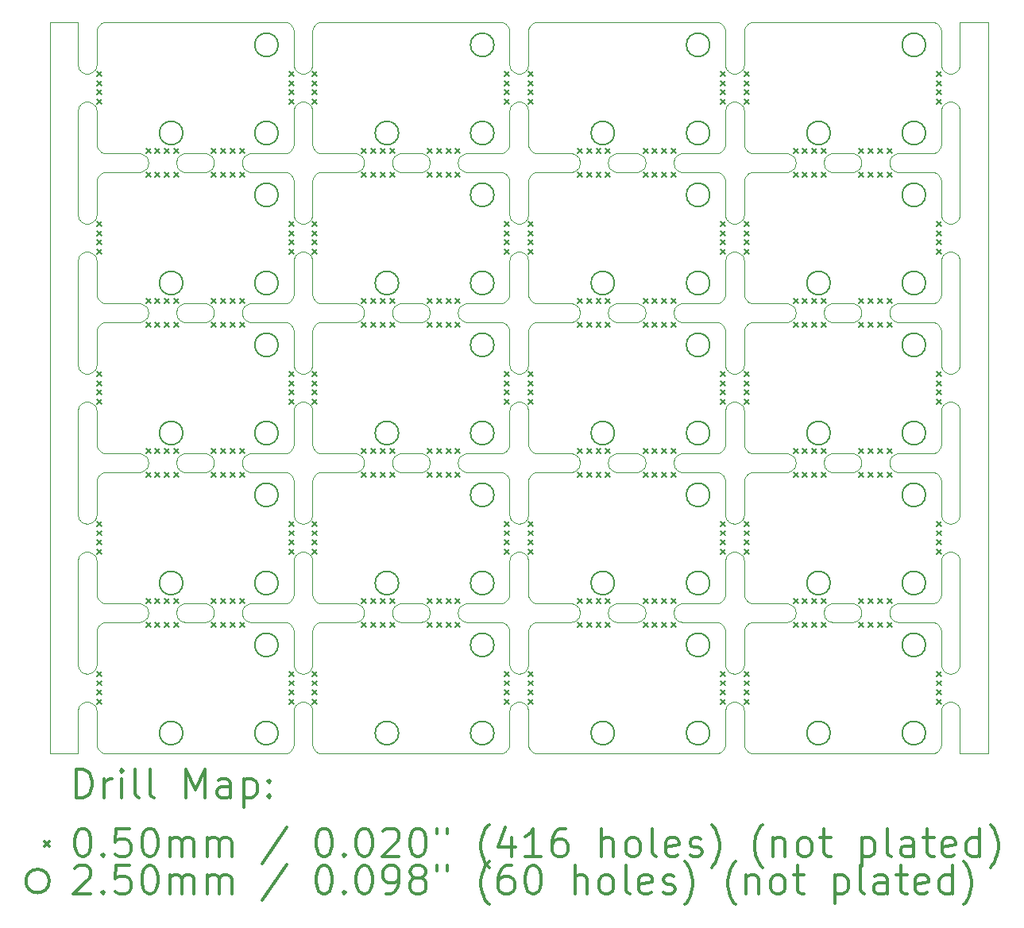
<source format=gbr>
%FSLAX45Y45*%
G04 Gerber Fmt 4.5, Leading zero omitted, Abs format (unit mm)*
G04 Created by KiCad (PCBNEW (5.1.8)-1) date 2021-11-13 10:16:30*
%MOMM*%
%LPD*%
G01*
G04 APERTURE LIST*
%TA.AperFunction,Profile*%
%ADD10C,0.100000*%
%TD*%
%ADD11C,0.200000*%
%ADD12C,0.300000*%
G04 APERTURE END LIST*
D10*
X4799900Y-7050880D02*
X4799900Y-5949120D01*
X4800380Y-7060600D02*
X4799900Y-7050880D01*
X4801800Y-7070220D02*
X4800380Y-7060600D01*
X4804160Y-7079640D02*
X4801800Y-7070220D01*
X4807440Y-7088790D02*
X4804160Y-7079640D01*
X4811590Y-7097570D02*
X4807440Y-7088790D01*
X4816590Y-7105900D02*
X4811590Y-7097570D01*
X4822370Y-7113710D02*
X4816590Y-7105900D01*
X4828900Y-7120900D02*
X4822370Y-7113710D01*
X4836100Y-7127430D02*
X4828900Y-7120900D01*
X4843900Y-7133220D02*
X4836100Y-7127430D01*
X4852230Y-7138210D02*
X4843900Y-7133220D01*
X4861010Y-7142360D02*
X4852230Y-7138210D01*
X4870160Y-7145640D02*
X4861010Y-7142360D01*
X4879590Y-7148000D02*
X4870160Y-7145640D01*
X4889200Y-7149420D02*
X4879590Y-7148000D01*
X4898920Y-7149900D02*
X4889200Y-7149420D01*
X4910600Y-7149420D02*
X4898920Y-7149900D01*
X4920210Y-7148000D02*
X4910600Y-7149420D01*
X4929640Y-7145640D02*
X4920210Y-7148000D01*
X4938790Y-7142360D02*
X4929640Y-7145640D01*
X4947570Y-7138210D02*
X4938790Y-7142360D01*
X4955900Y-7133220D02*
X4947570Y-7138210D01*
X4963700Y-7127430D02*
X4955900Y-7133220D01*
X4970900Y-7120900D02*
X4963700Y-7127430D01*
X4977430Y-7113710D02*
X4970900Y-7120900D01*
X4983210Y-7105900D02*
X4977430Y-7113710D01*
X4988210Y-7097570D02*
X4983210Y-7105900D01*
X4992360Y-7088790D02*
X4988210Y-7097570D01*
X4995640Y-7079640D02*
X4992360Y-7088790D01*
X4998000Y-7070220D02*
X4995640Y-7079640D01*
X4999420Y-7060600D02*
X4998000Y-7070220D01*
X4999900Y-7050880D02*
X4999420Y-7060600D01*
X4999900Y-6700660D02*
X4999900Y-7050880D01*
X5000380Y-6690850D02*
X4999900Y-6700660D01*
X5000650Y-6688240D02*
X5000380Y-6690850D01*
X5001890Y-6680460D02*
X5000650Y-6688240D01*
X5002430Y-6677920D02*
X5001890Y-6680460D01*
X5004840Y-6669050D02*
X5002430Y-6677920D01*
X5008580Y-6659320D02*
X5004840Y-6669050D01*
X5013330Y-6649990D02*
X5008580Y-6659320D01*
X5018300Y-6642270D02*
X5013330Y-6649990D01*
X5019840Y-6640140D02*
X5018300Y-6642270D01*
X5024780Y-6634040D02*
X5019840Y-6640140D01*
X5026520Y-6632110D02*
X5024780Y-6634040D01*
X5033060Y-6625620D02*
X5026520Y-6632110D01*
X5041160Y-6619060D02*
X5033060Y-6625620D01*
X5049950Y-6613350D02*
X5041160Y-6619060D01*
X5058110Y-6609150D02*
X5049950Y-6613350D01*
X5060510Y-6608080D02*
X5058110Y-6609150D01*
X5067860Y-6605260D02*
X5060510Y-6608080D01*
X5070340Y-6604460D02*
X5067860Y-6605260D01*
X5079220Y-6602120D02*
X5070340Y-6604460D01*
X5089570Y-6600480D02*
X5079220Y-6602120D01*
X5100660Y-6599900D02*
X5089570Y-6600480D01*
X5450880Y-6599900D02*
X5100660Y-6599900D01*
X5460600Y-6599420D02*
X5450880Y-6599900D01*
X5470210Y-6598000D02*
X5460600Y-6599420D01*
X5479640Y-6595640D02*
X5470210Y-6598000D01*
X5488790Y-6592360D02*
X5479640Y-6595640D01*
X5497570Y-6588210D02*
X5488790Y-6592360D01*
X5505900Y-6583210D02*
X5497570Y-6588210D01*
X5513700Y-6577430D02*
X5505900Y-6583210D01*
X5520900Y-6570900D02*
X5513700Y-6577430D01*
X5527430Y-6563700D02*
X5520900Y-6570900D01*
X5533210Y-6555900D02*
X5527430Y-6563700D01*
X5538210Y-6547570D02*
X5533210Y-6555900D01*
X5542360Y-6538790D02*
X5538210Y-6547570D01*
X5545640Y-6529640D02*
X5542360Y-6538790D01*
X5548000Y-6520210D02*
X5545640Y-6529640D01*
X5549420Y-6510600D02*
X5548000Y-6520210D01*
X5549900Y-6500880D02*
X5549420Y-6510600D01*
X5549420Y-6489400D02*
X5549900Y-6500880D01*
X5548000Y-6479790D02*
X5549420Y-6489400D01*
X5545640Y-6470360D02*
X5548000Y-6479790D01*
X5542360Y-6461210D02*
X5545640Y-6470360D01*
X5538210Y-6452430D02*
X5542360Y-6461210D01*
X5533210Y-6444100D02*
X5538210Y-6452430D01*
X5527430Y-6436300D02*
X5533210Y-6444100D01*
X5520900Y-6429100D02*
X5527430Y-6436300D01*
X5513700Y-6422570D02*
X5520900Y-6429100D01*
X5505900Y-6416790D02*
X5513700Y-6422570D01*
X5497570Y-6411790D02*
X5505900Y-6416790D01*
X5488790Y-6407640D02*
X5497570Y-6411790D01*
X5479640Y-6404360D02*
X5488790Y-6407640D01*
X5470210Y-6402000D02*
X5479640Y-6404360D01*
X5460600Y-6400580D02*
X5470210Y-6402000D01*
X5450880Y-6400100D02*
X5460600Y-6400580D01*
X5099340Y-6400070D02*
X5450880Y-6400100D01*
X5089560Y-6399520D02*
X5099340Y-6400070D01*
X5080490Y-6398120D02*
X5089560Y-6399520D01*
X5077920Y-6397570D02*
X5080490Y-6398120D01*
X5069050Y-6395160D02*
X5077920Y-6397570D01*
X5059320Y-6391420D02*
X5069050Y-6395160D01*
X5051120Y-6387290D02*
X5059320Y-6391420D01*
X5048850Y-6385970D02*
X5051120Y-6387290D01*
X5041200Y-6380970D02*
X5048850Y-6385970D01*
X5033060Y-6374380D02*
X5041200Y-6380970D01*
X5025650Y-6366970D02*
X5033060Y-6374380D01*
X5019060Y-6358840D02*
X5025650Y-6366970D01*
X5013350Y-6350050D02*
X5019060Y-6358840D01*
X5008600Y-6340720D02*
X5013350Y-6350050D01*
X5004840Y-6330940D02*
X5008600Y-6340720D01*
X5002130Y-6320830D02*
X5004840Y-6330940D01*
X5000490Y-6310480D02*
X5002130Y-6320830D01*
X4999900Y-6299350D02*
X5000490Y-6310480D01*
X4999900Y-5949120D02*
X4999900Y-6299350D01*
X4999420Y-5939400D02*
X4999900Y-5949120D01*
X4998000Y-5929790D02*
X4999420Y-5939400D01*
X4995640Y-5920360D02*
X4998000Y-5929790D01*
X4992360Y-5911220D02*
X4995640Y-5920360D01*
X4988210Y-5902430D02*
X4992360Y-5911220D01*
X4983210Y-5894100D02*
X4988210Y-5902430D01*
X4977430Y-5886300D02*
X4983210Y-5894100D01*
X4970900Y-5879100D02*
X4977430Y-5886300D01*
X4963700Y-5872570D02*
X4970900Y-5879100D01*
X4955900Y-5866790D02*
X4963700Y-5872570D01*
X4947570Y-5861790D02*
X4955900Y-5866790D01*
X4938790Y-5857640D02*
X4947570Y-5861790D01*
X4929640Y-5854360D02*
X4938790Y-5857640D01*
X4920210Y-5852000D02*
X4929640Y-5854360D01*
X4910600Y-5850580D02*
X4920210Y-5852000D01*
X4898920Y-5850100D02*
X4910600Y-5850580D01*
X4889200Y-5850580D02*
X4898920Y-5850100D01*
X4879590Y-5852000D02*
X4889200Y-5850580D01*
X4870160Y-5854360D02*
X4879590Y-5852000D01*
X4861010Y-5857640D02*
X4870160Y-5854360D01*
X4852230Y-5861790D02*
X4861010Y-5857640D01*
X4843900Y-5866790D02*
X4852230Y-5861790D01*
X4836100Y-5872570D02*
X4843900Y-5866790D01*
X4828900Y-5879100D02*
X4836100Y-5872570D01*
X4822370Y-5886300D02*
X4828900Y-5879100D01*
X4816590Y-5894100D02*
X4822370Y-5886300D01*
X4811590Y-5902430D02*
X4816590Y-5894100D01*
X4807440Y-5911220D02*
X4811590Y-5902430D01*
X4804160Y-5920360D02*
X4807440Y-5911220D01*
X4801800Y-5929790D02*
X4804160Y-5920360D01*
X4800380Y-5939400D02*
X4801800Y-5929790D01*
X4799900Y-5949120D02*
X4800380Y-5939400D01*
X4799900Y-8650880D02*
X4799900Y-7549130D01*
X4800380Y-8660610D02*
X4799900Y-8650880D01*
X4801800Y-8670220D02*
X4800380Y-8660610D01*
X4804160Y-8679640D02*
X4801800Y-8670220D01*
X4807440Y-8688790D02*
X4804160Y-8679640D01*
X4811590Y-8697570D02*
X4807440Y-8688790D01*
X4816590Y-8705900D02*
X4811590Y-8697570D01*
X4822370Y-8713710D02*
X4816590Y-8705900D01*
X4828900Y-8720900D02*
X4822370Y-8713710D01*
X4836100Y-8727430D02*
X4828900Y-8720900D01*
X4843900Y-8733220D02*
X4836100Y-8727430D01*
X4852230Y-8738210D02*
X4843900Y-8733220D01*
X4861010Y-8742370D02*
X4852230Y-8738210D01*
X4870160Y-8745640D02*
X4861010Y-8742370D01*
X4879590Y-8748000D02*
X4870160Y-8745640D01*
X4889200Y-8749420D02*
X4879590Y-8748000D01*
X4898920Y-8749900D02*
X4889200Y-8749420D01*
X4910600Y-8749420D02*
X4898920Y-8749900D01*
X4920210Y-8748000D02*
X4910600Y-8749420D01*
X4929640Y-8745640D02*
X4920210Y-8748000D01*
X4938790Y-8742370D02*
X4929640Y-8745640D01*
X4947570Y-8738210D02*
X4938790Y-8742370D01*
X4955900Y-8733220D02*
X4947570Y-8738210D01*
X4963700Y-8727430D02*
X4955900Y-8733220D01*
X4970900Y-8720900D02*
X4963700Y-8727430D01*
X4977430Y-8713710D02*
X4970900Y-8720900D01*
X4983210Y-8705900D02*
X4977430Y-8713710D01*
X4988210Y-8697570D02*
X4983210Y-8705900D01*
X4992360Y-8688790D02*
X4988210Y-8697570D01*
X4995640Y-8679640D02*
X4992360Y-8688790D01*
X4998000Y-8670220D02*
X4995640Y-8679640D01*
X4999420Y-8660610D02*
X4998000Y-8670220D01*
X4999900Y-8650880D02*
X4999420Y-8660610D01*
X4999900Y-8300660D02*
X4999900Y-8650880D01*
X5000380Y-8290850D02*
X4999900Y-8300660D01*
X5000650Y-8288240D02*
X5000380Y-8290850D01*
X5001890Y-8280460D02*
X5000650Y-8288240D01*
X5002430Y-8277920D02*
X5001890Y-8280460D01*
X5004840Y-8269050D02*
X5002430Y-8277920D01*
X5008580Y-8259320D02*
X5004840Y-8269050D01*
X5013330Y-8249990D02*
X5008580Y-8259320D01*
X5018300Y-8242270D02*
X5013330Y-8249990D01*
X5019840Y-8240140D02*
X5018300Y-8242270D01*
X5024780Y-8234050D02*
X5019840Y-8240140D01*
X5026520Y-8232110D02*
X5024780Y-8234050D01*
X5033060Y-8225620D02*
X5026520Y-8232110D01*
X5041160Y-8219060D02*
X5033060Y-8225620D01*
X5049950Y-8213350D02*
X5041160Y-8219060D01*
X5058110Y-8209150D02*
X5049950Y-8213350D01*
X5060510Y-8208080D02*
X5058110Y-8209150D01*
X5067860Y-8205260D02*
X5060510Y-8208080D01*
X5070340Y-8204460D02*
X5067860Y-8205260D01*
X5079220Y-8202120D02*
X5070340Y-8204460D01*
X5089570Y-8200480D02*
X5079220Y-8202120D01*
X5100660Y-8199900D02*
X5089570Y-8200480D01*
X5450880Y-8199900D02*
X5100660Y-8199900D01*
X5460600Y-8199420D02*
X5450880Y-8199900D01*
X5470210Y-8198000D02*
X5460600Y-8199420D01*
X5479640Y-8195640D02*
X5470210Y-8198000D01*
X5488790Y-8192360D02*
X5479640Y-8195640D01*
X5497570Y-8188210D02*
X5488790Y-8192360D01*
X5505900Y-8183210D02*
X5497570Y-8188210D01*
X5513700Y-8177430D02*
X5505900Y-8183210D01*
X5520900Y-8170900D02*
X5513700Y-8177430D01*
X5527430Y-8163700D02*
X5520900Y-8170900D01*
X5533210Y-8155900D02*
X5527430Y-8163700D01*
X5538210Y-8147570D02*
X5533210Y-8155900D01*
X5542360Y-8138790D02*
X5538210Y-8147570D01*
X5545640Y-8129640D02*
X5542360Y-8138790D01*
X5548000Y-8120210D02*
X5545640Y-8129640D01*
X5549420Y-8110600D02*
X5548000Y-8120210D01*
X5549900Y-8100880D02*
X5549420Y-8110600D01*
X5549420Y-8089400D02*
X5549900Y-8100880D01*
X5548000Y-8079790D02*
X5549420Y-8089400D01*
X5545640Y-8070360D02*
X5548000Y-8079790D01*
X5542360Y-8061220D02*
X5545640Y-8070360D01*
X5538210Y-8052430D02*
X5542360Y-8061220D01*
X5533210Y-8044100D02*
X5538210Y-8052430D01*
X5527430Y-8036300D02*
X5533210Y-8044100D01*
X5520900Y-8029100D02*
X5527430Y-8036300D01*
X5513700Y-8022570D02*
X5520900Y-8029100D01*
X5505900Y-8016790D02*
X5513700Y-8022570D01*
X5497570Y-8011790D02*
X5505900Y-8016790D01*
X5488790Y-8007640D02*
X5497570Y-8011790D01*
X5479640Y-8004360D02*
X5488790Y-8007640D01*
X5470210Y-8002000D02*
X5479640Y-8004360D01*
X5460600Y-8000580D02*
X5470210Y-8002000D01*
X5450880Y-8000100D02*
X5460600Y-8000580D01*
X5099340Y-8000070D02*
X5450880Y-8000100D01*
X5089560Y-7999520D02*
X5099340Y-8000070D01*
X5080490Y-7998120D02*
X5089560Y-7999520D01*
X5077920Y-7997570D02*
X5080490Y-7998120D01*
X5069050Y-7995160D02*
X5077920Y-7997570D01*
X5059320Y-7991420D02*
X5069050Y-7995160D01*
X5051120Y-7987290D02*
X5059320Y-7991420D01*
X5048850Y-7985970D02*
X5051120Y-7987290D01*
X5041200Y-7980970D02*
X5048850Y-7985970D01*
X5033060Y-7974380D02*
X5041200Y-7980970D01*
X5025650Y-7966980D02*
X5033060Y-7974380D01*
X5019060Y-7958840D02*
X5025650Y-7966980D01*
X5013350Y-7950050D02*
X5019060Y-7958840D01*
X5008600Y-7940720D02*
X5013350Y-7950050D01*
X5004840Y-7930950D02*
X5008600Y-7940720D01*
X5002130Y-7920830D02*
X5004840Y-7930950D01*
X5000490Y-7910480D02*
X5002130Y-7920830D01*
X4999900Y-7899350D02*
X5000490Y-7910480D01*
X4999900Y-7549130D02*
X4999900Y-7899350D01*
X4999420Y-7539400D02*
X4999900Y-7549130D01*
X4998000Y-7529790D02*
X4999420Y-7539400D01*
X4995640Y-7520360D02*
X4998000Y-7529790D01*
X4992360Y-7511220D02*
X4995640Y-7520360D01*
X4988210Y-7502430D02*
X4992360Y-7511220D01*
X4983210Y-7494100D02*
X4988210Y-7502430D01*
X4977430Y-7486300D02*
X4983210Y-7494100D01*
X4970900Y-7479100D02*
X4977430Y-7486300D01*
X4963700Y-7472570D02*
X4970900Y-7479100D01*
X4955900Y-7466790D02*
X4963700Y-7472570D01*
X4947570Y-7461790D02*
X4955900Y-7466790D01*
X4938790Y-7457640D02*
X4947570Y-7461790D01*
X4929640Y-7454370D02*
X4938790Y-7457640D01*
X4920210Y-7452000D02*
X4929640Y-7454370D01*
X4910600Y-7450580D02*
X4920210Y-7452000D01*
X4898920Y-7450100D02*
X4910600Y-7450580D01*
X4889200Y-7450580D02*
X4898920Y-7450100D01*
X4879590Y-7452000D02*
X4889200Y-7450580D01*
X4870160Y-7454370D02*
X4879590Y-7452000D01*
X4861010Y-7457640D02*
X4870160Y-7454370D01*
X4852230Y-7461790D02*
X4861010Y-7457640D01*
X4843900Y-7466790D02*
X4852230Y-7461790D01*
X4836100Y-7472570D02*
X4843900Y-7466790D01*
X4828900Y-7479100D02*
X4836100Y-7472570D01*
X4822370Y-7486300D02*
X4828900Y-7479100D01*
X4816590Y-7494100D02*
X4822370Y-7486300D01*
X4811590Y-7502430D02*
X4816590Y-7494100D01*
X4807440Y-7511220D02*
X4811590Y-7502430D01*
X4804160Y-7520360D02*
X4807440Y-7511220D01*
X4801800Y-7529790D02*
X4804160Y-7520360D01*
X4800380Y-7539400D02*
X4801800Y-7529790D01*
X4799900Y-7549130D02*
X4800380Y-7539400D01*
X4799900Y-10250880D02*
X4799900Y-9149130D01*
X4800380Y-10260610D02*
X4799900Y-10250880D01*
X4801800Y-10270220D02*
X4800380Y-10260610D01*
X4804160Y-10279640D02*
X4801800Y-10270220D01*
X4807440Y-10288790D02*
X4804160Y-10279640D01*
X4811590Y-10297570D02*
X4807440Y-10288790D01*
X4816590Y-10305900D02*
X4811590Y-10297570D01*
X4822370Y-10313710D02*
X4816590Y-10305900D01*
X4828900Y-10320910D02*
X4822370Y-10313710D01*
X4836100Y-10327430D02*
X4828900Y-10320910D01*
X4843900Y-10333220D02*
X4836100Y-10327430D01*
X4852230Y-10338210D02*
X4843900Y-10333220D01*
X4861010Y-10342370D02*
X4852230Y-10338210D01*
X4870160Y-10345640D02*
X4861010Y-10342370D01*
X4879590Y-10348000D02*
X4870160Y-10345640D01*
X4889200Y-10349430D02*
X4879590Y-10348000D01*
X4898920Y-10349900D02*
X4889200Y-10349430D01*
X4910600Y-10349430D02*
X4898920Y-10349900D01*
X4920210Y-10348000D02*
X4910600Y-10349430D01*
X4929640Y-10345640D02*
X4920210Y-10348000D01*
X4938790Y-10342370D02*
X4929640Y-10345640D01*
X4947570Y-10338210D02*
X4938790Y-10342370D01*
X4955900Y-10333220D02*
X4947570Y-10338210D01*
X4963700Y-10327430D02*
X4955900Y-10333220D01*
X4970900Y-10320910D02*
X4963700Y-10327430D01*
X4977430Y-10313710D02*
X4970900Y-10320910D01*
X4983210Y-10305900D02*
X4977430Y-10313710D01*
X4988210Y-10297570D02*
X4983210Y-10305900D01*
X4992360Y-10288790D02*
X4988210Y-10297570D01*
X4995640Y-10279640D02*
X4992360Y-10288790D01*
X4998000Y-10270220D02*
X4995640Y-10279640D01*
X4999420Y-10260610D02*
X4998000Y-10270220D01*
X4999900Y-10250880D02*
X4999420Y-10260610D01*
X4999900Y-9900660D02*
X4999900Y-10250880D01*
X5000380Y-9890850D02*
X4999900Y-9900660D01*
X5000650Y-9888240D02*
X5000380Y-9890850D01*
X5001890Y-9880470D02*
X5000650Y-9888240D01*
X5002430Y-9877920D02*
X5001890Y-9880470D01*
X5004840Y-9869050D02*
X5002430Y-9877920D01*
X5008580Y-9859320D02*
X5004840Y-9869050D01*
X5013330Y-9849990D02*
X5008580Y-9859320D01*
X5018300Y-9842270D02*
X5013330Y-9849990D01*
X5019840Y-9840140D02*
X5018300Y-9842270D01*
X5024780Y-9834050D02*
X5019840Y-9840140D01*
X5026520Y-9832110D02*
X5024780Y-9834050D01*
X5033060Y-9825620D02*
X5026520Y-9832110D01*
X5041160Y-9819060D02*
X5033060Y-9825620D01*
X5049950Y-9813360D02*
X5041160Y-9819060D01*
X5058110Y-9809150D02*
X5049950Y-9813360D01*
X5060510Y-9808090D02*
X5058110Y-9809150D01*
X5067860Y-9805260D02*
X5060510Y-9808090D01*
X5070340Y-9804460D02*
X5067860Y-9805260D01*
X5079220Y-9802120D02*
X5070340Y-9804460D01*
X5089570Y-9800480D02*
X5079220Y-9802120D01*
X5100660Y-9799900D02*
X5089570Y-9800480D01*
X5450880Y-9799900D02*
X5100660Y-9799900D01*
X5460600Y-9799420D02*
X5450880Y-9799900D01*
X5470210Y-9798000D02*
X5460600Y-9799420D01*
X5479640Y-9795640D02*
X5470210Y-9798000D01*
X5488790Y-9792360D02*
X5479640Y-9795640D01*
X5497570Y-9788210D02*
X5488790Y-9792360D01*
X5505900Y-9783220D02*
X5497570Y-9788210D01*
X5513700Y-9777430D02*
X5505900Y-9783220D01*
X5520900Y-9770900D02*
X5513700Y-9777430D01*
X5527430Y-9763700D02*
X5520900Y-9770900D01*
X5533210Y-9755900D02*
X5527430Y-9763700D01*
X5538210Y-9747570D02*
X5533210Y-9755900D01*
X5542360Y-9738790D02*
X5538210Y-9747570D01*
X5545640Y-9729640D02*
X5542360Y-9738790D01*
X5548000Y-9720210D02*
X5545640Y-9729640D01*
X5549420Y-9710600D02*
X5548000Y-9720210D01*
X5549900Y-9700880D02*
X5549420Y-9710600D01*
X5549420Y-9689400D02*
X5549900Y-9700880D01*
X5548000Y-9679790D02*
X5549420Y-9689400D01*
X5545640Y-9670360D02*
X5548000Y-9679790D01*
X5542360Y-9661220D02*
X5545640Y-9670360D01*
X5538210Y-9652430D02*
X5542360Y-9661220D01*
X5533210Y-9644100D02*
X5538210Y-9652430D01*
X5527430Y-9636300D02*
X5533210Y-9644100D01*
X5520900Y-9629100D02*
X5527430Y-9636300D01*
X5513700Y-9622570D02*
X5520900Y-9629100D01*
X5505900Y-9616790D02*
X5513700Y-9622570D01*
X5497570Y-9611790D02*
X5505900Y-9616790D01*
X5488790Y-9607640D02*
X5497570Y-9611790D01*
X5479640Y-9604370D02*
X5488790Y-9607640D01*
X5470210Y-9602000D02*
X5479640Y-9604370D01*
X5460600Y-9600580D02*
X5470210Y-9602000D01*
X5450880Y-9600100D02*
X5460600Y-9600580D01*
X5099340Y-9600070D02*
X5450880Y-9600100D01*
X5089560Y-9599520D02*
X5099340Y-9600070D01*
X5080490Y-9598120D02*
X5089560Y-9599520D01*
X5077920Y-9597570D02*
X5080490Y-9598120D01*
X5069050Y-9595160D02*
X5077920Y-9597570D01*
X5059320Y-9591430D02*
X5069050Y-9595160D01*
X5051120Y-9587290D02*
X5059320Y-9591430D01*
X5048850Y-9585980D02*
X5051120Y-9587290D01*
X5041200Y-9580970D02*
X5048850Y-9585980D01*
X5033060Y-9574380D02*
X5041200Y-9580970D01*
X5025650Y-9566980D02*
X5033060Y-9574380D01*
X5019060Y-9558840D02*
X5025650Y-9566980D01*
X5013350Y-9550050D02*
X5019060Y-9558840D01*
X5008600Y-9540720D02*
X5013350Y-9550050D01*
X5004840Y-9530950D02*
X5008600Y-9540720D01*
X5002130Y-9520830D02*
X5004840Y-9530950D01*
X5000490Y-9510480D02*
X5002130Y-9520830D01*
X4999900Y-9499350D02*
X5000490Y-9510480D01*
X4999900Y-9149130D02*
X4999900Y-9499350D01*
X4999420Y-9139400D02*
X4999900Y-9149130D01*
X4998000Y-9129790D02*
X4999420Y-9139400D01*
X4995640Y-9120360D02*
X4998000Y-9129790D01*
X4992360Y-9111220D02*
X4995640Y-9120360D01*
X4988210Y-9102430D02*
X4992360Y-9111220D01*
X4983210Y-9094100D02*
X4988210Y-9102430D01*
X4977430Y-9086300D02*
X4983210Y-9094100D01*
X4970900Y-9079100D02*
X4977430Y-9086300D01*
X4963700Y-9072580D02*
X4970900Y-9079100D01*
X4955900Y-9066790D02*
X4963700Y-9072580D01*
X4947570Y-9061790D02*
X4955900Y-9066790D01*
X4938790Y-9057640D02*
X4947570Y-9061790D01*
X4929640Y-9054370D02*
X4938790Y-9057640D01*
X4920210Y-9052010D02*
X4929640Y-9054370D01*
X4910600Y-9050580D02*
X4920210Y-9052010D01*
X4898920Y-9050100D02*
X4910600Y-9050580D01*
X4889200Y-9050580D02*
X4898920Y-9050100D01*
X4879590Y-9052010D02*
X4889200Y-9050580D01*
X4870160Y-9054370D02*
X4879590Y-9052010D01*
X4861010Y-9057640D02*
X4870160Y-9054370D01*
X4852230Y-9061790D02*
X4861010Y-9057640D01*
X4843900Y-9066790D02*
X4852230Y-9061790D01*
X4836100Y-9072580D02*
X4843900Y-9066790D01*
X4828900Y-9079100D02*
X4836100Y-9072580D01*
X4822370Y-9086300D02*
X4828900Y-9079100D01*
X4816590Y-9094100D02*
X4822370Y-9086300D01*
X4811590Y-9102430D02*
X4816590Y-9094100D01*
X4807440Y-9111220D02*
X4811590Y-9102430D01*
X4804160Y-9120360D02*
X4807440Y-9111220D01*
X4801800Y-9129790D02*
X4804160Y-9120360D01*
X4800380Y-9139400D02*
X4801800Y-9129790D01*
X4799900Y-9149130D02*
X4800380Y-9139400D01*
X4799900Y-11850880D02*
X4799900Y-10749130D01*
X4800380Y-11860610D02*
X4799900Y-11850880D01*
X4801800Y-11870220D02*
X4800380Y-11860610D01*
X4804160Y-11879640D02*
X4801800Y-11870220D01*
X4807440Y-11888790D02*
X4804160Y-11879640D01*
X4811590Y-11897570D02*
X4807440Y-11888790D01*
X4816590Y-11905900D02*
X4811590Y-11897570D01*
X4822370Y-11913710D02*
X4816590Y-11905900D01*
X4828900Y-11920910D02*
X4822370Y-11913710D01*
X4836100Y-11927430D02*
X4828900Y-11920910D01*
X4843900Y-11933220D02*
X4836100Y-11927430D01*
X4852230Y-11938210D02*
X4843900Y-11933220D01*
X4861010Y-11942370D02*
X4852230Y-11938210D01*
X4870160Y-11945640D02*
X4861010Y-11942370D01*
X4879590Y-11948000D02*
X4870160Y-11945640D01*
X4889200Y-11949430D02*
X4879590Y-11948000D01*
X4898920Y-11949900D02*
X4889200Y-11949430D01*
X4910600Y-11949430D02*
X4898920Y-11949900D01*
X4920210Y-11948000D02*
X4910600Y-11949430D01*
X4929640Y-11945640D02*
X4920210Y-11948000D01*
X4938790Y-11942370D02*
X4929640Y-11945640D01*
X4947570Y-11938210D02*
X4938790Y-11942370D01*
X4955900Y-11933220D02*
X4947570Y-11938210D01*
X4963700Y-11927430D02*
X4955900Y-11933220D01*
X4970900Y-11920910D02*
X4963700Y-11927430D01*
X4977430Y-11913710D02*
X4970900Y-11920910D01*
X4983210Y-11905900D02*
X4977430Y-11913710D01*
X4988210Y-11897570D02*
X4983210Y-11905900D01*
X4992360Y-11888790D02*
X4988210Y-11897570D01*
X4995640Y-11879640D02*
X4992360Y-11888790D01*
X4998000Y-11870220D02*
X4995640Y-11879640D01*
X4999420Y-11860610D02*
X4998000Y-11870220D01*
X4999900Y-11850880D02*
X4999420Y-11860610D01*
X4999900Y-11500660D02*
X4999900Y-11850880D01*
X5000380Y-11490860D02*
X4999900Y-11500660D01*
X5000650Y-11488240D02*
X5000380Y-11490860D01*
X5001890Y-11480470D02*
X5000650Y-11488240D01*
X5002430Y-11477920D02*
X5001890Y-11480470D01*
X5004840Y-11469050D02*
X5002430Y-11477920D01*
X5008580Y-11459320D02*
X5004840Y-11469050D01*
X5013330Y-11449990D02*
X5008580Y-11459320D01*
X5018300Y-11442270D02*
X5013330Y-11449990D01*
X5019840Y-11440140D02*
X5018300Y-11442270D01*
X5024780Y-11434050D02*
X5019840Y-11440140D01*
X5026520Y-11432110D02*
X5024780Y-11434050D01*
X5033060Y-11425620D02*
X5026520Y-11432110D01*
X5041160Y-11419060D02*
X5033060Y-11425620D01*
X5049950Y-11413360D02*
X5041160Y-11419060D01*
X5058110Y-11409160D02*
X5049950Y-11413360D01*
X5060510Y-11408090D02*
X5058110Y-11409160D01*
X5067860Y-11405270D02*
X5060510Y-11408090D01*
X5070340Y-11404460D02*
X5067860Y-11405270D01*
X5079220Y-11402120D02*
X5070340Y-11404460D01*
X5089570Y-11400480D02*
X5079220Y-11402120D01*
X5100660Y-11399900D02*
X5089570Y-11400480D01*
X5450880Y-11399900D02*
X5100660Y-11399900D01*
X5460600Y-11399420D02*
X5450880Y-11399900D01*
X5470210Y-11398000D02*
X5460600Y-11399420D01*
X5479640Y-11395640D02*
X5470210Y-11398000D01*
X5488790Y-11392360D02*
X5479640Y-11395640D01*
X5497570Y-11388210D02*
X5488790Y-11392360D01*
X5505900Y-11383220D02*
X5497570Y-11388210D01*
X5513700Y-11377430D02*
X5505900Y-11383220D01*
X5520900Y-11370900D02*
X5513700Y-11377430D01*
X5527430Y-11363700D02*
X5520900Y-11370900D01*
X5533210Y-11355900D02*
X5527430Y-11363700D01*
X5538210Y-11347570D02*
X5533210Y-11355900D01*
X5542360Y-11338790D02*
X5538210Y-11347570D01*
X5545640Y-11329640D02*
X5542360Y-11338790D01*
X5548000Y-11320210D02*
X5545640Y-11329640D01*
X5549420Y-11310600D02*
X5548000Y-11320210D01*
X5549900Y-11300880D02*
X5549420Y-11310600D01*
X5549420Y-11289400D02*
X5549900Y-11300880D01*
X5548000Y-11279790D02*
X5549420Y-11289400D01*
X5545640Y-11270360D02*
X5548000Y-11279790D01*
X5542360Y-11261220D02*
X5545640Y-11270360D01*
X5538210Y-11252430D02*
X5542360Y-11261220D01*
X5533210Y-11244100D02*
X5538210Y-11252430D01*
X5527430Y-11236300D02*
X5533210Y-11244100D01*
X5520900Y-11229100D02*
X5527430Y-11236300D01*
X5513700Y-11222580D02*
X5520900Y-11229100D01*
X5505900Y-11216790D02*
X5513700Y-11222580D01*
X5497570Y-11211790D02*
X5505900Y-11216790D01*
X5488790Y-11207640D02*
X5497570Y-11211790D01*
X5479640Y-11204370D02*
X5488790Y-11207640D01*
X5470210Y-11202010D02*
X5479640Y-11204370D01*
X5460600Y-11200580D02*
X5470210Y-11202010D01*
X5450880Y-11200100D02*
X5460600Y-11200580D01*
X5099340Y-11200070D02*
X5450880Y-11200100D01*
X5089560Y-11199520D02*
X5099340Y-11200070D01*
X5080490Y-11198120D02*
X5089560Y-11199520D01*
X5077920Y-11197580D02*
X5080490Y-11198120D01*
X5069050Y-11195160D02*
X5077920Y-11197580D01*
X5059320Y-11191430D02*
X5069050Y-11195160D01*
X5051120Y-11187290D02*
X5059320Y-11191430D01*
X5048850Y-11185980D02*
X5051120Y-11187290D01*
X5041200Y-11180970D02*
X5048850Y-11185980D01*
X5033060Y-11174380D02*
X5041200Y-11180970D01*
X5025650Y-11166980D02*
X5033060Y-11174380D01*
X5019060Y-11158840D02*
X5025650Y-11166980D01*
X5013350Y-11150060D02*
X5019060Y-11158840D01*
X5008600Y-11140720D02*
X5013350Y-11150060D01*
X5004840Y-11130950D02*
X5008600Y-11140720D01*
X5002130Y-11120830D02*
X5004840Y-11130950D01*
X5000490Y-11110490D02*
X5002130Y-11120830D01*
X4999900Y-11099350D02*
X5000490Y-11110490D01*
X4999900Y-10749130D02*
X4999900Y-11099350D01*
X4999420Y-10739400D02*
X4999900Y-10749130D01*
X4998000Y-10729790D02*
X4999420Y-10739400D01*
X4995640Y-10720370D02*
X4998000Y-10729790D01*
X4992360Y-10711220D02*
X4995640Y-10720370D01*
X4988210Y-10702440D02*
X4992360Y-10711220D01*
X4983210Y-10694100D02*
X4988210Y-10702440D01*
X4977430Y-10686300D02*
X4983210Y-10694100D01*
X4970900Y-10679100D02*
X4977430Y-10686300D01*
X4963700Y-10672580D02*
X4970900Y-10679100D01*
X4955900Y-10666790D02*
X4963700Y-10672580D01*
X4947570Y-10661790D02*
X4955900Y-10666790D01*
X4938790Y-10657640D02*
X4947570Y-10661790D01*
X4929640Y-10654370D02*
X4938790Y-10657640D01*
X4920210Y-10652010D02*
X4929640Y-10654370D01*
X4910600Y-10650580D02*
X4920210Y-10652010D01*
X4898920Y-10650100D02*
X4910600Y-10650580D01*
X4889200Y-10650580D02*
X4898920Y-10650100D01*
X4879590Y-10652010D02*
X4889200Y-10650580D01*
X4870160Y-10654370D02*
X4879590Y-10652010D01*
X4861010Y-10657640D02*
X4870160Y-10654370D01*
X4852230Y-10661790D02*
X4861010Y-10657640D01*
X4843900Y-10666790D02*
X4852230Y-10661790D01*
X4836100Y-10672580D02*
X4843900Y-10666790D01*
X4828900Y-10679100D02*
X4836100Y-10672580D01*
X4822370Y-10686300D02*
X4828900Y-10679100D01*
X4816590Y-10694100D02*
X4822370Y-10686300D01*
X4811590Y-10702440D02*
X4816590Y-10694100D01*
X4807440Y-10711220D02*
X4811590Y-10702440D01*
X4804160Y-10720370D02*
X4807440Y-10711220D01*
X4801800Y-10729790D02*
X4804160Y-10720370D01*
X4800380Y-10739400D02*
X4801800Y-10729790D01*
X4799900Y-10749130D02*
X4800380Y-10739400D01*
X5850580Y-6510600D02*
X5850100Y-6499120D01*
X5852000Y-6520210D02*
X5850580Y-6510600D01*
X5854360Y-6529640D02*
X5852000Y-6520210D01*
X5857640Y-6538790D02*
X5854360Y-6529640D01*
X5861790Y-6547570D02*
X5857640Y-6538790D01*
X5866790Y-6555900D02*
X5861790Y-6547570D01*
X5872570Y-6563700D02*
X5866790Y-6555900D01*
X5879100Y-6570900D02*
X5872570Y-6563700D01*
X5886300Y-6577430D02*
X5879100Y-6570900D01*
X5894100Y-6583210D02*
X5886300Y-6577430D01*
X5902430Y-6588210D02*
X5894100Y-6583210D01*
X5911220Y-6592360D02*
X5902430Y-6588210D01*
X5920360Y-6595640D02*
X5911220Y-6592360D01*
X5929790Y-6598000D02*
X5920360Y-6595640D01*
X5939400Y-6599420D02*
X5929790Y-6598000D01*
X5949120Y-6599900D02*
X5939400Y-6599420D01*
X6150880Y-6599900D02*
X5949120Y-6599900D01*
X6160600Y-6599420D02*
X6150880Y-6599900D01*
X6170210Y-6598000D02*
X6160600Y-6599420D01*
X6179640Y-6595640D02*
X6170210Y-6598000D01*
X6188790Y-6592360D02*
X6179640Y-6595640D01*
X6197570Y-6588210D02*
X6188790Y-6592360D01*
X6205900Y-6583220D02*
X6197570Y-6588210D01*
X6213700Y-6577430D02*
X6205900Y-6583220D01*
X6220900Y-6570900D02*
X6213700Y-6577430D01*
X6227430Y-6563700D02*
X6220900Y-6570900D01*
X6233220Y-6555900D02*
X6227430Y-6563700D01*
X6238210Y-6547570D02*
X6233220Y-6555900D01*
X6242360Y-6538790D02*
X6238210Y-6547570D01*
X6245640Y-6529640D02*
X6242360Y-6538790D01*
X6248000Y-6520210D02*
X6245640Y-6529640D01*
X6249420Y-6510600D02*
X6248000Y-6520210D01*
X6249900Y-6500880D02*
X6249420Y-6510600D01*
X6249420Y-6489400D02*
X6249900Y-6500880D01*
X6248000Y-6479790D02*
X6249420Y-6489400D01*
X6245640Y-6470360D02*
X6248000Y-6479790D01*
X6242360Y-6461210D02*
X6245640Y-6470360D01*
X6238210Y-6452430D02*
X6242360Y-6461210D01*
X6233220Y-6444100D02*
X6238210Y-6452430D01*
X6227430Y-6436300D02*
X6233220Y-6444100D01*
X6220900Y-6429100D02*
X6227430Y-6436300D01*
X6213700Y-6422570D02*
X6220900Y-6429100D01*
X6205900Y-6416790D02*
X6213700Y-6422570D01*
X6197570Y-6411790D02*
X6205900Y-6416790D01*
X6188790Y-6407640D02*
X6197570Y-6411790D01*
X6179640Y-6404360D02*
X6188790Y-6407640D01*
X6170210Y-6402000D02*
X6179640Y-6404360D01*
X6160600Y-6400580D02*
X6170210Y-6402000D01*
X6150880Y-6400100D02*
X6160600Y-6400580D01*
X5949120Y-6400100D02*
X6150880Y-6400100D01*
X5939400Y-6400580D02*
X5949120Y-6400100D01*
X5929790Y-6402000D02*
X5939400Y-6400580D01*
X5920360Y-6404360D02*
X5929790Y-6402000D01*
X5911220Y-6407640D02*
X5920360Y-6404360D01*
X5902430Y-6411790D02*
X5911220Y-6407640D01*
X5894100Y-6416790D02*
X5902430Y-6411790D01*
X5886300Y-6422570D02*
X5894100Y-6416790D01*
X5879100Y-6429100D02*
X5886300Y-6422570D01*
X5872570Y-6436300D02*
X5879100Y-6429100D01*
X5866790Y-6444100D02*
X5872570Y-6436300D01*
X5861790Y-6452430D02*
X5866790Y-6444100D01*
X5857640Y-6461210D02*
X5861790Y-6452430D01*
X5854360Y-6470360D02*
X5857640Y-6461210D01*
X5852000Y-6479790D02*
X5854360Y-6470360D01*
X5850580Y-6489400D02*
X5852000Y-6479790D01*
X5850100Y-6499120D02*
X5850580Y-6489400D01*
X5850580Y-8110600D02*
X5850100Y-8099130D01*
X5852000Y-8120210D02*
X5850580Y-8110600D01*
X5854360Y-8129640D02*
X5852000Y-8120210D01*
X5857640Y-8138790D02*
X5854360Y-8129640D01*
X5861790Y-8147570D02*
X5857640Y-8138790D01*
X5866790Y-8155900D02*
X5861790Y-8147570D01*
X5872570Y-8163700D02*
X5866790Y-8155900D01*
X5879100Y-8170900D02*
X5872570Y-8163700D01*
X5886300Y-8177430D02*
X5879100Y-8170900D01*
X5894100Y-8183220D02*
X5886300Y-8177430D01*
X5902430Y-8188210D02*
X5894100Y-8183220D01*
X5911220Y-8192360D02*
X5902430Y-8188210D01*
X5920360Y-8195640D02*
X5911220Y-8192360D01*
X5929790Y-8198000D02*
X5920360Y-8195640D01*
X5939400Y-8199420D02*
X5929790Y-8198000D01*
X5949120Y-8199900D02*
X5939400Y-8199420D01*
X6150880Y-8199900D02*
X5949120Y-8199900D01*
X6160600Y-8199420D02*
X6150880Y-8199900D01*
X6170210Y-8198000D02*
X6160600Y-8199420D01*
X6179640Y-8195640D02*
X6170210Y-8198000D01*
X6188790Y-8192360D02*
X6179640Y-8195640D01*
X6197570Y-8188210D02*
X6188790Y-8192360D01*
X6205900Y-8183220D02*
X6197570Y-8188210D01*
X6213700Y-8177430D02*
X6205900Y-8183220D01*
X6220900Y-8170900D02*
X6213700Y-8177430D01*
X6227430Y-8163710D02*
X6220900Y-8170900D01*
X6233220Y-8155900D02*
X6227430Y-8163710D01*
X6238210Y-8147570D02*
X6233220Y-8155900D01*
X6242360Y-8138790D02*
X6238210Y-8147570D01*
X6245640Y-8129640D02*
X6242360Y-8138790D01*
X6248000Y-8120210D02*
X6245640Y-8129640D01*
X6249420Y-8110600D02*
X6248000Y-8120210D01*
X6249900Y-8100880D02*
X6249420Y-8110600D01*
X6249420Y-8089400D02*
X6249900Y-8100880D01*
X6248000Y-8079790D02*
X6249420Y-8089400D01*
X6245640Y-8070360D02*
X6248000Y-8079790D01*
X6242360Y-8061220D02*
X6245640Y-8070360D01*
X6238210Y-8052430D02*
X6242360Y-8061220D01*
X6233220Y-8044100D02*
X6238210Y-8052430D01*
X6227430Y-8036300D02*
X6233220Y-8044100D01*
X6220900Y-8029100D02*
X6227430Y-8036300D01*
X6213700Y-8022570D02*
X6220900Y-8029100D01*
X6205900Y-8016790D02*
X6213700Y-8022570D01*
X6197570Y-8011790D02*
X6205900Y-8016790D01*
X6188790Y-8007640D02*
X6197570Y-8011790D01*
X6179640Y-8004360D02*
X6188790Y-8007640D01*
X6170210Y-8002000D02*
X6179640Y-8004360D01*
X6160600Y-8000580D02*
X6170210Y-8002000D01*
X6150880Y-8000100D02*
X6160600Y-8000580D01*
X5949120Y-8000100D02*
X6150880Y-8000100D01*
X5939400Y-8000580D02*
X5949120Y-8000100D01*
X5929790Y-8002000D02*
X5939400Y-8000580D01*
X5920360Y-8004360D02*
X5929790Y-8002000D01*
X5911220Y-8007640D02*
X5920360Y-8004360D01*
X5902430Y-8011790D02*
X5911220Y-8007640D01*
X5894100Y-8016790D02*
X5902430Y-8011790D01*
X5886300Y-8022570D02*
X5894100Y-8016790D01*
X5879100Y-8029100D02*
X5886300Y-8022570D01*
X5872570Y-8036300D02*
X5879100Y-8029100D01*
X5866790Y-8044100D02*
X5872570Y-8036300D01*
X5861790Y-8052430D02*
X5866790Y-8044100D01*
X5857640Y-8061220D02*
X5861790Y-8052430D01*
X5854360Y-8070360D02*
X5857640Y-8061220D01*
X5852000Y-8079790D02*
X5854360Y-8070360D01*
X5850580Y-8089400D02*
X5852000Y-8079790D01*
X5850100Y-8099130D02*
X5850580Y-8089400D01*
X5850580Y-9710600D02*
X5850100Y-9699130D01*
X5852000Y-9720210D02*
X5850580Y-9710600D01*
X5854360Y-9729640D02*
X5852000Y-9720210D01*
X5857640Y-9738790D02*
X5854360Y-9729640D01*
X5861790Y-9747570D02*
X5857640Y-9738790D01*
X5866790Y-9755900D02*
X5861790Y-9747570D01*
X5872570Y-9763710D02*
X5866790Y-9755900D01*
X5879100Y-9770900D02*
X5872570Y-9763710D01*
X5886300Y-9777430D02*
X5879100Y-9770900D01*
X5894100Y-9783220D02*
X5886300Y-9777430D01*
X5902430Y-9788210D02*
X5894100Y-9783220D01*
X5911220Y-9792360D02*
X5902430Y-9788210D01*
X5920360Y-9795640D02*
X5911220Y-9792360D01*
X5929790Y-9798000D02*
X5920360Y-9795640D01*
X5939400Y-9799420D02*
X5929790Y-9798000D01*
X5949120Y-9799900D02*
X5939400Y-9799420D01*
X6150880Y-9799900D02*
X5949120Y-9799900D01*
X6160600Y-9799420D02*
X6150880Y-9799900D01*
X6170210Y-9798000D02*
X6160600Y-9799420D01*
X6179640Y-9795640D02*
X6170210Y-9798000D01*
X6188790Y-9792360D02*
X6179640Y-9795640D01*
X6197570Y-9788210D02*
X6188790Y-9792360D01*
X6205900Y-9783220D02*
X6197570Y-9788210D01*
X6213700Y-9777430D02*
X6205900Y-9783220D01*
X6220900Y-9770900D02*
X6213700Y-9777430D01*
X6227430Y-9763710D02*
X6220900Y-9770900D01*
X6233220Y-9755900D02*
X6227430Y-9763710D01*
X6238210Y-9747570D02*
X6233220Y-9755900D01*
X6242360Y-9738790D02*
X6238210Y-9747570D01*
X6245640Y-9729640D02*
X6242360Y-9738790D01*
X6248000Y-9720220D02*
X6245640Y-9729640D01*
X6249420Y-9710610D02*
X6248000Y-9720220D01*
X6249900Y-9700880D02*
X6249420Y-9710610D01*
X6249420Y-9689400D02*
X6249900Y-9700880D01*
X6248000Y-9679790D02*
X6249420Y-9689400D01*
X6245640Y-9670360D02*
X6248000Y-9679790D01*
X6242360Y-9661220D02*
X6245640Y-9670360D01*
X6238210Y-9652430D02*
X6242360Y-9661220D01*
X6233220Y-9644100D02*
X6238210Y-9652430D01*
X6227430Y-9636300D02*
X6233220Y-9644100D01*
X6220900Y-9629100D02*
X6227430Y-9636300D01*
X6213700Y-9622570D02*
X6220900Y-9629100D01*
X6205900Y-9616790D02*
X6213700Y-9622570D01*
X6197570Y-9611790D02*
X6205900Y-9616790D01*
X6188790Y-9607640D02*
X6197570Y-9611790D01*
X6179640Y-9604360D02*
X6188790Y-9607640D01*
X6170210Y-9602000D02*
X6179640Y-9604360D01*
X6160600Y-9600580D02*
X6170210Y-9602000D01*
X6150880Y-9600100D02*
X6160600Y-9600580D01*
X5949120Y-9600100D02*
X6150880Y-9600100D01*
X5939400Y-9600580D02*
X5949120Y-9600100D01*
X5929790Y-9602000D02*
X5939400Y-9600580D01*
X5920360Y-9604370D02*
X5929790Y-9602000D01*
X5911220Y-9607640D02*
X5920360Y-9604370D01*
X5902430Y-9611790D02*
X5911220Y-9607640D01*
X5894100Y-9616790D02*
X5902430Y-9611790D01*
X5886300Y-9622570D02*
X5894100Y-9616790D01*
X5879100Y-9629100D02*
X5886300Y-9622570D01*
X5872570Y-9636300D02*
X5879100Y-9629100D01*
X5866790Y-9644100D02*
X5872570Y-9636300D01*
X5861790Y-9652430D02*
X5866790Y-9644100D01*
X5857640Y-9661220D02*
X5861790Y-9652430D01*
X5854360Y-9670360D02*
X5857640Y-9661220D01*
X5852000Y-9679790D02*
X5854360Y-9670360D01*
X5850580Y-9689400D02*
X5852000Y-9679790D01*
X5850100Y-9699130D02*
X5850580Y-9689400D01*
X5850580Y-11310610D02*
X5850100Y-11299130D01*
X5852000Y-11320220D02*
X5850580Y-11310610D01*
X5854360Y-11329640D02*
X5852000Y-11320220D01*
X5857640Y-11338790D02*
X5854360Y-11329640D01*
X5861790Y-11347570D02*
X5857640Y-11338790D01*
X5866790Y-11355900D02*
X5861790Y-11347570D01*
X5872570Y-11363710D02*
X5866790Y-11355900D01*
X5879100Y-11370900D02*
X5872570Y-11363710D01*
X5886300Y-11377430D02*
X5879100Y-11370900D01*
X5894100Y-11383220D02*
X5886300Y-11377430D01*
X5902430Y-11388210D02*
X5894100Y-11383220D01*
X5911210Y-11392360D02*
X5902430Y-11388210D01*
X5920360Y-11395640D02*
X5911210Y-11392360D01*
X5929790Y-11398000D02*
X5920360Y-11395640D01*
X5939400Y-11399420D02*
X5929790Y-11398000D01*
X5949120Y-11399900D02*
X5939400Y-11399420D01*
X6150880Y-11399900D02*
X5949120Y-11399900D01*
X6160600Y-11399420D02*
X6150880Y-11399900D01*
X6170210Y-11398000D02*
X6160600Y-11399420D01*
X6179640Y-11395640D02*
X6170210Y-11398000D01*
X6188790Y-11392370D02*
X6179640Y-11395640D01*
X6197570Y-11388210D02*
X6188790Y-11392370D01*
X6205900Y-11383220D02*
X6197570Y-11388210D01*
X6213700Y-11377430D02*
X6205900Y-11383220D01*
X6220900Y-11370900D02*
X6213700Y-11377430D01*
X6227430Y-11363710D02*
X6220900Y-11370900D01*
X6233220Y-11355900D02*
X6227430Y-11363710D01*
X6238210Y-11347570D02*
X6233220Y-11355900D01*
X6242360Y-11338790D02*
X6238210Y-11347570D01*
X6245640Y-11329640D02*
X6242360Y-11338790D01*
X6248000Y-11320220D02*
X6245640Y-11329640D01*
X6249420Y-11310610D02*
X6248000Y-11320220D01*
X6249900Y-11300880D02*
X6249420Y-11310610D01*
X6249420Y-11289400D02*
X6249900Y-11300880D01*
X6248000Y-11279790D02*
X6249420Y-11289400D01*
X6245640Y-11270360D02*
X6248000Y-11279790D01*
X6242360Y-11261220D02*
X6245640Y-11270360D01*
X6238210Y-11252430D02*
X6242360Y-11261220D01*
X6233220Y-11244100D02*
X6238210Y-11252430D01*
X6227430Y-11236300D02*
X6233220Y-11244100D01*
X6220900Y-11229100D02*
X6227430Y-11236300D01*
X6213700Y-11222570D02*
X6220900Y-11229100D01*
X6205900Y-11216790D02*
X6213700Y-11222570D01*
X6197570Y-11211790D02*
X6205900Y-11216790D01*
X6188790Y-11207640D02*
X6197570Y-11211790D01*
X6179640Y-11204370D02*
X6188790Y-11207640D01*
X6170210Y-11202000D02*
X6179640Y-11204370D01*
X6160600Y-11200580D02*
X6170210Y-11202000D01*
X6150880Y-11200100D02*
X6160600Y-11200580D01*
X5949120Y-11200100D02*
X6150880Y-11200100D01*
X5939400Y-11200580D02*
X5949120Y-11200100D01*
X5929790Y-11202010D02*
X5939400Y-11200580D01*
X5920360Y-11204370D02*
X5929790Y-11202010D01*
X5911220Y-11207640D02*
X5920360Y-11204370D01*
X5902430Y-11211790D02*
X5911220Y-11207640D01*
X5894100Y-11216790D02*
X5902430Y-11211790D01*
X5886300Y-11222570D02*
X5894100Y-11216790D01*
X5879100Y-11229100D02*
X5886300Y-11222570D01*
X5872570Y-11236300D02*
X5879100Y-11229100D01*
X5866790Y-11244100D02*
X5872570Y-11236300D01*
X5861790Y-11252430D02*
X5866790Y-11244100D01*
X5857640Y-11261220D02*
X5861790Y-11252430D01*
X5854360Y-11270360D02*
X5857640Y-11261220D01*
X5852000Y-11279790D02*
X5854360Y-11270360D01*
X5850580Y-11289400D02*
X5852000Y-11279790D01*
X5850100Y-11299130D02*
X5850580Y-11289400D01*
X7210600Y-8749420D02*
X7199120Y-8749900D01*
X7220210Y-8748000D02*
X7210600Y-8749420D01*
X7229640Y-8745640D02*
X7220210Y-8748000D01*
X7238790Y-8742370D02*
X7229640Y-8745640D01*
X7247570Y-8738210D02*
X7238790Y-8742370D01*
X7255900Y-8733220D02*
X7247570Y-8738210D01*
X7263700Y-8727430D02*
X7255900Y-8733220D01*
X7270900Y-8720900D02*
X7263700Y-8727430D01*
X7277430Y-8713710D02*
X7270900Y-8720900D01*
X7283220Y-8705900D02*
X7277430Y-8713710D01*
X7288210Y-8697570D02*
X7283220Y-8705900D01*
X7292360Y-8688790D02*
X7288210Y-8697570D01*
X7295640Y-8679640D02*
X7292360Y-8688790D01*
X7298000Y-8670220D02*
X7295640Y-8679640D01*
X7299420Y-8660610D02*
X7298000Y-8670220D01*
X7299900Y-8650880D02*
X7299420Y-8660610D01*
X7299900Y-8300660D02*
X7299900Y-8650880D01*
X7300480Y-8289570D02*
X7299900Y-8300660D01*
X7302120Y-8279220D02*
X7300480Y-8289570D01*
X7304460Y-8270340D02*
X7302120Y-8279220D01*
X7305270Y-8267840D02*
X7304460Y-8270340D01*
X7308090Y-8260490D02*
X7305270Y-8267840D01*
X7309150Y-8258120D02*
X7308090Y-8260490D01*
X7313360Y-8249940D02*
X7309150Y-8258120D01*
X7319030Y-8241200D02*
X7313360Y-8249940D01*
X7325620Y-8233060D02*
X7319030Y-8241200D01*
X7332090Y-8226540D02*
X7325620Y-8233060D01*
X7334040Y-8224790D02*
X7332090Y-8226540D01*
X7340160Y-8219830D02*
X7334040Y-8224790D01*
X7342270Y-8218300D02*
X7340160Y-8219830D01*
X7349990Y-8213330D02*
X7342270Y-8218300D01*
X7359280Y-8208600D02*
X7349990Y-8213330D01*
X7369060Y-8204840D02*
X7359280Y-8208600D01*
X7377920Y-8202430D02*
X7369060Y-8204840D01*
X7380490Y-8201880D02*
X7377920Y-8202430D01*
X7388240Y-8200660D02*
X7380490Y-8201880D01*
X7390850Y-8200380D02*
X7388240Y-8200660D01*
X7400660Y-8199900D02*
X7390850Y-8200380D01*
X7750880Y-8199900D02*
X7400660Y-8199900D01*
X7760600Y-8199420D02*
X7750880Y-8199900D01*
X7770210Y-8198000D02*
X7760600Y-8199420D01*
X7779640Y-8195640D02*
X7770210Y-8198000D01*
X7788790Y-8192360D02*
X7779640Y-8195640D01*
X7797570Y-8188210D02*
X7788790Y-8192360D01*
X7805900Y-8183210D02*
X7797570Y-8188210D01*
X7813710Y-8177430D02*
X7805900Y-8183210D01*
X7820900Y-8170900D02*
X7813710Y-8177430D01*
X7827430Y-8163700D02*
X7820900Y-8170900D01*
X7833220Y-8155900D02*
X7827430Y-8163700D01*
X7838210Y-8147570D02*
X7833220Y-8155900D01*
X7842360Y-8138790D02*
X7838210Y-8147570D01*
X7845640Y-8129640D02*
X7842360Y-8138790D01*
X7848000Y-8120210D02*
X7845640Y-8129640D01*
X7849420Y-8110600D02*
X7848000Y-8120210D01*
X7849900Y-8100880D02*
X7849420Y-8110600D01*
X7849420Y-8089400D02*
X7849900Y-8100880D01*
X7848000Y-8079790D02*
X7849420Y-8089400D01*
X7845640Y-8070360D02*
X7848000Y-8079790D01*
X7842360Y-8061220D02*
X7845640Y-8070360D01*
X7838210Y-8052430D02*
X7842360Y-8061220D01*
X7833220Y-8044100D02*
X7838210Y-8052430D01*
X7827430Y-8036300D02*
X7833220Y-8044100D01*
X7820900Y-8029100D02*
X7827430Y-8036300D01*
X7813710Y-8022570D02*
X7820900Y-8029100D01*
X7805900Y-8016790D02*
X7813710Y-8022570D01*
X7797570Y-8011790D02*
X7805900Y-8016790D01*
X7788790Y-8007640D02*
X7797570Y-8011790D01*
X7779640Y-8004360D02*
X7788790Y-8007640D01*
X7770210Y-8002000D02*
X7779640Y-8004360D01*
X7760600Y-8000580D02*
X7770210Y-8002000D01*
X7750880Y-8000100D02*
X7760600Y-8000580D01*
X7400660Y-8000100D02*
X7750880Y-8000100D01*
X7389560Y-7999520D02*
X7400660Y-8000100D01*
X7379220Y-7997880D02*
X7389560Y-7999520D01*
X7370340Y-7995540D02*
X7379220Y-7997880D01*
X7367840Y-7994730D02*
X7370340Y-7995540D01*
X7360490Y-7991910D02*
X7367840Y-7994730D01*
X7358120Y-7990850D02*
X7360490Y-7991910D01*
X7349940Y-7986650D02*
X7358120Y-7990850D01*
X7341200Y-7980970D02*
X7349940Y-7986650D01*
X7333060Y-7974380D02*
X7341200Y-7980970D01*
X7326540Y-7967910D02*
X7333060Y-7974380D01*
X7324780Y-7965960D02*
X7326540Y-7967910D01*
X7319830Y-7959840D02*
X7324780Y-7965960D01*
X7318300Y-7957740D02*
X7319830Y-7959840D01*
X7313330Y-7950010D02*
X7318300Y-7957740D01*
X7308600Y-7940720D02*
X7313330Y-7950010D01*
X7304840Y-7930950D02*
X7308600Y-7940720D01*
X7302430Y-7922090D02*
X7304840Y-7930950D01*
X7301880Y-7919510D02*
X7302430Y-7922090D01*
X7300660Y-7911760D02*
X7301880Y-7919510D01*
X7300380Y-7909150D02*
X7300660Y-7911760D01*
X7299900Y-7899340D02*
X7300380Y-7909150D01*
X7299900Y-7549130D02*
X7299900Y-7899340D01*
X7299420Y-7539400D02*
X7299900Y-7549130D01*
X7298000Y-7529790D02*
X7299420Y-7539400D01*
X7295640Y-7520360D02*
X7298000Y-7529790D01*
X7292360Y-7511220D02*
X7295640Y-7520360D01*
X7288210Y-7502430D02*
X7292360Y-7511220D01*
X7283210Y-7494100D02*
X7288210Y-7502430D01*
X7277430Y-7486300D02*
X7283210Y-7494100D01*
X7270900Y-7479100D02*
X7277430Y-7486300D01*
X7263700Y-7472570D02*
X7270900Y-7479100D01*
X7255900Y-7466790D02*
X7263700Y-7472570D01*
X7247570Y-7461790D02*
X7255900Y-7466790D01*
X7238790Y-7457640D02*
X7247570Y-7461790D01*
X7229640Y-7454370D02*
X7238790Y-7457640D01*
X7220210Y-7452000D02*
X7229640Y-7454370D01*
X7210600Y-7450580D02*
X7220210Y-7452000D01*
X7200880Y-7450100D02*
X7210600Y-7450580D01*
X7189400Y-7450580D02*
X7200880Y-7450100D01*
X7179790Y-7452000D02*
X7189400Y-7450580D01*
X7170360Y-7454370D02*
X7179790Y-7452000D01*
X7161210Y-7457640D02*
X7170360Y-7454370D01*
X7152430Y-7461790D02*
X7161210Y-7457640D01*
X7144100Y-7466790D02*
X7152430Y-7461790D01*
X7136300Y-7472570D02*
X7144100Y-7466790D01*
X7129100Y-7479100D02*
X7136300Y-7472570D01*
X7122570Y-7486300D02*
X7129100Y-7479100D01*
X7116790Y-7494100D02*
X7122570Y-7486300D01*
X7111790Y-7502430D02*
X7116790Y-7494100D01*
X7107640Y-7511220D02*
X7111790Y-7502430D01*
X7104360Y-7520360D02*
X7107640Y-7511220D01*
X7102000Y-7529790D02*
X7104360Y-7520360D01*
X7100580Y-7539400D02*
X7102000Y-7529790D01*
X7100100Y-7549130D02*
X7100580Y-7539400D01*
X7100100Y-7899350D02*
X7100100Y-7549130D01*
X7099520Y-7910440D02*
X7100100Y-7899350D01*
X7097880Y-7920780D02*
X7099520Y-7910440D01*
X7095540Y-7929660D02*
X7097880Y-7920780D01*
X7094730Y-7932160D02*
X7095540Y-7929660D01*
X7091910Y-7939510D02*
X7094730Y-7932160D01*
X7090850Y-7941890D02*
X7091910Y-7939510D01*
X7086640Y-7950060D02*
X7090850Y-7941890D01*
X7080970Y-7958800D02*
X7086640Y-7950060D01*
X7074380Y-7966940D02*
X7080970Y-7958800D01*
X7067910Y-7973460D02*
X7074380Y-7966940D01*
X7065960Y-7975220D02*
X7067910Y-7973460D01*
X7059840Y-7980170D02*
X7065960Y-7975220D01*
X7057740Y-7981700D02*
X7059840Y-7980170D01*
X7050010Y-7986670D02*
X7057740Y-7981700D01*
X7040720Y-7991410D02*
X7050010Y-7986670D01*
X7030940Y-7995160D02*
X7040720Y-7991410D01*
X7022080Y-7997570D02*
X7030940Y-7995160D01*
X7019510Y-7998120D02*
X7022080Y-7997570D01*
X7011740Y-7999350D02*
X7019510Y-7998120D01*
X7009150Y-7999620D02*
X7011740Y-7999350D01*
X6999350Y-8000100D02*
X7009150Y-7999620D01*
X6649130Y-8000100D02*
X6999350Y-8000100D01*
X6639400Y-8000580D02*
X6649130Y-8000100D01*
X6629790Y-8002000D02*
X6639400Y-8000580D01*
X6620360Y-8004360D02*
X6629790Y-8002000D01*
X6611220Y-8007640D02*
X6620360Y-8004360D01*
X6602430Y-8011790D02*
X6611220Y-8007640D01*
X6594100Y-8016790D02*
X6602430Y-8011790D01*
X6586300Y-8022570D02*
X6594100Y-8016790D01*
X6579100Y-8029100D02*
X6586300Y-8022570D01*
X6572570Y-8036300D02*
X6579100Y-8029100D01*
X6566790Y-8044100D02*
X6572570Y-8036300D01*
X6561790Y-8052430D02*
X6566790Y-8044100D01*
X6557640Y-8061210D02*
X6561790Y-8052430D01*
X6554360Y-8070360D02*
X6557640Y-8061210D01*
X6552000Y-8079790D02*
X6554360Y-8070360D01*
X6550580Y-8089400D02*
X6552000Y-8079790D01*
X6550100Y-8099120D02*
X6550580Y-8089400D01*
X6550580Y-8110610D02*
X6550100Y-8099120D01*
X6552000Y-8120220D02*
X6550580Y-8110610D01*
X6554360Y-8129640D02*
X6552000Y-8120220D01*
X6557640Y-8138790D02*
X6554360Y-8129640D01*
X6561790Y-8147570D02*
X6557640Y-8138790D01*
X6566790Y-8155900D02*
X6561790Y-8147570D01*
X6572570Y-8163710D02*
X6566790Y-8155900D01*
X6579100Y-8170900D02*
X6572570Y-8163710D01*
X6586300Y-8177430D02*
X6579100Y-8170900D01*
X6594100Y-8183220D02*
X6586300Y-8177430D01*
X6602430Y-8188210D02*
X6594100Y-8183220D01*
X6611220Y-8192360D02*
X6602430Y-8188210D01*
X6620360Y-8195640D02*
X6611220Y-8192360D01*
X6629790Y-8198000D02*
X6620360Y-8195640D01*
X6639400Y-8199420D02*
X6629790Y-8198000D01*
X6649130Y-8199900D02*
X6639400Y-8199420D01*
X6999340Y-8199900D02*
X6649130Y-8199900D01*
X7010440Y-8200480D02*
X6999340Y-8199900D01*
X7020780Y-8202120D02*
X7010440Y-8200480D01*
X7029660Y-8204460D02*
X7020780Y-8202120D01*
X7032160Y-8205270D02*
X7029660Y-8204460D01*
X7039510Y-8208090D02*
X7032160Y-8205270D01*
X7041890Y-8209150D02*
X7039510Y-8208090D01*
X7050060Y-8213360D02*
X7041890Y-8209150D01*
X7058800Y-8219030D02*
X7050060Y-8213360D01*
X7066940Y-8225620D02*
X7058800Y-8219030D01*
X7073460Y-8232090D02*
X7066940Y-8225620D01*
X7075220Y-8234040D02*
X7073460Y-8232090D01*
X7080170Y-8240160D02*
X7075220Y-8234040D01*
X7081700Y-8242270D02*
X7080170Y-8240160D01*
X7086670Y-8249990D02*
X7081700Y-8242270D01*
X7091400Y-8259280D02*
X7086670Y-8249990D01*
X7095160Y-8269060D02*
X7091400Y-8259280D01*
X7097570Y-8277920D02*
X7095160Y-8269060D01*
X7098120Y-8280490D02*
X7097570Y-8277920D01*
X7099350Y-8288260D02*
X7098120Y-8280490D01*
X7099620Y-8290850D02*
X7099350Y-8288260D01*
X7100100Y-8300650D02*
X7099620Y-8290850D01*
X7100100Y-8650880D02*
X7100100Y-8300650D01*
X7100580Y-8660610D02*
X7100100Y-8650880D01*
X7102000Y-8670220D02*
X7100580Y-8660610D01*
X7104360Y-8679640D02*
X7102000Y-8670220D01*
X7107640Y-8688790D02*
X7104360Y-8679640D01*
X7111790Y-8697570D02*
X7107640Y-8688790D01*
X7116790Y-8705900D02*
X7111790Y-8697570D01*
X7122570Y-8713710D02*
X7116790Y-8705900D01*
X7129100Y-8720900D02*
X7122570Y-8713710D01*
X7136300Y-8727430D02*
X7129100Y-8720900D01*
X7144100Y-8733220D02*
X7136300Y-8727430D01*
X7152430Y-8738210D02*
X7144100Y-8733220D01*
X7161210Y-8742370D02*
X7152430Y-8738210D01*
X7170360Y-8745640D02*
X7161210Y-8742370D01*
X7179790Y-8748000D02*
X7170360Y-8745640D01*
X7189400Y-8749420D02*
X7179790Y-8748000D01*
X7199120Y-8749900D02*
X7189400Y-8749420D01*
X7210600Y-7149420D02*
X7199120Y-7149900D01*
X7220210Y-7148000D02*
X7210600Y-7149420D01*
X7229640Y-7145640D02*
X7220210Y-7148000D01*
X7238790Y-7142360D02*
X7229640Y-7145640D01*
X7247570Y-7138210D02*
X7238790Y-7142360D01*
X7255900Y-7133220D02*
X7247570Y-7138210D01*
X7263700Y-7127430D02*
X7255900Y-7133220D01*
X7270900Y-7120900D02*
X7263700Y-7127430D01*
X7277430Y-7113710D02*
X7270900Y-7120900D01*
X7283220Y-7105900D02*
X7277430Y-7113710D01*
X7288210Y-7097570D02*
X7283220Y-7105900D01*
X7292360Y-7088790D02*
X7288210Y-7097570D01*
X7295640Y-7079640D02*
X7292360Y-7088790D01*
X7298000Y-7070220D02*
X7295640Y-7079640D01*
X7299420Y-7060600D02*
X7298000Y-7070220D01*
X7299900Y-7050880D02*
X7299420Y-7060600D01*
X7299900Y-6700660D02*
X7299900Y-7050880D01*
X7300480Y-6689560D02*
X7299900Y-6700660D01*
X7302120Y-6679220D02*
X7300480Y-6689560D01*
X7304460Y-6670340D02*
X7302120Y-6679220D01*
X7305270Y-6667840D02*
X7304460Y-6670340D01*
X7308090Y-6660490D02*
X7305270Y-6667840D01*
X7309150Y-6658120D02*
X7308090Y-6660490D01*
X7313360Y-6649940D02*
X7309150Y-6658120D01*
X7319030Y-6641200D02*
X7313360Y-6649940D01*
X7325620Y-6633060D02*
X7319030Y-6641200D01*
X7332090Y-6626540D02*
X7325620Y-6633060D01*
X7334040Y-6624780D02*
X7332090Y-6626540D01*
X7340160Y-6619830D02*
X7334040Y-6624780D01*
X7342270Y-6618300D02*
X7340160Y-6619830D01*
X7349990Y-6613330D02*
X7342270Y-6618300D01*
X7359280Y-6608600D02*
X7349990Y-6613330D01*
X7369060Y-6604840D02*
X7359280Y-6608600D01*
X7377920Y-6602430D02*
X7369060Y-6604840D01*
X7380490Y-6601880D02*
X7377920Y-6602430D01*
X7388240Y-6600660D02*
X7380490Y-6601880D01*
X7390850Y-6600380D02*
X7388240Y-6600660D01*
X7400660Y-6599900D02*
X7390850Y-6600380D01*
X7750880Y-6599900D02*
X7400660Y-6599900D01*
X7760600Y-6599420D02*
X7750880Y-6599900D01*
X7770210Y-6598000D02*
X7760600Y-6599420D01*
X7779640Y-6595640D02*
X7770210Y-6598000D01*
X7788790Y-6592360D02*
X7779640Y-6595640D01*
X7797570Y-6588210D02*
X7788790Y-6592360D01*
X7805900Y-6583210D02*
X7797570Y-6588210D01*
X7813710Y-6577430D02*
X7805900Y-6583210D01*
X7820900Y-6570900D02*
X7813710Y-6577430D01*
X7827430Y-6563700D02*
X7820900Y-6570900D01*
X7833220Y-6555900D02*
X7827430Y-6563700D01*
X7838210Y-6547570D02*
X7833220Y-6555900D01*
X7842360Y-6538790D02*
X7838210Y-6547570D01*
X7845640Y-6529640D02*
X7842360Y-6538790D01*
X7848000Y-6520210D02*
X7845640Y-6529640D01*
X7849420Y-6510600D02*
X7848000Y-6520210D01*
X7849900Y-6500880D02*
X7849420Y-6510600D01*
X7849420Y-6489400D02*
X7849900Y-6500880D01*
X7848000Y-6479790D02*
X7849420Y-6489400D01*
X7845640Y-6470360D02*
X7848000Y-6479790D01*
X7842360Y-6461210D02*
X7845640Y-6470360D01*
X7838210Y-6452430D02*
X7842360Y-6461210D01*
X7833220Y-6444100D02*
X7838210Y-6452430D01*
X7827430Y-6436300D02*
X7833220Y-6444100D01*
X7820900Y-6429100D02*
X7827430Y-6436300D01*
X7813710Y-6422570D02*
X7820900Y-6429100D01*
X7805900Y-6416790D02*
X7813710Y-6422570D01*
X7797570Y-6411790D02*
X7805900Y-6416790D01*
X7788790Y-6407640D02*
X7797570Y-6411790D01*
X7779640Y-6404360D02*
X7788790Y-6407640D01*
X7770210Y-6402000D02*
X7779640Y-6404360D01*
X7760600Y-6400580D02*
X7770210Y-6402000D01*
X7750880Y-6400100D02*
X7760600Y-6400580D01*
X7400660Y-6400100D02*
X7750880Y-6400100D01*
X7389560Y-6399520D02*
X7400660Y-6400100D01*
X7379220Y-6397880D02*
X7389560Y-6399520D01*
X7370340Y-6395540D02*
X7379220Y-6397880D01*
X7367840Y-6394730D02*
X7370340Y-6395540D01*
X7360490Y-6391910D02*
X7367840Y-6394730D01*
X7358120Y-6390850D02*
X7360490Y-6391910D01*
X7349940Y-6386640D02*
X7358120Y-6390850D01*
X7341200Y-6380970D02*
X7349940Y-6386640D01*
X7333060Y-6374380D02*
X7341200Y-6380970D01*
X7326540Y-6367910D02*
X7333060Y-6374380D01*
X7324780Y-6365960D02*
X7326540Y-6367910D01*
X7319830Y-6359840D02*
X7324780Y-6365960D01*
X7318300Y-6357740D02*
X7319830Y-6359840D01*
X7313330Y-6350010D02*
X7318300Y-6357740D01*
X7308600Y-6340720D02*
X7313330Y-6350010D01*
X7304840Y-6330940D02*
X7308600Y-6340720D01*
X7302430Y-6322080D02*
X7304840Y-6330940D01*
X7301880Y-6319510D02*
X7302430Y-6322080D01*
X7300660Y-6311760D02*
X7301880Y-6319510D01*
X7300380Y-6309150D02*
X7300660Y-6311760D01*
X7299900Y-6299340D02*
X7300380Y-6309150D01*
X7299900Y-5949130D02*
X7299900Y-6299340D01*
X7299420Y-5939400D02*
X7299900Y-5949130D01*
X7298000Y-5929790D02*
X7299420Y-5939400D01*
X7295640Y-5920360D02*
X7298000Y-5929790D01*
X7292360Y-5911220D02*
X7295640Y-5920360D01*
X7288210Y-5902430D02*
X7292360Y-5911220D01*
X7283210Y-5894100D02*
X7288210Y-5902430D01*
X7277430Y-5886300D02*
X7283210Y-5894100D01*
X7270900Y-5879100D02*
X7277430Y-5886300D01*
X7263700Y-5872570D02*
X7270900Y-5879100D01*
X7255900Y-5866790D02*
X7263700Y-5872570D01*
X7247570Y-5861790D02*
X7255900Y-5866790D01*
X7238790Y-5857640D02*
X7247570Y-5861790D01*
X7229640Y-5854360D02*
X7238790Y-5857640D01*
X7220210Y-5852000D02*
X7229640Y-5854360D01*
X7210600Y-5850580D02*
X7220210Y-5852000D01*
X7200880Y-5850100D02*
X7210600Y-5850580D01*
X7189400Y-5850580D02*
X7200880Y-5850100D01*
X7179790Y-5852000D02*
X7189400Y-5850580D01*
X7170360Y-5854360D02*
X7179790Y-5852000D01*
X7161210Y-5857640D02*
X7170360Y-5854360D01*
X7152430Y-5861790D02*
X7161210Y-5857640D01*
X7144100Y-5866790D02*
X7152430Y-5861790D01*
X7136300Y-5872570D02*
X7144100Y-5866790D01*
X7129100Y-5879100D02*
X7136300Y-5872570D01*
X7122570Y-5886300D02*
X7129100Y-5879100D01*
X7116790Y-5894100D02*
X7122570Y-5886300D01*
X7111790Y-5902430D02*
X7116790Y-5894100D01*
X7107640Y-5911220D02*
X7111790Y-5902430D01*
X7104360Y-5920360D02*
X7107640Y-5911220D01*
X7102000Y-5929790D02*
X7104360Y-5920360D01*
X7100580Y-5939400D02*
X7102000Y-5929790D01*
X7100100Y-5949120D02*
X7100580Y-5939400D01*
X7100100Y-6299340D02*
X7100100Y-5949120D01*
X7099520Y-6310440D02*
X7100100Y-6299340D01*
X7097880Y-6320780D02*
X7099520Y-6310440D01*
X7095540Y-6329660D02*
X7097880Y-6320780D01*
X7094730Y-6332160D02*
X7095540Y-6329660D01*
X7091910Y-6339510D02*
X7094730Y-6332160D01*
X7090850Y-6341890D02*
X7091910Y-6339510D01*
X7086640Y-6350060D02*
X7090850Y-6341890D01*
X7080970Y-6358800D02*
X7086640Y-6350060D01*
X7074380Y-6366940D02*
X7080970Y-6358800D01*
X7067910Y-6373460D02*
X7074380Y-6366940D01*
X7065960Y-6375220D02*
X7067910Y-6373460D01*
X7059840Y-6380170D02*
X7065960Y-6375220D01*
X7057740Y-6381700D02*
X7059840Y-6380170D01*
X7050010Y-6386670D02*
X7057740Y-6381700D01*
X7040720Y-6391400D02*
X7050010Y-6386670D01*
X7030940Y-6395160D02*
X7040720Y-6391400D01*
X7022080Y-6397570D02*
X7030940Y-6395160D01*
X7019510Y-6398120D02*
X7022080Y-6397570D01*
X7011740Y-6399350D02*
X7019510Y-6398120D01*
X7009150Y-6399620D02*
X7011740Y-6399350D01*
X6999350Y-6400100D02*
X7009150Y-6399620D01*
X6649130Y-6400100D02*
X6999350Y-6400100D01*
X6639400Y-6400580D02*
X6649130Y-6400100D01*
X6629790Y-6402000D02*
X6639400Y-6400580D01*
X6620360Y-6404360D02*
X6629790Y-6402000D01*
X6611220Y-6407640D02*
X6620360Y-6404360D01*
X6602430Y-6411790D02*
X6611220Y-6407640D01*
X6594100Y-6416790D02*
X6602430Y-6411790D01*
X6586300Y-6422570D02*
X6594100Y-6416790D01*
X6579100Y-6429100D02*
X6586300Y-6422570D01*
X6572570Y-6436300D02*
X6579100Y-6429100D01*
X6566790Y-6444100D02*
X6572570Y-6436300D01*
X6561790Y-6452430D02*
X6566790Y-6444100D01*
X6557640Y-6461210D02*
X6561790Y-6452430D01*
X6554360Y-6470360D02*
X6557640Y-6461210D01*
X6552000Y-6479790D02*
X6554360Y-6470360D01*
X6550580Y-6489400D02*
X6552000Y-6479790D01*
X6550100Y-6499120D02*
X6550580Y-6489400D01*
X6550580Y-6510600D02*
X6550100Y-6499120D01*
X6552000Y-6520210D02*
X6550580Y-6510600D01*
X6554360Y-6529640D02*
X6552000Y-6520210D01*
X6557640Y-6538790D02*
X6554360Y-6529640D01*
X6561790Y-6547570D02*
X6557640Y-6538790D01*
X6566790Y-6555900D02*
X6561790Y-6547570D01*
X6572570Y-6563700D02*
X6566790Y-6555900D01*
X6579100Y-6570900D02*
X6572570Y-6563700D01*
X6586300Y-6577430D02*
X6579100Y-6570900D01*
X6594100Y-6583220D02*
X6586300Y-6577430D01*
X6602430Y-6588210D02*
X6594100Y-6583220D01*
X6611220Y-6592360D02*
X6602430Y-6588210D01*
X6620360Y-6595640D02*
X6611220Y-6592360D01*
X6629790Y-6598000D02*
X6620360Y-6595640D01*
X6639400Y-6599420D02*
X6629790Y-6598000D01*
X6649130Y-6599900D02*
X6639400Y-6599420D01*
X6999340Y-6599900D02*
X6649130Y-6599900D01*
X7010440Y-6600480D02*
X6999340Y-6599900D01*
X7020780Y-6602120D02*
X7010440Y-6600480D01*
X7029660Y-6604460D02*
X7020780Y-6602120D01*
X7032160Y-6605270D02*
X7029660Y-6604460D01*
X7039510Y-6608090D02*
X7032160Y-6605270D01*
X7041890Y-6609150D02*
X7039510Y-6608090D01*
X7050060Y-6613360D02*
X7041890Y-6609150D01*
X7058800Y-6619030D02*
X7050060Y-6613360D01*
X7066940Y-6625620D02*
X7058800Y-6619030D01*
X7073460Y-6632090D02*
X7066940Y-6625620D01*
X7075220Y-6634040D02*
X7073460Y-6632090D01*
X7080170Y-6640160D02*
X7075220Y-6634040D01*
X7081700Y-6642270D02*
X7080170Y-6640160D01*
X7086670Y-6649990D02*
X7081700Y-6642270D01*
X7091400Y-6659280D02*
X7086670Y-6649990D01*
X7095160Y-6669060D02*
X7091400Y-6659280D01*
X7097570Y-6677920D02*
X7095160Y-6669060D01*
X7098120Y-6680490D02*
X7097570Y-6677920D01*
X7099350Y-6688260D02*
X7098120Y-6680490D01*
X7099620Y-6690850D02*
X7099350Y-6688260D01*
X7100100Y-6700650D02*
X7099620Y-6690850D01*
X7100100Y-7050880D02*
X7100100Y-6700650D01*
X7100580Y-7060600D02*
X7100100Y-7050880D01*
X7102000Y-7070220D02*
X7100580Y-7060600D01*
X7104360Y-7079640D02*
X7102000Y-7070220D01*
X7107640Y-7088790D02*
X7104360Y-7079640D01*
X7111790Y-7097570D02*
X7107640Y-7088790D01*
X7116790Y-7105900D02*
X7111790Y-7097570D01*
X7122570Y-7113710D02*
X7116790Y-7105900D01*
X7129100Y-7120900D02*
X7122570Y-7113710D01*
X7136300Y-7127430D02*
X7129100Y-7120900D01*
X7144100Y-7133220D02*
X7136300Y-7127430D01*
X7152430Y-7138210D02*
X7144100Y-7133220D01*
X7161210Y-7142360D02*
X7152430Y-7138210D01*
X7170360Y-7145640D02*
X7161210Y-7142360D01*
X7179790Y-7148000D02*
X7170360Y-7145640D01*
X7189400Y-7149420D02*
X7179790Y-7148000D01*
X7199120Y-7149900D02*
X7189400Y-7149420D01*
X6999340Y-11399900D02*
X6649120Y-11399900D01*
X7009150Y-11400380D02*
X6999340Y-11399900D01*
X7011760Y-11400660D02*
X7009150Y-11400380D01*
X7019540Y-11401890D02*
X7011760Y-11400660D01*
X7022080Y-11402430D02*
X7019540Y-11401890D01*
X7030950Y-11404840D02*
X7022080Y-11402430D01*
X7040680Y-11408580D02*
X7030950Y-11404840D01*
X7050010Y-11413330D02*
X7040680Y-11408580D01*
X7057730Y-11418300D02*
X7050010Y-11413330D01*
X7059860Y-11419850D02*
X7057730Y-11418300D01*
X7065980Y-11424800D02*
X7059860Y-11419850D01*
X7067910Y-11426540D02*
X7065980Y-11424800D01*
X7074380Y-11433070D02*
X7067910Y-11426540D01*
X7080940Y-11441170D02*
X7074380Y-11433070D01*
X7086650Y-11449950D02*
X7080940Y-11441170D01*
X7090850Y-11458120D02*
X7086650Y-11449950D01*
X7091920Y-11460520D02*
X7090850Y-11458120D01*
X7094740Y-11467870D02*
X7091920Y-11460520D01*
X7095540Y-11470340D02*
X7094740Y-11467870D01*
X7097880Y-11479230D02*
X7095540Y-11470340D01*
X7099520Y-11489570D02*
X7097880Y-11479230D01*
X7100100Y-11500650D02*
X7099520Y-11489570D01*
X7100100Y-11850880D02*
X7100100Y-11500650D01*
X7100580Y-11860610D02*
X7100100Y-11850880D01*
X7102000Y-11870220D02*
X7100580Y-11860610D01*
X7104360Y-11879640D02*
X7102000Y-11870220D01*
X7107640Y-11888790D02*
X7104360Y-11879640D01*
X7111790Y-11897570D02*
X7107640Y-11888790D01*
X7116790Y-11905900D02*
X7111790Y-11897570D01*
X7122570Y-11913710D02*
X7116790Y-11905900D01*
X7129100Y-11920910D02*
X7122570Y-11913710D01*
X7136300Y-11927430D02*
X7129100Y-11920910D01*
X7144100Y-11933220D02*
X7136300Y-11927430D01*
X7152430Y-11938210D02*
X7144100Y-11933220D01*
X7161210Y-11942370D02*
X7152430Y-11938210D01*
X7170360Y-11945640D02*
X7161210Y-11942370D01*
X7179790Y-11948000D02*
X7170360Y-11945640D01*
X7189400Y-11949430D02*
X7179790Y-11948000D01*
X7199120Y-11949900D02*
X7189400Y-11949430D01*
X7210600Y-11949430D02*
X7199120Y-11949900D01*
X7220210Y-11948000D02*
X7210600Y-11949430D01*
X7229640Y-11945640D02*
X7220210Y-11948000D01*
X7238790Y-11942370D02*
X7229640Y-11945640D01*
X7247570Y-11938210D02*
X7238790Y-11942370D01*
X7255900Y-11933220D02*
X7247570Y-11938210D01*
X7263700Y-11927430D02*
X7255900Y-11933220D01*
X7270900Y-11920910D02*
X7263700Y-11927430D01*
X7277430Y-11913710D02*
X7270900Y-11920910D01*
X7283220Y-11905900D02*
X7277430Y-11913710D01*
X7288210Y-11897570D02*
X7283220Y-11905900D01*
X7292360Y-11888790D02*
X7288210Y-11897570D01*
X7295640Y-11879640D02*
X7292360Y-11888790D01*
X7298000Y-11870220D02*
X7295640Y-11879640D01*
X7299420Y-11860610D02*
X7298000Y-11870220D01*
X7299900Y-11850880D02*
X7299420Y-11860610D01*
X7299900Y-11500660D02*
X7299900Y-11850880D01*
X7300380Y-11490860D02*
X7299900Y-11500660D01*
X7300650Y-11488240D02*
X7300380Y-11490860D01*
X7301890Y-11480470D02*
X7300650Y-11488240D01*
X7302430Y-11477920D02*
X7301890Y-11480470D01*
X7304840Y-11469050D02*
X7302430Y-11477920D01*
X7308580Y-11459320D02*
X7304840Y-11469050D01*
X7313330Y-11449990D02*
X7308580Y-11459320D01*
X7318300Y-11442270D02*
X7313330Y-11449990D01*
X7319850Y-11440140D02*
X7318300Y-11442270D01*
X7324780Y-11434050D02*
X7319850Y-11440140D01*
X7326520Y-11432110D02*
X7324780Y-11434050D01*
X7333070Y-11425620D02*
X7326520Y-11432110D01*
X7341170Y-11419060D02*
X7333070Y-11425620D01*
X7349950Y-11413360D02*
X7341170Y-11419060D01*
X7358110Y-11409160D02*
X7349950Y-11413360D01*
X7360510Y-11408090D02*
X7358110Y-11409160D01*
X7367860Y-11405270D02*
X7360510Y-11408090D01*
X7370340Y-11404460D02*
X7367860Y-11405270D01*
X7379220Y-11402120D02*
X7370340Y-11404460D01*
X7389570Y-11400480D02*
X7379220Y-11402120D01*
X7400660Y-11399900D02*
X7389570Y-11400480D01*
X7750880Y-11399900D02*
X7400660Y-11399900D01*
X7760600Y-11399420D02*
X7750880Y-11399900D01*
X7770210Y-11398000D02*
X7760600Y-11399420D01*
X7779640Y-11395640D02*
X7770210Y-11398000D01*
X7788790Y-11392360D02*
X7779640Y-11395640D01*
X7797570Y-11388210D02*
X7788790Y-11392360D01*
X7805900Y-11383220D02*
X7797570Y-11388210D01*
X7813710Y-11377430D02*
X7805900Y-11383220D01*
X7820900Y-11370900D02*
X7813710Y-11377430D01*
X7827430Y-11363700D02*
X7820900Y-11370900D01*
X7833220Y-11355900D02*
X7827430Y-11363700D01*
X7838210Y-11347570D02*
X7833220Y-11355900D01*
X7842360Y-11338790D02*
X7838210Y-11347570D01*
X7845640Y-11329640D02*
X7842360Y-11338790D01*
X7848000Y-11320210D02*
X7845640Y-11329640D01*
X7849420Y-11310600D02*
X7848000Y-11320210D01*
X7849900Y-11300880D02*
X7849420Y-11310600D01*
X7849420Y-11289400D02*
X7849900Y-11300880D01*
X7848000Y-11279790D02*
X7849420Y-11289400D01*
X7845640Y-11270360D02*
X7848000Y-11279790D01*
X7842360Y-11261220D02*
X7845640Y-11270360D01*
X7838210Y-11252430D02*
X7842360Y-11261220D01*
X7833220Y-11244100D02*
X7838210Y-11252430D01*
X7827430Y-11236300D02*
X7833220Y-11244100D01*
X7820900Y-11229100D02*
X7827430Y-11236300D01*
X7813710Y-11222580D02*
X7820900Y-11229100D01*
X7805900Y-11216790D02*
X7813710Y-11222580D01*
X7797570Y-11211790D02*
X7805900Y-11216790D01*
X7788790Y-11207640D02*
X7797570Y-11211790D01*
X7779640Y-11204370D02*
X7788790Y-11207640D01*
X7770210Y-11202010D02*
X7779640Y-11204370D01*
X7760600Y-11200580D02*
X7770210Y-11202010D01*
X7750880Y-11200100D02*
X7760600Y-11200580D01*
X7400660Y-11200100D02*
X7750880Y-11200100D01*
X7390850Y-11199620D02*
X7400660Y-11200100D01*
X7388240Y-11199350D02*
X7390850Y-11199620D01*
X7380460Y-11198120D02*
X7388240Y-11199350D01*
X7377920Y-11197580D02*
X7380460Y-11198120D01*
X7369050Y-11195160D02*
X7377920Y-11197580D01*
X7359320Y-11191430D02*
X7369050Y-11195160D01*
X7349990Y-11186670D02*
X7359320Y-11191430D01*
X7342270Y-11181700D02*
X7349990Y-11186670D01*
X7340140Y-11180160D02*
X7342270Y-11181700D01*
X7334040Y-11175220D02*
X7340140Y-11180160D01*
X7332110Y-11173480D02*
X7334040Y-11175220D01*
X7325620Y-11166940D02*
X7332110Y-11173480D01*
X7319060Y-11158840D02*
X7325620Y-11166940D01*
X7313350Y-11150060D02*
X7319060Y-11158840D01*
X7309150Y-11141890D02*
X7313350Y-11150060D01*
X7308080Y-11139490D02*
X7309150Y-11141890D01*
X7305260Y-11132140D02*
X7308080Y-11139490D01*
X7304460Y-11129670D02*
X7305260Y-11132140D01*
X7302120Y-11120780D02*
X7304460Y-11129670D01*
X7300480Y-11110430D02*
X7302120Y-11120780D01*
X7299900Y-11099340D02*
X7300480Y-11110430D01*
X7299900Y-10749130D02*
X7299900Y-11099340D01*
X7299420Y-10739400D02*
X7299900Y-10749130D01*
X7298000Y-10729790D02*
X7299420Y-10739400D01*
X7295640Y-10720370D02*
X7298000Y-10729790D01*
X7292360Y-10711220D02*
X7295640Y-10720370D01*
X7288210Y-10702440D02*
X7292360Y-10711220D01*
X7283210Y-10694100D02*
X7288210Y-10702440D01*
X7277430Y-10686300D02*
X7283210Y-10694100D01*
X7270900Y-10679100D02*
X7277430Y-10686300D01*
X7263700Y-10672580D02*
X7270900Y-10679100D01*
X7255900Y-10666790D02*
X7263700Y-10672580D01*
X7247570Y-10661790D02*
X7255900Y-10666790D01*
X7238790Y-10657640D02*
X7247570Y-10661790D01*
X7229640Y-10654370D02*
X7238790Y-10657640D01*
X7220210Y-10652010D02*
X7229640Y-10654370D01*
X7210600Y-10650580D02*
X7220210Y-10652010D01*
X7200880Y-10650100D02*
X7210600Y-10650580D01*
X7189400Y-10650580D02*
X7200880Y-10650100D01*
X7179790Y-10652010D02*
X7189400Y-10650580D01*
X7170360Y-10654370D02*
X7179790Y-10652010D01*
X7161210Y-10657640D02*
X7170360Y-10654370D01*
X7152430Y-10661790D02*
X7161210Y-10657640D01*
X7144100Y-10666790D02*
X7152430Y-10661790D01*
X7136300Y-10672580D02*
X7144100Y-10666790D01*
X7129100Y-10679100D02*
X7136300Y-10672580D01*
X7122570Y-10686300D02*
X7129100Y-10679100D01*
X7116790Y-10694100D02*
X7122570Y-10686300D01*
X7111790Y-10702440D02*
X7116790Y-10694100D01*
X7107640Y-10711220D02*
X7111790Y-10702440D01*
X7104360Y-10720370D02*
X7107640Y-10711220D01*
X7102000Y-10729790D02*
X7104360Y-10720370D01*
X7100580Y-10739400D02*
X7102000Y-10729790D01*
X7100100Y-10749130D02*
X7100580Y-10739400D01*
X7100070Y-11100660D02*
X7100100Y-10749130D01*
X7099520Y-11110440D02*
X7100070Y-11100660D01*
X7098120Y-11119510D02*
X7099520Y-11110440D01*
X7097570Y-11122080D02*
X7098120Y-11119510D01*
X7095160Y-11130950D02*
X7097570Y-11122080D01*
X7091420Y-11140680D02*
X7095160Y-11130950D01*
X7087290Y-11148880D02*
X7091420Y-11140680D01*
X7085970Y-11151160D02*
X7087290Y-11148880D01*
X7080970Y-11158800D02*
X7085970Y-11151160D01*
X7074380Y-11166940D02*
X7080970Y-11158800D01*
X7066970Y-11174350D02*
X7074380Y-11166940D01*
X7058840Y-11180940D02*
X7066970Y-11174350D01*
X7050050Y-11186650D02*
X7058840Y-11180940D01*
X7040720Y-11191410D02*
X7050050Y-11186650D01*
X7030940Y-11195160D02*
X7040720Y-11191410D01*
X7020830Y-11197880D02*
X7030940Y-11195160D01*
X7010480Y-11199520D02*
X7020830Y-11197880D01*
X6999350Y-11200100D02*
X7010480Y-11199520D01*
X6649130Y-11200100D02*
X6999350Y-11200100D01*
X6639400Y-11200580D02*
X6649130Y-11200100D01*
X6629790Y-11202000D02*
X6639400Y-11200580D01*
X6620360Y-11204360D02*
X6629790Y-11202000D01*
X6611220Y-11207640D02*
X6620360Y-11204360D01*
X6602430Y-11211790D02*
X6611220Y-11207640D01*
X6594100Y-11216790D02*
X6602430Y-11211790D01*
X6586300Y-11222570D02*
X6594100Y-11216790D01*
X6579100Y-11229100D02*
X6586300Y-11222570D01*
X6572570Y-11236300D02*
X6579100Y-11229100D01*
X6566790Y-11244100D02*
X6572570Y-11236300D01*
X6561790Y-11252430D02*
X6566790Y-11244100D01*
X6557640Y-11261220D02*
X6561790Y-11252430D01*
X6554360Y-11270360D02*
X6557640Y-11261220D01*
X6552000Y-11279790D02*
X6554360Y-11270360D01*
X6550580Y-11289400D02*
X6552000Y-11279790D01*
X6550100Y-11300880D02*
X6550580Y-11289400D01*
X6550580Y-11310610D02*
X6550100Y-11300880D01*
X6552000Y-11320220D02*
X6550580Y-11310610D01*
X6554360Y-11329640D02*
X6552000Y-11320220D01*
X6557640Y-11338790D02*
X6554360Y-11329640D01*
X6561790Y-11347570D02*
X6557640Y-11338790D01*
X6566790Y-11355900D02*
X6561790Y-11347570D01*
X6572570Y-11363710D02*
X6566790Y-11355900D01*
X6579100Y-11370910D02*
X6572570Y-11363710D01*
X6586300Y-11377430D02*
X6579100Y-11370910D01*
X6594100Y-11383220D02*
X6586300Y-11377430D01*
X6602430Y-11388210D02*
X6594100Y-11383220D01*
X6611220Y-11392370D02*
X6602430Y-11388210D01*
X6620360Y-11395640D02*
X6611220Y-11392370D01*
X6629790Y-11398000D02*
X6620360Y-11395640D01*
X6639400Y-11399430D02*
X6629790Y-11398000D01*
X6649120Y-11399900D02*
X6639400Y-11399430D01*
X6550580Y-9710610D02*
X6550100Y-9699120D01*
X6552000Y-9720220D02*
X6550580Y-9710610D01*
X6554360Y-9729640D02*
X6552000Y-9720220D01*
X6557640Y-9738790D02*
X6554360Y-9729640D01*
X6561790Y-9747570D02*
X6557640Y-9738790D01*
X6566790Y-9755900D02*
X6561790Y-9747570D01*
X6572570Y-9763710D02*
X6566790Y-9755900D01*
X6579100Y-9770900D02*
X6572570Y-9763710D01*
X6586300Y-9777430D02*
X6579100Y-9770900D01*
X6594100Y-9783220D02*
X6586300Y-9777430D01*
X6602430Y-9788210D02*
X6594100Y-9783220D01*
X6611220Y-9792370D02*
X6602430Y-9788210D01*
X6620360Y-9795640D02*
X6611220Y-9792370D01*
X6629790Y-9798000D02*
X6620360Y-9795640D01*
X6639400Y-9799420D02*
X6629790Y-9798000D01*
X6649130Y-9799900D02*
X6639400Y-9799420D01*
X6999340Y-9799900D02*
X6649130Y-9799900D01*
X7010440Y-9800480D02*
X6999340Y-9799900D01*
X7020780Y-9802120D02*
X7010440Y-9800480D01*
X7029660Y-9804460D02*
X7020780Y-9802120D01*
X7032160Y-9805270D02*
X7029660Y-9804460D01*
X7039510Y-9808090D02*
X7032160Y-9805270D01*
X7041890Y-9809150D02*
X7039510Y-9808090D01*
X7050060Y-9813360D02*
X7041890Y-9809150D01*
X7058800Y-9819030D02*
X7050060Y-9813360D01*
X7066940Y-9825620D02*
X7058800Y-9819030D01*
X7073460Y-9832090D02*
X7066940Y-9825620D01*
X7075220Y-9834040D02*
X7073460Y-9832090D01*
X7080170Y-9840160D02*
X7075220Y-9834040D01*
X7081700Y-9842270D02*
X7080170Y-9840160D01*
X7086670Y-9850000D02*
X7081700Y-9842270D01*
X7091400Y-9859280D02*
X7086670Y-9850000D01*
X7095160Y-9869060D02*
X7091400Y-9859280D01*
X7097570Y-9877920D02*
X7095160Y-9869060D01*
X7098120Y-9880490D02*
X7097570Y-9877920D01*
X7099350Y-9888260D02*
X7098120Y-9880490D01*
X7099620Y-9890850D02*
X7099350Y-9888260D01*
X7100100Y-9900650D02*
X7099620Y-9890850D01*
X7100100Y-10250880D02*
X7100100Y-9900650D01*
X7100580Y-10260610D02*
X7100100Y-10250880D01*
X7102000Y-10270220D02*
X7100580Y-10260610D01*
X7104360Y-10279640D02*
X7102000Y-10270220D01*
X7107640Y-10288790D02*
X7104360Y-10279640D01*
X7111790Y-10297570D02*
X7107640Y-10288790D01*
X7116790Y-10305900D02*
X7111790Y-10297570D01*
X7122570Y-10313710D02*
X7116790Y-10305900D01*
X7129100Y-10320910D02*
X7122570Y-10313710D01*
X7136300Y-10327430D02*
X7129100Y-10320910D01*
X7144100Y-10333220D02*
X7136300Y-10327430D01*
X7152430Y-10338210D02*
X7144100Y-10333220D01*
X7161210Y-10342370D02*
X7152430Y-10338210D01*
X7170360Y-10345640D02*
X7161210Y-10342370D01*
X7179790Y-10348000D02*
X7170360Y-10345640D01*
X7189400Y-10349430D02*
X7179790Y-10348000D01*
X7199120Y-10349900D02*
X7189400Y-10349430D01*
X7210600Y-10349430D02*
X7199120Y-10349900D01*
X7220210Y-10348000D02*
X7210600Y-10349430D01*
X7229640Y-10345640D02*
X7220210Y-10348000D01*
X7238790Y-10342370D02*
X7229640Y-10345640D01*
X7247570Y-10338210D02*
X7238790Y-10342370D01*
X7255900Y-10333220D02*
X7247570Y-10338210D01*
X7263700Y-10327430D02*
X7255900Y-10333220D01*
X7270900Y-10320910D02*
X7263700Y-10327430D01*
X7277430Y-10313710D02*
X7270900Y-10320910D01*
X7283220Y-10305900D02*
X7277430Y-10313710D01*
X7288210Y-10297570D02*
X7283220Y-10305900D01*
X7292360Y-10288790D02*
X7288210Y-10297570D01*
X7295640Y-10279640D02*
X7292360Y-10288790D01*
X7298000Y-10270220D02*
X7295640Y-10279640D01*
X7299420Y-10260610D02*
X7298000Y-10270220D01*
X7299900Y-10250880D02*
X7299420Y-10260610D01*
X7299900Y-9900660D02*
X7299900Y-10250880D01*
X7300480Y-9889570D02*
X7299900Y-9900660D01*
X7302120Y-9879220D02*
X7300480Y-9889570D01*
X7304460Y-9870340D02*
X7302120Y-9879220D01*
X7305270Y-9867840D02*
X7304460Y-9870340D01*
X7308090Y-9860490D02*
X7305270Y-9867840D01*
X7309150Y-9858120D02*
X7308090Y-9860490D01*
X7313360Y-9849950D02*
X7309150Y-9858120D01*
X7319030Y-9841200D02*
X7313360Y-9849950D01*
X7325620Y-9833060D02*
X7319030Y-9841200D01*
X7332090Y-9826550D02*
X7325620Y-9833060D01*
X7334040Y-9824790D02*
X7332090Y-9826550D01*
X7340160Y-9819830D02*
X7334040Y-9824790D01*
X7342270Y-9818300D02*
X7340160Y-9819830D01*
X7349990Y-9813330D02*
X7342270Y-9818300D01*
X7359280Y-9808600D02*
X7349990Y-9813330D01*
X7369060Y-9804840D02*
X7359280Y-9808600D01*
X7377920Y-9802430D02*
X7369060Y-9804840D01*
X7380490Y-9801880D02*
X7377920Y-9802430D01*
X7388240Y-9800660D02*
X7380490Y-9801880D01*
X7390850Y-9800380D02*
X7388240Y-9800660D01*
X7400660Y-9799900D02*
X7390850Y-9800380D01*
X7750880Y-9799900D02*
X7400660Y-9799900D01*
X7760600Y-9799420D02*
X7750880Y-9799900D01*
X7770210Y-9798000D02*
X7760600Y-9799420D01*
X7779640Y-9795640D02*
X7770210Y-9798000D01*
X7788790Y-9792360D02*
X7779640Y-9795640D01*
X7797570Y-9788210D02*
X7788790Y-9792360D01*
X7805900Y-9783220D02*
X7797570Y-9788210D01*
X7813710Y-9777430D02*
X7805900Y-9783220D01*
X7820900Y-9770900D02*
X7813710Y-9777430D01*
X7827430Y-9763700D02*
X7820900Y-9770900D01*
X7833220Y-9755900D02*
X7827430Y-9763700D01*
X7838210Y-9747570D02*
X7833220Y-9755900D01*
X7842360Y-9738790D02*
X7838210Y-9747570D01*
X7845640Y-9729640D02*
X7842360Y-9738790D01*
X7848000Y-9720210D02*
X7845640Y-9729640D01*
X7849420Y-9710600D02*
X7848000Y-9720210D01*
X7849900Y-9700880D02*
X7849420Y-9710600D01*
X7849420Y-9689400D02*
X7849900Y-9700880D01*
X7848000Y-9679790D02*
X7849420Y-9689400D01*
X7845640Y-9670360D02*
X7848000Y-9679790D01*
X7842360Y-9661220D02*
X7845640Y-9670360D01*
X7838210Y-9652430D02*
X7842360Y-9661220D01*
X7833220Y-9644100D02*
X7838210Y-9652430D01*
X7827430Y-9636300D02*
X7833220Y-9644100D01*
X7820900Y-9629100D02*
X7827430Y-9636300D01*
X7813710Y-9622570D02*
X7820900Y-9629100D01*
X7805900Y-9616790D02*
X7813710Y-9622570D01*
X7797570Y-9611790D02*
X7805900Y-9616790D01*
X7788790Y-9607640D02*
X7797570Y-9611790D01*
X7779640Y-9604370D02*
X7788790Y-9607640D01*
X7770210Y-9602000D02*
X7779640Y-9604370D01*
X7760600Y-9600580D02*
X7770210Y-9602000D01*
X7750880Y-9600100D02*
X7760600Y-9600580D01*
X7400660Y-9600100D02*
X7750880Y-9600100D01*
X7389560Y-9599520D02*
X7400660Y-9600100D01*
X7379220Y-9597890D02*
X7389560Y-9599520D01*
X7370340Y-9595540D02*
X7379220Y-9597890D01*
X7367840Y-9594730D02*
X7370340Y-9595540D01*
X7360490Y-9591910D02*
X7367840Y-9594730D01*
X7358120Y-9590850D02*
X7360490Y-9591910D01*
X7349940Y-9586650D02*
X7358120Y-9590850D01*
X7341200Y-9580970D02*
X7349940Y-9586650D01*
X7333060Y-9574380D02*
X7341200Y-9580970D01*
X7326540Y-9567910D02*
X7333060Y-9574380D01*
X7324780Y-9565960D02*
X7326540Y-9567910D01*
X7319830Y-9559840D02*
X7324780Y-9565960D01*
X7318300Y-9557740D02*
X7319830Y-9559840D01*
X7313330Y-9550010D02*
X7318300Y-9557740D01*
X7308600Y-9540720D02*
X7313330Y-9550010D01*
X7304840Y-9530950D02*
X7308600Y-9540720D01*
X7302430Y-9522090D02*
X7304840Y-9530950D01*
X7301880Y-9519520D02*
X7302430Y-9522090D01*
X7300660Y-9511760D02*
X7301880Y-9519520D01*
X7300380Y-9509150D02*
X7300660Y-9511760D01*
X7299900Y-9499340D02*
X7300380Y-9509150D01*
X7299900Y-9149130D02*
X7299900Y-9499340D01*
X7299420Y-9139400D02*
X7299900Y-9149130D01*
X7298000Y-9129790D02*
X7299420Y-9139400D01*
X7295640Y-9120360D02*
X7298000Y-9129790D01*
X7292360Y-9111220D02*
X7295640Y-9120360D01*
X7288210Y-9102430D02*
X7292360Y-9111220D01*
X7283210Y-9094100D02*
X7288210Y-9102430D01*
X7277430Y-9086300D02*
X7283210Y-9094100D01*
X7270900Y-9079100D02*
X7277430Y-9086300D01*
X7263700Y-9072580D02*
X7270900Y-9079100D01*
X7255900Y-9066790D02*
X7263700Y-9072580D01*
X7247570Y-9061790D02*
X7255900Y-9066790D01*
X7238790Y-9057640D02*
X7247570Y-9061790D01*
X7229640Y-9054370D02*
X7238790Y-9057640D01*
X7220210Y-9052010D02*
X7229640Y-9054370D01*
X7210600Y-9050580D02*
X7220210Y-9052010D01*
X7200880Y-9050100D02*
X7210600Y-9050580D01*
X7189400Y-9050580D02*
X7200880Y-9050100D01*
X7179790Y-9052010D02*
X7189400Y-9050580D01*
X7170360Y-9054370D02*
X7179790Y-9052010D01*
X7161210Y-9057640D02*
X7170360Y-9054370D01*
X7152430Y-9061790D02*
X7161210Y-9057640D01*
X7144100Y-9066790D02*
X7152430Y-9061790D01*
X7136300Y-9072580D02*
X7144100Y-9066790D01*
X7129100Y-9079100D02*
X7136300Y-9072580D01*
X7122570Y-9086300D02*
X7129100Y-9079100D01*
X7116790Y-9094100D02*
X7122570Y-9086300D01*
X7111790Y-9102430D02*
X7116790Y-9094100D01*
X7107640Y-9111220D02*
X7111790Y-9102430D01*
X7104360Y-9120360D02*
X7107640Y-9111220D01*
X7102000Y-9129790D02*
X7104360Y-9120360D01*
X7100580Y-9139400D02*
X7102000Y-9129790D01*
X7100100Y-9149130D02*
X7100580Y-9139400D01*
X7100100Y-9499350D02*
X7100100Y-9149130D01*
X7099520Y-9510440D02*
X7100100Y-9499350D01*
X7097880Y-9520780D02*
X7099520Y-9510440D01*
X7095540Y-9529660D02*
X7097880Y-9520780D01*
X7094730Y-9532160D02*
X7095540Y-9529660D01*
X7091910Y-9539510D02*
X7094730Y-9532160D01*
X7090850Y-9541890D02*
X7091910Y-9539510D01*
X7086640Y-9550060D02*
X7090850Y-9541890D01*
X7080970Y-9558800D02*
X7086640Y-9550060D01*
X7074380Y-9566940D02*
X7080970Y-9558800D01*
X7067910Y-9573460D02*
X7074380Y-9566940D01*
X7065960Y-9575220D02*
X7067910Y-9573460D01*
X7059840Y-9580170D02*
X7065960Y-9575220D01*
X7057740Y-9581700D02*
X7059840Y-9580170D01*
X7050010Y-9586680D02*
X7057740Y-9581700D01*
X7040720Y-9591410D02*
X7050010Y-9586680D01*
X7030940Y-9595160D02*
X7040720Y-9591410D01*
X7022080Y-9597570D02*
X7030940Y-9595160D01*
X7019540Y-9598120D02*
X7022080Y-9597570D01*
X7011770Y-9599350D02*
X7019540Y-9598120D01*
X7009150Y-9599620D02*
X7011770Y-9599350D01*
X6999350Y-9600100D02*
X7009150Y-9599620D01*
X6649130Y-9600100D02*
X6999350Y-9600100D01*
X6639400Y-9600580D02*
X6649130Y-9600100D01*
X6629790Y-9602000D02*
X6639400Y-9600580D01*
X6620360Y-9604360D02*
X6629790Y-9602000D01*
X6611220Y-9607640D02*
X6620360Y-9604360D01*
X6602430Y-9611790D02*
X6611220Y-9607640D01*
X6594100Y-9616790D02*
X6602430Y-9611790D01*
X6586300Y-9622570D02*
X6594100Y-9616790D01*
X6579100Y-9629100D02*
X6586300Y-9622570D01*
X6572570Y-9636300D02*
X6579100Y-9629100D01*
X6566790Y-9644100D02*
X6572570Y-9636300D01*
X6561790Y-9652430D02*
X6566790Y-9644100D01*
X6557640Y-9661220D02*
X6561790Y-9652430D01*
X6554360Y-9670360D02*
X6557640Y-9661220D01*
X6552000Y-9679790D02*
X6554360Y-9670360D01*
X6550580Y-9689400D02*
X6552000Y-9679790D01*
X6550100Y-9699120D02*
X6550580Y-9689400D01*
X8150580Y-9710600D02*
X8150100Y-9699130D01*
X8152000Y-9720210D02*
X8150580Y-9710600D01*
X8154370Y-9729640D02*
X8152000Y-9720210D01*
X8157640Y-9738790D02*
X8154370Y-9729640D01*
X8161790Y-9747570D02*
X8157640Y-9738790D01*
X8166790Y-9755900D02*
X8161790Y-9747570D01*
X8172570Y-9763710D02*
X8166790Y-9755900D01*
X8179100Y-9770900D02*
X8172570Y-9763710D01*
X8186300Y-9777430D02*
X8179100Y-9770900D01*
X8194100Y-9783220D02*
X8186300Y-9777430D01*
X8202430Y-9788210D02*
X8194100Y-9783220D01*
X8211220Y-9792360D02*
X8202430Y-9788210D01*
X8220360Y-9795640D02*
X8211220Y-9792360D01*
X8229790Y-9798000D02*
X8220360Y-9795640D01*
X8239400Y-9799420D02*
X8229790Y-9798000D01*
X8249130Y-9799900D02*
X8239400Y-9799420D01*
X8450880Y-9799900D02*
X8249130Y-9799900D01*
X8460600Y-9799420D02*
X8450880Y-9799900D01*
X8470220Y-9798000D02*
X8460600Y-9799420D01*
X8479640Y-9795640D02*
X8470220Y-9798000D01*
X8488790Y-9792360D02*
X8479640Y-9795640D01*
X8497570Y-9788210D02*
X8488790Y-9792360D01*
X8505900Y-9783220D02*
X8497570Y-9788210D01*
X8513710Y-9777430D02*
X8505900Y-9783220D01*
X8520900Y-9770900D02*
X8513710Y-9777430D01*
X8527430Y-9763710D02*
X8520900Y-9770900D01*
X8533220Y-9755900D02*
X8527430Y-9763710D01*
X8538210Y-9747570D02*
X8533220Y-9755900D01*
X8542360Y-9738790D02*
X8538210Y-9747570D01*
X8545640Y-9729640D02*
X8542360Y-9738790D01*
X8548000Y-9720220D02*
X8545640Y-9729640D01*
X8549420Y-9710610D02*
X8548000Y-9720220D01*
X8549900Y-9700880D02*
X8549420Y-9710610D01*
X8549420Y-9689400D02*
X8549900Y-9700880D01*
X8548000Y-9679790D02*
X8549420Y-9689400D01*
X8545640Y-9670360D02*
X8548000Y-9679790D01*
X8542360Y-9661220D02*
X8545640Y-9670360D01*
X8538210Y-9652430D02*
X8542360Y-9661220D01*
X8533220Y-9644100D02*
X8538210Y-9652430D01*
X8527430Y-9636300D02*
X8533220Y-9644100D01*
X8520900Y-9629100D02*
X8527430Y-9636300D01*
X8513710Y-9622570D02*
X8520900Y-9629100D01*
X8505900Y-9616790D02*
X8513710Y-9622570D01*
X8497570Y-9611790D02*
X8505900Y-9616790D01*
X8488790Y-9607640D02*
X8497570Y-9611790D01*
X8479640Y-9604360D02*
X8488790Y-9607640D01*
X8470220Y-9602000D02*
X8479640Y-9604360D01*
X8460600Y-9600580D02*
X8470220Y-9602000D01*
X8450880Y-9600100D02*
X8460600Y-9600580D01*
X8249130Y-9600100D02*
X8450880Y-9600100D01*
X8239400Y-9600580D02*
X8249130Y-9600100D01*
X8229790Y-9602000D02*
X8239400Y-9600580D01*
X8220360Y-9604370D02*
X8229790Y-9602000D01*
X8211220Y-9607640D02*
X8220360Y-9604370D01*
X8202430Y-9611790D02*
X8211220Y-9607640D01*
X8194100Y-9616790D02*
X8202430Y-9611790D01*
X8186300Y-9622570D02*
X8194100Y-9616790D01*
X8179100Y-9629100D02*
X8186300Y-9622570D01*
X8172570Y-9636300D02*
X8179100Y-9629100D01*
X8166790Y-9644100D02*
X8172570Y-9636300D01*
X8161790Y-9652430D02*
X8166790Y-9644100D01*
X8157640Y-9661220D02*
X8161790Y-9652430D01*
X8154370Y-9670360D02*
X8157640Y-9661220D01*
X8152000Y-9679790D02*
X8154370Y-9670360D01*
X8150580Y-9689400D02*
X8152000Y-9679790D01*
X8150100Y-9699130D02*
X8150580Y-9689400D01*
X8150580Y-11310610D02*
X8150100Y-11299130D01*
X8152000Y-11320220D02*
X8150580Y-11310610D01*
X8154370Y-11329640D02*
X8152000Y-11320220D01*
X8157640Y-11338790D02*
X8154370Y-11329640D01*
X8161790Y-11347570D02*
X8157640Y-11338790D01*
X8166790Y-11355900D02*
X8161790Y-11347570D01*
X8172570Y-11363710D02*
X8166790Y-11355900D01*
X8179100Y-11370900D02*
X8172570Y-11363710D01*
X8186300Y-11377430D02*
X8179100Y-11370900D01*
X8194100Y-11383220D02*
X8186300Y-11377430D01*
X8202430Y-11388210D02*
X8194100Y-11383220D01*
X8211220Y-11392360D02*
X8202430Y-11388210D01*
X8220360Y-11395640D02*
X8211220Y-11392360D01*
X8229790Y-11398000D02*
X8220360Y-11395640D01*
X8239400Y-11399420D02*
X8229790Y-11398000D01*
X8249130Y-11399900D02*
X8239400Y-11399420D01*
X8450880Y-11399900D02*
X8249130Y-11399900D01*
X8460600Y-11399420D02*
X8450880Y-11399900D01*
X8470220Y-11398000D02*
X8460600Y-11399420D01*
X8479640Y-11395640D02*
X8470220Y-11398000D01*
X8488790Y-11392370D02*
X8479640Y-11395640D01*
X8497570Y-11388210D02*
X8488790Y-11392370D01*
X8505900Y-11383220D02*
X8497570Y-11388210D01*
X8513710Y-11377430D02*
X8505900Y-11383220D01*
X8520900Y-11370900D02*
X8513710Y-11377430D01*
X8527430Y-11363710D02*
X8520900Y-11370900D01*
X8533220Y-11355900D02*
X8527430Y-11363710D01*
X8538210Y-11347570D02*
X8533220Y-11355900D01*
X8542360Y-11338790D02*
X8538210Y-11347570D01*
X8545640Y-11329640D02*
X8542360Y-11338790D01*
X8548000Y-11320220D02*
X8545640Y-11329640D01*
X8549420Y-11310610D02*
X8548000Y-11320220D01*
X8549900Y-11300880D02*
X8549420Y-11310610D01*
X8549420Y-11289400D02*
X8549900Y-11300880D01*
X8548000Y-11279790D02*
X8549420Y-11289400D01*
X8545640Y-11270360D02*
X8548000Y-11279790D01*
X8542360Y-11261220D02*
X8545640Y-11270360D01*
X8538210Y-11252430D02*
X8542360Y-11261220D01*
X8533220Y-11244100D02*
X8538210Y-11252430D01*
X8527430Y-11236300D02*
X8533220Y-11244100D01*
X8520900Y-11229100D02*
X8527430Y-11236300D01*
X8513710Y-11222570D02*
X8520900Y-11229100D01*
X8505900Y-11216790D02*
X8513710Y-11222570D01*
X8497570Y-11211790D02*
X8505900Y-11216790D01*
X8488790Y-11207640D02*
X8497570Y-11211790D01*
X8479640Y-11204370D02*
X8488790Y-11207640D01*
X8470220Y-11202000D02*
X8479640Y-11204370D01*
X8460600Y-11200580D02*
X8470220Y-11202000D01*
X8450880Y-11200100D02*
X8460600Y-11200580D01*
X8249130Y-11200100D02*
X8450880Y-11200100D01*
X8239400Y-11200580D02*
X8249130Y-11200100D01*
X8229790Y-11202010D02*
X8239400Y-11200580D01*
X8220360Y-11204370D02*
X8229790Y-11202010D01*
X8211220Y-11207640D02*
X8220360Y-11204370D01*
X8202430Y-11211790D02*
X8211220Y-11207640D01*
X8194100Y-11216790D02*
X8202430Y-11211790D01*
X8186300Y-11222570D02*
X8194100Y-11216790D01*
X8179100Y-11229100D02*
X8186300Y-11222570D01*
X8172570Y-11236300D02*
X8179100Y-11229100D01*
X8166790Y-11244100D02*
X8172570Y-11236300D01*
X8161790Y-11252430D02*
X8166790Y-11244100D01*
X8157640Y-11261220D02*
X8161790Y-11252430D01*
X8154370Y-11270360D02*
X8157640Y-11261220D01*
X8152000Y-11279790D02*
X8154370Y-11270360D01*
X8150580Y-11289400D02*
X8152000Y-11279790D01*
X8150100Y-11299130D02*
X8150580Y-11289400D01*
X8450880Y-8199900D02*
X8249130Y-8199900D01*
X8460600Y-8199420D02*
X8450880Y-8199900D01*
X8470220Y-8198000D02*
X8460600Y-8199420D01*
X8479640Y-8195640D02*
X8470220Y-8198000D01*
X8488790Y-8192360D02*
X8479640Y-8195640D01*
X8497570Y-8188210D02*
X8488790Y-8192360D01*
X8505900Y-8183220D02*
X8497570Y-8188210D01*
X8513710Y-8177430D02*
X8505900Y-8183220D01*
X8520900Y-8170900D02*
X8513710Y-8177430D01*
X8527430Y-8163710D02*
X8520900Y-8170900D01*
X8533220Y-8155900D02*
X8527430Y-8163710D01*
X8538210Y-8147570D02*
X8533220Y-8155900D01*
X8542360Y-8138790D02*
X8538210Y-8147570D01*
X8545640Y-8129640D02*
X8542360Y-8138790D01*
X8548000Y-8120210D02*
X8545640Y-8129640D01*
X8549420Y-8110600D02*
X8548000Y-8120210D01*
X8549900Y-8100880D02*
X8549420Y-8110600D01*
X8549420Y-8089400D02*
X8549900Y-8100880D01*
X8548000Y-8079790D02*
X8549420Y-8089400D01*
X8545640Y-8070360D02*
X8548000Y-8079790D01*
X8542360Y-8061220D02*
X8545640Y-8070360D01*
X8538210Y-8052430D02*
X8542360Y-8061220D01*
X8533220Y-8044100D02*
X8538210Y-8052430D01*
X8527430Y-8036300D02*
X8533220Y-8044100D01*
X8520900Y-8029100D02*
X8527430Y-8036300D01*
X8513710Y-8022570D02*
X8520900Y-8029100D01*
X8505900Y-8016790D02*
X8513710Y-8022570D01*
X8497570Y-8011790D02*
X8505900Y-8016790D01*
X8488790Y-8007640D02*
X8497570Y-8011790D01*
X8479640Y-8004360D02*
X8488790Y-8007640D01*
X8470220Y-8002000D02*
X8479640Y-8004360D01*
X8460610Y-8000580D02*
X8470220Y-8002000D01*
X8450880Y-8000100D02*
X8460610Y-8000580D01*
X8249130Y-8000100D02*
X8450880Y-8000100D01*
X8239400Y-8000580D02*
X8249130Y-8000100D01*
X8229790Y-8002000D02*
X8239400Y-8000580D01*
X8220360Y-8004360D02*
X8229790Y-8002000D01*
X8211220Y-8007640D02*
X8220360Y-8004360D01*
X8202430Y-8011790D02*
X8211220Y-8007640D01*
X8194100Y-8016790D02*
X8202430Y-8011790D01*
X8186300Y-8022570D02*
X8194100Y-8016790D01*
X8179100Y-8029100D02*
X8186300Y-8022570D01*
X8172570Y-8036300D02*
X8179100Y-8029100D01*
X8166790Y-8044100D02*
X8172570Y-8036300D01*
X8161790Y-8052430D02*
X8166790Y-8044100D01*
X8157640Y-8061220D02*
X8161790Y-8052430D01*
X8154370Y-8070360D02*
X8157640Y-8061220D01*
X8152000Y-8079790D02*
X8154370Y-8070360D01*
X8150580Y-8089400D02*
X8152000Y-8079790D01*
X8150100Y-8100880D02*
X8150580Y-8089400D01*
X8150580Y-8110600D02*
X8150100Y-8100880D01*
X8152000Y-8120210D02*
X8150580Y-8110600D01*
X8154370Y-8129640D02*
X8152000Y-8120210D01*
X8157640Y-8138790D02*
X8154370Y-8129640D01*
X8161790Y-8147570D02*
X8157640Y-8138790D01*
X8166790Y-8155900D02*
X8161790Y-8147570D01*
X8172570Y-8163700D02*
X8166790Y-8155900D01*
X8179100Y-8170900D02*
X8172570Y-8163700D01*
X8186300Y-8177430D02*
X8179100Y-8170900D01*
X8194100Y-8183220D02*
X8186300Y-8177430D01*
X8202430Y-8188210D02*
X8194100Y-8183220D01*
X8211220Y-8192360D02*
X8202430Y-8188210D01*
X8220360Y-8195640D02*
X8211220Y-8192360D01*
X8229790Y-8198000D02*
X8220360Y-8195640D01*
X8239400Y-8199420D02*
X8229790Y-8198000D01*
X8249130Y-8199900D02*
X8239400Y-8199420D01*
X8450880Y-6599900D02*
X8249130Y-6599900D01*
X8460610Y-6599420D02*
X8450880Y-6599900D01*
X8470220Y-6598000D02*
X8460610Y-6599420D01*
X8479640Y-6595640D02*
X8470220Y-6598000D01*
X8488790Y-6592360D02*
X8479640Y-6595640D01*
X8497570Y-6588210D02*
X8488790Y-6592360D01*
X8505900Y-6583220D02*
X8497570Y-6588210D01*
X8513710Y-6577430D02*
X8505900Y-6583220D01*
X8520900Y-6570900D02*
X8513710Y-6577430D01*
X8527430Y-6563700D02*
X8520900Y-6570900D01*
X8533220Y-6555900D02*
X8527430Y-6563700D01*
X8538210Y-6547570D02*
X8533220Y-6555900D01*
X8542360Y-6538790D02*
X8538210Y-6547570D01*
X8545640Y-6529640D02*
X8542360Y-6538790D01*
X8548000Y-6520210D02*
X8545640Y-6529640D01*
X8549420Y-6510600D02*
X8548000Y-6520210D01*
X8549900Y-6500880D02*
X8549420Y-6510600D01*
X8549420Y-6489400D02*
X8549900Y-6500880D01*
X8548000Y-6479790D02*
X8549420Y-6489400D01*
X8545640Y-6470360D02*
X8548000Y-6479790D01*
X8542360Y-6461210D02*
X8545640Y-6470360D01*
X8538210Y-6452430D02*
X8542360Y-6461210D01*
X8533220Y-6444100D02*
X8538210Y-6452430D01*
X8527430Y-6436300D02*
X8533220Y-6444100D01*
X8520900Y-6429100D02*
X8527430Y-6436300D01*
X8513710Y-6422570D02*
X8520900Y-6429100D01*
X8505900Y-6416790D02*
X8513710Y-6422570D01*
X8497570Y-6411790D02*
X8505900Y-6416790D01*
X8488790Y-6407640D02*
X8497570Y-6411790D01*
X8479640Y-6404360D02*
X8488790Y-6407640D01*
X8470220Y-6402000D02*
X8479640Y-6404360D01*
X8460610Y-6400580D02*
X8470220Y-6402000D01*
X8450880Y-6400100D02*
X8460610Y-6400580D01*
X8249130Y-6400100D02*
X8450880Y-6400100D01*
X8239400Y-6400580D02*
X8249130Y-6400100D01*
X8229790Y-6402000D02*
X8239400Y-6400580D01*
X8220360Y-6404360D02*
X8229790Y-6402000D01*
X8211220Y-6407640D02*
X8220360Y-6404360D01*
X8202430Y-6411790D02*
X8211220Y-6407640D01*
X8194100Y-6416790D02*
X8202430Y-6411790D01*
X8186300Y-6422570D02*
X8194100Y-6416790D01*
X8179100Y-6429100D02*
X8186300Y-6422570D01*
X8172570Y-6436300D02*
X8179100Y-6429100D01*
X8166790Y-6444100D02*
X8172570Y-6436300D01*
X8161790Y-6452430D02*
X8166790Y-6444100D01*
X8157640Y-6461210D02*
X8161790Y-6452430D01*
X8154370Y-6470360D02*
X8157640Y-6461210D01*
X8152000Y-6479790D02*
X8154370Y-6470360D01*
X8150580Y-6489400D02*
X8152000Y-6479790D01*
X8150100Y-6500880D02*
X8150580Y-6489400D01*
X8150580Y-6510600D02*
X8150100Y-6500880D01*
X8152000Y-6520210D02*
X8150580Y-6510600D01*
X8154370Y-6529640D02*
X8152000Y-6520210D01*
X8157640Y-6538790D02*
X8154370Y-6529640D01*
X8161790Y-6547570D02*
X8157640Y-6538790D01*
X8166790Y-6555900D02*
X8161790Y-6547570D01*
X8172570Y-6563700D02*
X8166790Y-6555900D01*
X8179100Y-6570900D02*
X8172570Y-6563700D01*
X8186300Y-6577430D02*
X8179100Y-6570900D01*
X8194100Y-6583210D02*
X8186300Y-6577430D01*
X8202430Y-6588210D02*
X8194100Y-6583210D01*
X8211220Y-6592360D02*
X8202430Y-6588210D01*
X8220360Y-6595640D02*
X8211220Y-6592360D01*
X8229790Y-6598000D02*
X8220360Y-6595640D01*
X8239400Y-6599420D02*
X8229790Y-6598000D01*
X8249130Y-6599900D02*
X8239400Y-6599420D01*
X9299350Y-6599900D02*
X8949130Y-6599900D01*
X9309150Y-6600380D02*
X9299350Y-6599900D01*
X9311760Y-6600650D02*
X9309150Y-6600380D01*
X9319540Y-6601890D02*
X9311760Y-6600650D01*
X9322080Y-6602430D02*
X9319540Y-6601890D01*
X9330950Y-6604840D02*
X9322080Y-6602430D01*
X9340680Y-6608580D02*
X9330950Y-6604840D01*
X9350010Y-6613330D02*
X9340680Y-6608580D01*
X9357730Y-6618300D02*
X9350010Y-6613330D01*
X9359860Y-6619850D02*
X9357730Y-6618300D01*
X9365980Y-6624800D02*
X9359860Y-6619850D01*
X9367910Y-6626540D02*
X9365980Y-6624800D01*
X9374380Y-6633070D02*
X9367910Y-6626540D01*
X9380940Y-6641170D02*
X9374380Y-6633070D01*
X9386650Y-6649950D02*
X9380940Y-6641170D01*
X9390850Y-6658110D02*
X9386650Y-6649950D01*
X9391920Y-6660510D02*
X9390850Y-6658110D01*
X9394740Y-6667860D02*
X9391920Y-6660510D01*
X9395540Y-6670340D02*
X9394740Y-6667860D01*
X9397890Y-6679220D02*
X9395540Y-6670340D01*
X9399520Y-6689570D02*
X9397890Y-6679220D01*
X9400100Y-6700650D02*
X9399520Y-6689570D01*
X9400100Y-7050880D02*
X9400100Y-6700650D01*
X9400580Y-7060600D02*
X9400100Y-7050880D01*
X9402000Y-7070220D02*
X9400580Y-7060600D01*
X9404360Y-7079640D02*
X9402000Y-7070220D01*
X9407640Y-7088790D02*
X9404360Y-7079640D01*
X9411790Y-7097570D02*
X9407640Y-7088790D01*
X9416790Y-7105900D02*
X9411790Y-7097570D01*
X9422570Y-7113710D02*
X9416790Y-7105900D01*
X9429100Y-7120900D02*
X9422570Y-7113710D01*
X9436300Y-7127430D02*
X9429100Y-7120900D01*
X9444100Y-7133220D02*
X9436300Y-7127430D01*
X9452430Y-7138210D02*
X9444100Y-7133220D01*
X9461220Y-7142360D02*
X9452430Y-7138210D01*
X9470360Y-7145640D02*
X9461220Y-7142360D01*
X9479790Y-7148000D02*
X9470360Y-7145640D01*
X9489400Y-7149420D02*
X9479790Y-7148000D01*
X9499120Y-7149900D02*
X9489400Y-7149420D01*
X9510600Y-7149420D02*
X9499120Y-7149900D01*
X9520220Y-7148000D02*
X9510600Y-7149420D01*
X9529640Y-7145640D02*
X9520220Y-7148000D01*
X9538790Y-7142360D02*
X9529640Y-7145640D01*
X9547570Y-7138210D02*
X9538790Y-7142360D01*
X9555900Y-7133220D02*
X9547570Y-7138210D01*
X9563710Y-7127430D02*
X9555900Y-7133220D01*
X9570900Y-7120900D02*
X9563710Y-7127430D01*
X9577430Y-7113710D02*
X9570900Y-7120900D01*
X9583220Y-7105900D02*
X9577430Y-7113710D01*
X9588210Y-7097570D02*
X9583220Y-7105900D01*
X9592360Y-7088790D02*
X9588210Y-7097570D01*
X9595640Y-7079640D02*
X9592360Y-7088790D01*
X9598000Y-7070220D02*
X9595640Y-7079640D01*
X9599420Y-7060610D02*
X9598000Y-7070220D01*
X9599900Y-7050880D02*
X9599420Y-7060610D01*
X9599900Y-6700660D02*
X9599900Y-7050880D01*
X9600380Y-6690850D02*
X9599900Y-6700660D01*
X9600660Y-6688240D02*
X9600380Y-6690850D01*
X9601890Y-6680460D02*
X9600660Y-6688240D01*
X9602430Y-6677920D02*
X9601890Y-6680460D01*
X9604840Y-6669050D02*
X9602430Y-6677920D01*
X9608580Y-6659320D02*
X9604840Y-6669050D01*
X9613330Y-6649990D02*
X9608580Y-6659320D01*
X9618300Y-6642270D02*
X9613330Y-6649990D01*
X9619850Y-6640140D02*
X9618300Y-6642270D01*
X9624780Y-6634040D02*
X9619850Y-6640140D01*
X9626520Y-6632110D02*
X9624780Y-6634040D01*
X9633070Y-6625620D02*
X9626520Y-6632110D01*
X9641170Y-6619060D02*
X9633070Y-6625620D01*
X9649950Y-6613350D02*
X9641170Y-6619060D01*
X9658110Y-6609150D02*
X9649950Y-6613350D01*
X9660510Y-6608080D02*
X9658110Y-6609150D01*
X9667860Y-6605260D02*
X9660510Y-6608080D01*
X9670340Y-6604460D02*
X9667860Y-6605260D01*
X9679230Y-6602120D02*
X9670340Y-6604460D01*
X9689570Y-6600480D02*
X9679230Y-6602120D01*
X9700660Y-6599900D02*
X9689570Y-6600480D01*
X10050880Y-6599900D02*
X9700660Y-6599900D01*
X10060610Y-6599420D02*
X10050880Y-6599900D01*
X10070220Y-6598000D02*
X10060610Y-6599420D01*
X10079640Y-6595640D02*
X10070220Y-6598000D01*
X10088790Y-6592360D02*
X10079640Y-6595640D01*
X10097570Y-6588210D02*
X10088790Y-6592360D01*
X10105900Y-6583210D02*
X10097570Y-6588210D01*
X10113710Y-6577430D02*
X10105900Y-6583210D01*
X10120900Y-6570900D02*
X10113710Y-6577430D01*
X10127430Y-6563700D02*
X10120900Y-6570900D01*
X10133220Y-6555900D02*
X10127430Y-6563700D01*
X10138210Y-6547570D02*
X10133220Y-6555900D01*
X10142370Y-6538790D02*
X10138210Y-6547570D01*
X10145640Y-6529640D02*
X10142370Y-6538790D01*
X10148000Y-6520210D02*
X10145640Y-6529640D01*
X10149420Y-6510600D02*
X10148000Y-6520210D01*
X10149900Y-6500880D02*
X10149420Y-6510600D01*
X10149420Y-6489400D02*
X10149900Y-6500880D01*
X10148000Y-6479790D02*
X10149420Y-6489400D01*
X10145640Y-6470360D02*
X10148000Y-6479790D01*
X10142370Y-6461210D02*
X10145640Y-6470360D01*
X10138210Y-6452430D02*
X10142370Y-6461210D01*
X10133220Y-6444100D02*
X10138210Y-6452430D01*
X10127430Y-6436300D02*
X10133220Y-6444100D01*
X10120900Y-6429100D02*
X10127430Y-6436300D01*
X10113710Y-6422570D02*
X10120900Y-6429100D01*
X10105900Y-6416790D02*
X10113710Y-6422570D01*
X10097570Y-6411790D02*
X10105900Y-6416790D01*
X10088790Y-6407640D02*
X10097570Y-6411790D01*
X10079640Y-6404360D02*
X10088790Y-6407640D01*
X10070220Y-6402000D02*
X10079640Y-6404360D01*
X10060610Y-6400580D02*
X10070220Y-6402000D01*
X10050880Y-6400100D02*
X10060610Y-6400580D01*
X9700660Y-6400100D02*
X10050880Y-6400100D01*
X9690850Y-6399620D02*
X9700660Y-6400100D01*
X9688240Y-6399350D02*
X9690850Y-6399620D01*
X9680460Y-6398110D02*
X9688240Y-6399350D01*
X9677920Y-6397570D02*
X9680460Y-6398110D01*
X9669050Y-6395160D02*
X9677920Y-6397570D01*
X9659320Y-6391420D02*
X9669050Y-6395160D01*
X9649990Y-6386670D02*
X9659320Y-6391420D01*
X9642270Y-6381700D02*
X9649990Y-6386670D01*
X9640140Y-6380160D02*
X9642270Y-6381700D01*
X9634050Y-6375220D02*
X9640140Y-6380160D01*
X9632110Y-6373480D02*
X9634050Y-6375220D01*
X9625620Y-6366940D02*
X9632110Y-6373480D01*
X9619060Y-6358840D02*
X9625620Y-6366940D01*
X9613350Y-6350050D02*
X9619060Y-6358840D01*
X9609150Y-6341890D02*
X9613350Y-6350050D01*
X9608080Y-6339490D02*
X9609150Y-6341890D01*
X9605260Y-6332140D02*
X9608080Y-6339490D01*
X9604460Y-6329660D02*
X9605260Y-6332140D01*
X9602120Y-6320780D02*
X9604460Y-6329660D01*
X9600480Y-6310430D02*
X9602120Y-6320780D01*
X9599900Y-6299340D02*
X9600480Y-6310430D01*
X9599900Y-5949130D02*
X9599900Y-6299340D01*
X9599420Y-5939400D02*
X9599900Y-5949130D01*
X9598000Y-5929790D02*
X9599420Y-5939400D01*
X9595640Y-5920360D02*
X9598000Y-5929790D01*
X9592360Y-5911220D02*
X9595640Y-5920360D01*
X9588210Y-5902430D02*
X9592360Y-5911220D01*
X9583220Y-5894100D02*
X9588210Y-5902430D01*
X9577430Y-5886300D02*
X9583220Y-5894100D01*
X9570900Y-5879100D02*
X9577430Y-5886300D01*
X9563700Y-5872570D02*
X9570900Y-5879100D01*
X9555900Y-5866790D02*
X9563700Y-5872570D01*
X9547570Y-5861790D02*
X9555900Y-5866790D01*
X9538790Y-5857640D02*
X9547570Y-5861790D01*
X9529640Y-5854360D02*
X9538790Y-5857640D01*
X9520210Y-5852000D02*
X9529640Y-5854360D01*
X9510600Y-5850580D02*
X9520210Y-5852000D01*
X9500880Y-5850100D02*
X9510600Y-5850580D01*
X9489400Y-5850580D02*
X9500880Y-5850100D01*
X9479790Y-5852000D02*
X9489400Y-5850580D01*
X9470360Y-5854360D02*
X9479790Y-5852000D01*
X9461220Y-5857640D02*
X9470360Y-5854360D01*
X9452430Y-5861790D02*
X9461220Y-5857640D01*
X9444100Y-5866790D02*
X9452430Y-5861790D01*
X9436300Y-5872570D02*
X9444100Y-5866790D01*
X9429100Y-5879100D02*
X9436300Y-5872570D01*
X9422570Y-5886300D02*
X9429100Y-5879100D01*
X9416790Y-5894100D02*
X9422570Y-5886300D01*
X9411790Y-5902430D02*
X9416790Y-5894100D01*
X9407640Y-5911220D02*
X9411790Y-5902430D01*
X9404360Y-5920360D02*
X9407640Y-5911220D01*
X9402000Y-5929790D02*
X9404360Y-5920360D01*
X9400580Y-5939400D02*
X9402000Y-5929790D01*
X9400100Y-5949130D02*
X9400580Y-5939400D01*
X9400070Y-6300660D02*
X9400100Y-5949130D01*
X9399520Y-6310440D02*
X9400070Y-6300660D01*
X9398120Y-6319510D02*
X9399520Y-6310440D01*
X9397570Y-6322080D02*
X9398120Y-6319510D01*
X9395160Y-6330950D02*
X9397570Y-6322080D01*
X9391420Y-6340680D02*
X9395160Y-6330950D01*
X9387290Y-6348880D02*
X9391420Y-6340680D01*
X9385970Y-6351150D02*
X9387290Y-6348880D01*
X9380970Y-6358800D02*
X9385970Y-6351150D01*
X9374380Y-6366940D02*
X9380970Y-6358800D01*
X9366980Y-6374350D02*
X9374380Y-6366940D01*
X9358840Y-6380940D02*
X9366980Y-6374350D01*
X9350050Y-6386650D02*
X9358840Y-6380940D01*
X9340720Y-6391400D02*
X9350050Y-6386650D01*
X9330950Y-6395160D02*
X9340720Y-6391400D01*
X9320830Y-6397870D02*
X9330950Y-6395160D01*
X9310480Y-6399510D02*
X9320830Y-6397870D01*
X9299350Y-6400100D02*
X9310480Y-6399510D01*
X8949130Y-6400100D02*
X9299350Y-6400100D01*
X8939400Y-6400580D02*
X8949130Y-6400100D01*
X8929790Y-6402000D02*
X8939400Y-6400580D01*
X8920360Y-6404360D02*
X8929790Y-6402000D01*
X8911220Y-6407640D02*
X8920360Y-6404360D01*
X8902430Y-6411790D02*
X8911220Y-6407640D01*
X8894100Y-6416790D02*
X8902430Y-6411790D01*
X8886300Y-6422570D02*
X8894100Y-6416790D01*
X8879100Y-6429100D02*
X8886300Y-6422570D01*
X8872570Y-6436300D02*
X8879100Y-6429100D01*
X8866790Y-6444100D02*
X8872570Y-6436300D01*
X8861790Y-6452430D02*
X8866790Y-6444100D01*
X8857640Y-6461210D02*
X8861790Y-6452430D01*
X8854370Y-6470360D02*
X8857640Y-6461210D01*
X8852000Y-6479790D02*
X8854370Y-6470360D01*
X8850580Y-6489400D02*
X8852000Y-6479790D01*
X8850100Y-6500880D02*
X8850580Y-6489400D01*
X8850580Y-6510600D02*
X8850100Y-6500880D01*
X8852000Y-6520210D02*
X8850580Y-6510600D01*
X8854370Y-6529640D02*
X8852000Y-6520210D01*
X8857640Y-6538790D02*
X8854370Y-6529640D01*
X8861790Y-6547570D02*
X8857640Y-6538790D01*
X8866790Y-6555900D02*
X8861790Y-6547570D01*
X8872570Y-6563700D02*
X8866790Y-6555900D01*
X8879100Y-6570900D02*
X8872570Y-6563700D01*
X8886300Y-6577430D02*
X8879100Y-6570900D01*
X8894100Y-6583220D02*
X8886300Y-6577430D01*
X8902430Y-6588210D02*
X8894100Y-6583220D01*
X8911220Y-6592360D02*
X8902430Y-6588210D01*
X8920360Y-6595640D02*
X8911220Y-6592360D01*
X8929790Y-6598000D02*
X8920360Y-6595640D01*
X8939400Y-6599420D02*
X8929790Y-6598000D01*
X8949130Y-6599900D02*
X8939400Y-6599420D01*
X9299350Y-11399900D02*
X8949130Y-11399900D01*
X9309150Y-11400380D02*
X9299350Y-11399900D01*
X9311760Y-11400660D02*
X9309150Y-11400380D01*
X9319540Y-11401890D02*
X9311760Y-11400660D01*
X9322080Y-11402430D02*
X9319540Y-11401890D01*
X9330950Y-11404840D02*
X9322080Y-11402430D01*
X9340680Y-11408580D02*
X9330950Y-11404840D01*
X9350010Y-11413330D02*
X9340680Y-11408580D01*
X9357730Y-11418300D02*
X9350010Y-11413330D01*
X9359860Y-11419850D02*
X9357730Y-11418300D01*
X9365980Y-11424800D02*
X9359860Y-11419850D01*
X9367910Y-11426540D02*
X9365980Y-11424800D01*
X9374380Y-11433070D02*
X9367910Y-11426540D01*
X9380940Y-11441170D02*
X9374380Y-11433070D01*
X9386650Y-11449950D02*
X9380940Y-11441170D01*
X9390850Y-11458120D02*
X9386650Y-11449950D01*
X9391920Y-11460520D02*
X9390850Y-11458120D01*
X9394740Y-11467870D02*
X9391920Y-11460520D01*
X9395540Y-11470340D02*
X9394740Y-11467870D01*
X9397890Y-11479230D02*
X9395540Y-11470340D01*
X9399520Y-11489570D02*
X9397890Y-11479230D01*
X9400100Y-11500650D02*
X9399520Y-11489570D01*
X9400100Y-11850880D02*
X9400100Y-11500650D01*
X9400580Y-11860610D02*
X9400100Y-11850880D01*
X9402000Y-11870220D02*
X9400580Y-11860610D01*
X9404360Y-11879640D02*
X9402000Y-11870220D01*
X9407640Y-11888790D02*
X9404360Y-11879640D01*
X9411790Y-11897570D02*
X9407640Y-11888790D01*
X9416790Y-11905900D02*
X9411790Y-11897570D01*
X9422570Y-11913710D02*
X9416790Y-11905900D01*
X9429100Y-11920910D02*
X9422570Y-11913710D01*
X9436300Y-11927430D02*
X9429100Y-11920910D01*
X9444100Y-11933220D02*
X9436300Y-11927430D01*
X9452430Y-11938210D02*
X9444100Y-11933220D01*
X9461220Y-11942370D02*
X9452430Y-11938210D01*
X9470360Y-11945640D02*
X9461220Y-11942370D01*
X9479790Y-11948000D02*
X9470360Y-11945640D01*
X9489400Y-11949430D02*
X9479790Y-11948000D01*
X9499120Y-11949900D02*
X9489400Y-11949430D01*
X9510600Y-11949430D02*
X9499120Y-11949900D01*
X9520220Y-11948000D02*
X9510600Y-11949430D01*
X9529640Y-11945640D02*
X9520220Y-11948000D01*
X9538790Y-11942370D02*
X9529640Y-11945640D01*
X9547570Y-11938210D02*
X9538790Y-11942370D01*
X9555900Y-11933220D02*
X9547570Y-11938210D01*
X9563710Y-11927430D02*
X9555900Y-11933220D01*
X9570900Y-11920910D02*
X9563710Y-11927430D01*
X9577430Y-11913710D02*
X9570900Y-11920910D01*
X9583220Y-11905900D02*
X9577430Y-11913710D01*
X9588210Y-11897570D02*
X9583220Y-11905900D01*
X9592360Y-11888790D02*
X9588210Y-11897570D01*
X9595640Y-11879640D02*
X9592360Y-11888790D01*
X9598000Y-11870220D02*
X9595640Y-11879640D01*
X9599420Y-11860610D02*
X9598000Y-11870220D01*
X9599900Y-11850880D02*
X9599420Y-11860610D01*
X9599900Y-11500660D02*
X9599900Y-11850880D01*
X9600380Y-11490860D02*
X9599900Y-11500660D01*
X9600660Y-11488240D02*
X9600380Y-11490860D01*
X9601890Y-11480470D02*
X9600660Y-11488240D01*
X9602430Y-11477920D02*
X9601890Y-11480470D01*
X9604840Y-11469050D02*
X9602430Y-11477920D01*
X9608580Y-11459320D02*
X9604840Y-11469050D01*
X9613330Y-11449990D02*
X9608580Y-11459320D01*
X9618300Y-11442270D02*
X9613330Y-11449990D01*
X9619850Y-11440140D02*
X9618300Y-11442270D01*
X9624780Y-11434050D02*
X9619850Y-11440140D01*
X9626520Y-11432110D02*
X9624780Y-11434050D01*
X9633070Y-11425620D02*
X9626520Y-11432110D01*
X9641170Y-11419060D02*
X9633070Y-11425620D01*
X9649950Y-11413360D02*
X9641170Y-11419060D01*
X9658110Y-11409160D02*
X9649950Y-11413360D01*
X9660510Y-11408090D02*
X9658110Y-11409160D01*
X9667860Y-11405270D02*
X9660510Y-11408090D01*
X9670340Y-11404460D02*
X9667860Y-11405270D01*
X9679230Y-11402120D02*
X9670340Y-11404460D01*
X9689570Y-11400480D02*
X9679230Y-11402120D01*
X9700660Y-11399900D02*
X9689570Y-11400480D01*
X10050880Y-11399900D02*
X9700660Y-11399900D01*
X10060610Y-11399420D02*
X10050880Y-11399900D01*
X10070220Y-11398000D02*
X10060610Y-11399420D01*
X10079640Y-11395640D02*
X10070220Y-11398000D01*
X10088790Y-11392360D02*
X10079640Y-11395640D01*
X10097570Y-11388210D02*
X10088790Y-11392360D01*
X10105900Y-11383220D02*
X10097570Y-11388210D01*
X10113710Y-11377430D02*
X10105900Y-11383220D01*
X10120900Y-11370900D02*
X10113710Y-11377430D01*
X10127430Y-11363700D02*
X10120900Y-11370900D01*
X10133220Y-11355900D02*
X10127430Y-11363700D01*
X10138210Y-11347570D02*
X10133220Y-11355900D01*
X10142370Y-11338790D02*
X10138210Y-11347570D01*
X10145640Y-11329640D02*
X10142370Y-11338790D01*
X10148000Y-11320210D02*
X10145640Y-11329640D01*
X10149420Y-11310600D02*
X10148000Y-11320210D01*
X10149900Y-11300880D02*
X10149420Y-11310600D01*
X10149420Y-11289400D02*
X10149900Y-11300880D01*
X10148000Y-11279790D02*
X10149420Y-11289400D01*
X10145640Y-11270360D02*
X10148000Y-11279790D01*
X10142370Y-11261220D02*
X10145640Y-11270360D01*
X10138210Y-11252430D02*
X10142370Y-11261220D01*
X10133220Y-11244100D02*
X10138210Y-11252430D01*
X10127430Y-11236300D02*
X10133220Y-11244100D01*
X10120900Y-11229100D02*
X10127430Y-11236300D01*
X10113710Y-11222580D02*
X10120900Y-11229100D01*
X10105900Y-11216790D02*
X10113710Y-11222580D01*
X10097570Y-11211790D02*
X10105900Y-11216790D01*
X10088790Y-11207640D02*
X10097570Y-11211790D01*
X10079640Y-11204370D02*
X10088790Y-11207640D01*
X10070220Y-11202010D02*
X10079640Y-11204370D01*
X10060610Y-11200580D02*
X10070220Y-11202010D01*
X10050880Y-11200100D02*
X10060610Y-11200580D01*
X9700660Y-11200100D02*
X10050880Y-11200100D01*
X9690850Y-11199620D02*
X9700660Y-11200100D01*
X9688240Y-11199350D02*
X9690850Y-11199620D01*
X9680460Y-11198120D02*
X9688240Y-11199350D01*
X9677920Y-11197580D02*
X9680460Y-11198120D01*
X9669050Y-11195160D02*
X9677920Y-11197580D01*
X9659320Y-11191430D02*
X9669050Y-11195160D01*
X9649990Y-11186670D02*
X9659320Y-11191430D01*
X9642270Y-11181700D02*
X9649990Y-11186670D01*
X9640140Y-11180160D02*
X9642270Y-11181700D01*
X9634050Y-11175220D02*
X9640140Y-11180160D01*
X9632110Y-11173480D02*
X9634050Y-11175220D01*
X9625620Y-11166940D02*
X9632110Y-11173480D01*
X9619060Y-11158840D02*
X9625620Y-11166940D01*
X9613350Y-11150060D02*
X9619060Y-11158840D01*
X9609150Y-11141890D02*
X9613350Y-11150060D01*
X9608080Y-11139490D02*
X9609150Y-11141890D01*
X9605260Y-11132140D02*
X9608080Y-11139490D01*
X9604460Y-11129670D02*
X9605260Y-11132140D01*
X9602120Y-11120780D02*
X9604460Y-11129670D01*
X9600480Y-11110430D02*
X9602120Y-11120780D01*
X9599900Y-11099340D02*
X9600480Y-11110430D01*
X9599900Y-10749130D02*
X9599900Y-11099340D01*
X9599420Y-10739400D02*
X9599900Y-10749130D01*
X9598000Y-10729790D02*
X9599420Y-10739400D01*
X9595640Y-10720370D02*
X9598000Y-10729790D01*
X9592360Y-10711220D02*
X9595640Y-10720370D01*
X9588210Y-10702440D02*
X9592360Y-10711220D01*
X9583220Y-10694100D02*
X9588210Y-10702440D01*
X9577430Y-10686300D02*
X9583220Y-10694100D01*
X9570900Y-10679100D02*
X9577430Y-10686300D01*
X9563700Y-10672580D02*
X9570900Y-10679100D01*
X9555900Y-10666790D02*
X9563700Y-10672580D01*
X9547570Y-10661790D02*
X9555900Y-10666790D01*
X9538790Y-10657640D02*
X9547570Y-10661790D01*
X9529640Y-10654370D02*
X9538790Y-10657640D01*
X9520210Y-10652010D02*
X9529640Y-10654370D01*
X9510600Y-10650580D02*
X9520210Y-10652010D01*
X9500880Y-10650100D02*
X9510600Y-10650580D01*
X9489400Y-10650580D02*
X9500880Y-10650100D01*
X9479790Y-10652010D02*
X9489400Y-10650580D01*
X9470360Y-10654370D02*
X9479790Y-10652010D01*
X9461220Y-10657640D02*
X9470360Y-10654370D01*
X9452430Y-10661790D02*
X9461220Y-10657640D01*
X9444100Y-10666790D02*
X9452430Y-10661790D01*
X9436300Y-10672580D02*
X9444100Y-10666790D01*
X9429100Y-10679100D02*
X9436300Y-10672580D01*
X9422570Y-10686300D02*
X9429100Y-10679100D01*
X9416790Y-10694100D02*
X9422570Y-10686300D01*
X9411790Y-10702440D02*
X9416790Y-10694100D01*
X9407640Y-10711220D02*
X9411790Y-10702440D01*
X9404360Y-10720370D02*
X9407640Y-10711220D01*
X9402000Y-10729790D02*
X9404360Y-10720370D01*
X9400580Y-10739400D02*
X9402000Y-10729790D01*
X9400100Y-10749130D02*
X9400580Y-10739400D01*
X9400070Y-11100660D02*
X9400100Y-10749130D01*
X9399520Y-11110440D02*
X9400070Y-11100660D01*
X9398120Y-11119510D02*
X9399520Y-11110440D01*
X9397570Y-11122080D02*
X9398120Y-11119510D01*
X9395160Y-11130950D02*
X9397570Y-11122080D01*
X9391420Y-11140680D02*
X9395160Y-11130950D01*
X9387290Y-11148880D02*
X9391420Y-11140680D01*
X9385970Y-11151160D02*
X9387290Y-11148880D01*
X9380970Y-11158800D02*
X9385970Y-11151160D01*
X9374380Y-11166940D02*
X9380970Y-11158800D01*
X9366980Y-11174350D02*
X9374380Y-11166940D01*
X9358840Y-11180940D02*
X9366980Y-11174350D01*
X9350050Y-11186650D02*
X9358840Y-11180940D01*
X9340720Y-11191410D02*
X9350050Y-11186650D01*
X9330950Y-11195160D02*
X9340720Y-11191410D01*
X9320830Y-11197880D02*
X9330950Y-11195160D01*
X9310480Y-11199520D02*
X9320830Y-11197880D01*
X9299350Y-11200100D02*
X9310480Y-11199520D01*
X8949130Y-11200100D02*
X9299350Y-11200100D01*
X8939400Y-11200580D02*
X8949130Y-11200100D01*
X8929790Y-11202000D02*
X8939400Y-11200580D01*
X8920360Y-11204360D02*
X8929790Y-11202000D01*
X8911220Y-11207640D02*
X8920360Y-11204360D01*
X8902430Y-11211790D02*
X8911220Y-11207640D01*
X8894100Y-11216790D02*
X8902430Y-11211790D01*
X8886300Y-11222570D02*
X8894100Y-11216790D01*
X8879100Y-11229100D02*
X8886300Y-11222570D01*
X8872570Y-11236300D02*
X8879100Y-11229100D01*
X8866790Y-11244100D02*
X8872570Y-11236300D01*
X8861790Y-11252430D02*
X8866790Y-11244100D01*
X8857640Y-11261220D02*
X8861790Y-11252430D01*
X8854370Y-11270360D02*
X8857640Y-11261220D01*
X8852000Y-11279790D02*
X8854370Y-11270360D01*
X8850580Y-11289400D02*
X8852000Y-11279790D01*
X8850100Y-11300880D02*
X8850580Y-11289400D01*
X8850580Y-11310610D02*
X8850100Y-11300880D01*
X8852000Y-11320220D02*
X8850580Y-11310610D01*
X8854370Y-11329640D02*
X8852000Y-11320220D01*
X8857640Y-11338790D02*
X8854370Y-11329640D01*
X8861790Y-11347570D02*
X8857640Y-11338790D01*
X8866790Y-11355900D02*
X8861790Y-11347570D01*
X8872570Y-11363710D02*
X8866790Y-11355900D01*
X8879100Y-11370910D02*
X8872570Y-11363710D01*
X8886300Y-11377430D02*
X8879100Y-11370910D01*
X8894100Y-11383220D02*
X8886300Y-11377430D01*
X8902430Y-11388210D02*
X8894100Y-11383220D01*
X8911220Y-11392370D02*
X8902430Y-11388210D01*
X8920360Y-11395640D02*
X8911220Y-11392370D01*
X8929790Y-11398000D02*
X8920360Y-11395640D01*
X8939400Y-11399430D02*
X8929790Y-11398000D01*
X8949130Y-11399900D02*
X8939400Y-11399430D01*
X9299350Y-8199900D02*
X8949130Y-8199900D01*
X9309150Y-8200380D02*
X9299350Y-8199900D01*
X9311760Y-8200660D02*
X9309150Y-8200380D01*
X9319540Y-8201890D02*
X9311760Y-8200660D01*
X9322080Y-8202430D02*
X9319540Y-8201890D01*
X9330950Y-8204840D02*
X9322080Y-8202430D01*
X9340680Y-8208580D02*
X9330950Y-8204840D01*
X9350010Y-8213330D02*
X9340680Y-8208580D01*
X9357730Y-8218300D02*
X9350010Y-8213330D01*
X9359860Y-8219850D02*
X9357730Y-8218300D01*
X9365980Y-8224800D02*
X9359860Y-8219850D01*
X9367910Y-8226540D02*
X9365980Y-8224800D01*
X9374380Y-8233070D02*
X9367910Y-8226540D01*
X9380940Y-8241170D02*
X9374380Y-8233070D01*
X9386650Y-8249950D02*
X9380940Y-8241170D01*
X9390850Y-8258110D02*
X9386650Y-8249950D01*
X9391920Y-8260510D02*
X9390850Y-8258110D01*
X9394740Y-8267860D02*
X9391920Y-8260510D01*
X9395540Y-8270340D02*
X9394740Y-8267860D01*
X9397890Y-8279230D02*
X9395540Y-8270340D01*
X9399520Y-8289570D02*
X9397890Y-8279230D01*
X9400100Y-8300650D02*
X9399520Y-8289570D01*
X9400100Y-8650880D02*
X9400100Y-8300650D01*
X9400580Y-8660610D02*
X9400100Y-8650880D01*
X9402000Y-8670220D02*
X9400580Y-8660610D01*
X9404360Y-8679640D02*
X9402000Y-8670220D01*
X9407640Y-8688790D02*
X9404360Y-8679640D01*
X9411790Y-8697570D02*
X9407640Y-8688790D01*
X9416790Y-8705900D02*
X9411790Y-8697570D01*
X9422570Y-8713710D02*
X9416790Y-8705900D01*
X9429100Y-8720900D02*
X9422570Y-8713710D01*
X9436300Y-8727430D02*
X9429100Y-8720900D01*
X9444100Y-8733220D02*
X9436300Y-8727430D01*
X9452430Y-8738210D02*
X9444100Y-8733220D01*
X9461220Y-8742370D02*
X9452430Y-8738210D01*
X9470360Y-8745640D02*
X9461220Y-8742370D01*
X9479790Y-8748000D02*
X9470360Y-8745640D01*
X9489400Y-8749420D02*
X9479790Y-8748000D01*
X9499120Y-8749900D02*
X9489400Y-8749420D01*
X9510600Y-8749420D02*
X9499120Y-8749900D01*
X9520220Y-8748000D02*
X9510600Y-8749420D01*
X9529640Y-8745640D02*
X9520220Y-8748000D01*
X9538790Y-8742370D02*
X9529640Y-8745640D01*
X9547570Y-8738210D02*
X9538790Y-8742370D01*
X9555900Y-8733220D02*
X9547570Y-8738210D01*
X9563710Y-8727430D02*
X9555900Y-8733220D01*
X9570900Y-8720900D02*
X9563710Y-8727430D01*
X9577430Y-8713710D02*
X9570900Y-8720900D01*
X9583220Y-8705900D02*
X9577430Y-8713710D01*
X9588210Y-8697570D02*
X9583220Y-8705900D01*
X9592360Y-8688790D02*
X9588210Y-8697570D01*
X9595640Y-8679640D02*
X9592360Y-8688790D01*
X9598000Y-8670220D02*
X9595640Y-8679640D01*
X9599420Y-8660610D02*
X9598000Y-8670220D01*
X9599900Y-8650880D02*
X9599420Y-8660610D01*
X9599900Y-8300660D02*
X9599900Y-8650880D01*
X9600380Y-8290850D02*
X9599900Y-8300660D01*
X9600660Y-8288240D02*
X9600380Y-8290850D01*
X9601890Y-8280460D02*
X9600660Y-8288240D01*
X9602430Y-8277920D02*
X9601890Y-8280460D01*
X9604840Y-8269050D02*
X9602430Y-8277920D01*
X9608580Y-8259320D02*
X9604840Y-8269050D01*
X9613330Y-8249990D02*
X9608580Y-8259320D01*
X9618300Y-8242270D02*
X9613330Y-8249990D01*
X9619850Y-8240140D02*
X9618300Y-8242270D01*
X9624780Y-8234050D02*
X9619850Y-8240140D01*
X9626520Y-8232110D02*
X9624780Y-8234050D01*
X9633070Y-8225620D02*
X9626520Y-8232110D01*
X9641170Y-8219060D02*
X9633070Y-8225620D01*
X9649950Y-8213350D02*
X9641170Y-8219060D01*
X9658110Y-8209150D02*
X9649950Y-8213350D01*
X9660510Y-8208080D02*
X9658110Y-8209150D01*
X9667860Y-8205260D02*
X9660510Y-8208080D01*
X9670340Y-8204460D02*
X9667860Y-8205260D01*
X9679230Y-8202120D02*
X9670340Y-8204460D01*
X9689570Y-8200480D02*
X9679230Y-8202120D01*
X9700660Y-8199900D02*
X9689570Y-8200480D01*
X10050880Y-8199900D02*
X9700660Y-8199900D01*
X10060610Y-8199420D02*
X10050880Y-8199900D01*
X10070220Y-8198000D02*
X10060610Y-8199420D01*
X10079640Y-8195640D02*
X10070220Y-8198000D01*
X10088790Y-8192360D02*
X10079640Y-8195640D01*
X10097570Y-8188210D02*
X10088790Y-8192360D01*
X10105900Y-8183210D02*
X10097570Y-8188210D01*
X10113710Y-8177430D02*
X10105900Y-8183210D01*
X10120900Y-8170900D02*
X10113710Y-8177430D01*
X10127430Y-8163700D02*
X10120900Y-8170900D01*
X10133220Y-8155900D02*
X10127430Y-8163700D01*
X10138210Y-8147570D02*
X10133220Y-8155900D01*
X10142370Y-8138790D02*
X10138210Y-8147570D01*
X10145640Y-8129640D02*
X10142370Y-8138790D01*
X10148000Y-8120210D02*
X10145640Y-8129640D01*
X10149420Y-8110600D02*
X10148000Y-8120210D01*
X10149900Y-8100880D02*
X10149420Y-8110600D01*
X10149420Y-8089400D02*
X10149900Y-8100880D01*
X10148000Y-8079790D02*
X10149420Y-8089400D01*
X10145640Y-8070360D02*
X10148000Y-8079790D01*
X10142370Y-8061220D02*
X10145640Y-8070360D01*
X10138210Y-8052430D02*
X10142370Y-8061220D01*
X10133220Y-8044100D02*
X10138210Y-8052430D01*
X10127430Y-8036300D02*
X10133220Y-8044100D01*
X10120900Y-8029100D02*
X10127430Y-8036300D01*
X10113710Y-8022570D02*
X10120900Y-8029100D01*
X10105900Y-8016790D02*
X10113710Y-8022570D01*
X10097570Y-8011790D02*
X10105900Y-8016790D01*
X10088790Y-8007640D02*
X10097570Y-8011790D01*
X10079640Y-8004360D02*
X10088790Y-8007640D01*
X10070220Y-8002000D02*
X10079640Y-8004360D01*
X10060610Y-8000580D02*
X10070220Y-8002000D01*
X10050880Y-8000100D02*
X10060610Y-8000580D01*
X9700660Y-8000100D02*
X10050880Y-8000100D01*
X9690850Y-7999620D02*
X9700660Y-8000100D01*
X9688240Y-7999350D02*
X9690850Y-7999620D01*
X9680460Y-7998120D02*
X9688240Y-7999350D01*
X9677920Y-7997570D02*
X9680460Y-7998120D01*
X9669050Y-7995160D02*
X9677920Y-7997570D01*
X9659320Y-7991420D02*
X9669050Y-7995160D01*
X9649990Y-7986670D02*
X9659320Y-7991420D01*
X9642270Y-7981700D02*
X9649990Y-7986670D01*
X9640140Y-7980160D02*
X9642270Y-7981700D01*
X9634050Y-7975220D02*
X9640140Y-7980160D01*
X9632110Y-7973480D02*
X9634050Y-7975220D01*
X9625620Y-7966940D02*
X9632110Y-7973480D01*
X9619060Y-7958840D02*
X9625620Y-7966940D01*
X9613350Y-7950050D02*
X9619060Y-7958840D01*
X9609150Y-7941890D02*
X9613350Y-7950050D01*
X9608080Y-7939490D02*
X9609150Y-7941890D01*
X9605260Y-7932140D02*
X9608080Y-7939490D01*
X9604460Y-7929660D02*
X9605260Y-7932140D01*
X9602120Y-7920780D02*
X9604460Y-7929660D01*
X9600480Y-7910430D02*
X9602120Y-7920780D01*
X9599900Y-7899340D02*
X9600480Y-7910430D01*
X9599900Y-7549130D02*
X9599900Y-7899340D01*
X9599420Y-7539400D02*
X9599900Y-7549130D01*
X9598000Y-7529790D02*
X9599420Y-7539400D01*
X9595640Y-7520360D02*
X9598000Y-7529790D01*
X9592360Y-7511220D02*
X9595640Y-7520360D01*
X9588210Y-7502430D02*
X9592360Y-7511220D01*
X9583220Y-7494100D02*
X9588210Y-7502430D01*
X9577430Y-7486300D02*
X9583220Y-7494100D01*
X9570900Y-7479100D02*
X9577430Y-7486300D01*
X9563700Y-7472570D02*
X9570900Y-7479100D01*
X9555900Y-7466790D02*
X9563700Y-7472570D01*
X9547570Y-7461790D02*
X9555900Y-7466790D01*
X9538790Y-7457640D02*
X9547570Y-7461790D01*
X9529640Y-7454370D02*
X9538790Y-7457640D01*
X9520210Y-7452000D02*
X9529640Y-7454370D01*
X9510600Y-7450580D02*
X9520210Y-7452000D01*
X9500880Y-7450100D02*
X9510600Y-7450580D01*
X9489400Y-7450580D02*
X9500880Y-7450100D01*
X9479790Y-7452000D02*
X9489400Y-7450580D01*
X9470360Y-7454370D02*
X9479790Y-7452000D01*
X9461220Y-7457640D02*
X9470360Y-7454370D01*
X9452430Y-7461790D02*
X9461220Y-7457640D01*
X9444100Y-7466790D02*
X9452430Y-7461790D01*
X9436300Y-7472570D02*
X9444100Y-7466790D01*
X9429100Y-7479100D02*
X9436300Y-7472570D01*
X9422570Y-7486300D02*
X9429100Y-7479100D01*
X9416790Y-7494100D02*
X9422570Y-7486300D01*
X9411790Y-7502430D02*
X9416790Y-7494100D01*
X9407640Y-7511220D02*
X9411790Y-7502430D01*
X9404360Y-7520360D02*
X9407640Y-7511220D01*
X9402000Y-7529790D02*
X9404360Y-7520360D01*
X9400580Y-7539400D02*
X9402000Y-7529790D01*
X9400100Y-7549130D02*
X9400580Y-7539400D01*
X9400070Y-7900660D02*
X9400100Y-7549130D01*
X9399520Y-7910440D02*
X9400070Y-7900660D01*
X9398120Y-7919510D02*
X9399520Y-7910440D01*
X9397570Y-7922080D02*
X9398120Y-7919510D01*
X9395160Y-7930950D02*
X9397570Y-7922080D01*
X9391420Y-7940680D02*
X9395160Y-7930950D01*
X9387290Y-7948880D02*
X9391420Y-7940680D01*
X9385970Y-7951150D02*
X9387290Y-7948880D01*
X9380970Y-7958800D02*
X9385970Y-7951150D01*
X9374380Y-7966940D02*
X9380970Y-7958800D01*
X9366980Y-7974350D02*
X9374380Y-7966940D01*
X9358840Y-7980940D02*
X9366980Y-7974350D01*
X9350050Y-7986650D02*
X9358840Y-7980940D01*
X9340720Y-7991410D02*
X9350050Y-7986650D01*
X9330950Y-7995160D02*
X9340720Y-7991410D01*
X9320830Y-7997870D02*
X9330950Y-7995160D01*
X9310480Y-7999520D02*
X9320830Y-7997870D01*
X9299350Y-8000100D02*
X9310480Y-7999520D01*
X8949130Y-8000100D02*
X9299350Y-8000100D01*
X8939400Y-8000580D02*
X8949130Y-8000100D01*
X8929790Y-8002000D02*
X8939400Y-8000580D01*
X8920360Y-8004360D02*
X8929790Y-8002000D01*
X8911220Y-8007640D02*
X8920360Y-8004360D01*
X8902430Y-8011790D02*
X8911220Y-8007640D01*
X8894100Y-8016790D02*
X8902430Y-8011790D01*
X8886300Y-8022570D02*
X8894100Y-8016790D01*
X8879100Y-8029100D02*
X8886300Y-8022570D01*
X8872570Y-8036300D02*
X8879100Y-8029100D01*
X8866790Y-8044100D02*
X8872570Y-8036300D01*
X8861790Y-8052430D02*
X8866790Y-8044100D01*
X8857640Y-8061210D02*
X8861790Y-8052430D01*
X8854370Y-8070360D02*
X8857640Y-8061210D01*
X8852000Y-8079790D02*
X8854370Y-8070360D01*
X8850580Y-8089400D02*
X8852000Y-8079790D01*
X8850100Y-8100880D02*
X8850580Y-8089400D01*
X8850580Y-8110610D02*
X8850100Y-8100880D01*
X8852000Y-8120220D02*
X8850580Y-8110610D01*
X8854370Y-8129640D02*
X8852000Y-8120220D01*
X8857640Y-8138790D02*
X8854370Y-8129640D01*
X8861790Y-8147570D02*
X8857640Y-8138790D01*
X8866790Y-8155900D02*
X8861790Y-8147570D01*
X8872570Y-8163710D02*
X8866790Y-8155900D01*
X8879100Y-8170900D02*
X8872570Y-8163710D01*
X8886300Y-8177430D02*
X8879100Y-8170900D01*
X8894100Y-8183220D02*
X8886300Y-8177430D01*
X8902430Y-8188210D02*
X8894100Y-8183220D01*
X8911220Y-8192360D02*
X8902430Y-8188210D01*
X8920360Y-8195640D02*
X8911220Y-8192360D01*
X8929790Y-8198000D02*
X8920360Y-8195640D01*
X8939400Y-8199420D02*
X8929790Y-8198000D01*
X8949130Y-8199900D02*
X8939400Y-8199420D01*
X9489400Y-9050580D02*
X9500880Y-9050100D01*
X9479790Y-9052010D02*
X9489400Y-9050580D01*
X9470360Y-9054370D02*
X9479790Y-9052010D01*
X9461220Y-9057640D02*
X9470360Y-9054370D01*
X9452430Y-9061790D02*
X9461220Y-9057640D01*
X9444100Y-9066790D02*
X9452430Y-9061790D01*
X9436300Y-9072580D02*
X9444100Y-9066790D01*
X9429100Y-9079100D02*
X9436300Y-9072580D01*
X9422570Y-9086300D02*
X9429100Y-9079100D01*
X9416790Y-9094100D02*
X9422570Y-9086300D01*
X9411790Y-9102430D02*
X9416790Y-9094100D01*
X9407640Y-9111220D02*
X9411790Y-9102430D01*
X9404360Y-9120360D02*
X9407640Y-9111220D01*
X9402000Y-9129790D02*
X9404360Y-9120360D01*
X9400580Y-9139400D02*
X9402000Y-9129790D01*
X9400100Y-9149130D02*
X9400580Y-9139400D01*
X9400100Y-9499350D02*
X9400100Y-9149130D01*
X9399520Y-9510440D02*
X9400100Y-9499350D01*
X9397880Y-9520780D02*
X9399520Y-9510440D01*
X9395540Y-9529660D02*
X9397880Y-9520780D01*
X9394730Y-9532160D02*
X9395540Y-9529660D01*
X9391910Y-9539510D02*
X9394730Y-9532160D01*
X9390850Y-9541890D02*
X9391910Y-9539510D01*
X9386650Y-9550060D02*
X9390850Y-9541890D01*
X9380970Y-9558800D02*
X9386650Y-9550060D01*
X9374380Y-9566940D02*
X9380970Y-9558800D01*
X9367910Y-9573460D02*
X9374380Y-9566940D01*
X9365960Y-9575220D02*
X9367910Y-9573460D01*
X9359840Y-9580170D02*
X9365960Y-9575220D01*
X9357740Y-9581700D02*
X9359840Y-9580170D01*
X9350010Y-9586680D02*
X9357740Y-9581700D01*
X9340720Y-9591410D02*
X9350010Y-9586680D01*
X9330950Y-9595160D02*
X9340720Y-9591410D01*
X9322090Y-9597570D02*
X9330950Y-9595160D01*
X9319540Y-9598120D02*
X9322090Y-9597570D01*
X9311770Y-9599350D02*
X9319540Y-9598120D01*
X9309150Y-9599620D02*
X9311770Y-9599350D01*
X9299350Y-9600100D02*
X9309150Y-9599620D01*
X8949130Y-9600100D02*
X9299350Y-9600100D01*
X8939400Y-9600580D02*
X8949130Y-9600100D01*
X8929790Y-9602000D02*
X8939400Y-9600580D01*
X8920360Y-9604360D02*
X8929790Y-9602000D01*
X8911220Y-9607640D02*
X8920360Y-9604360D01*
X8902430Y-9611790D02*
X8911220Y-9607640D01*
X8894100Y-9616790D02*
X8902430Y-9611790D01*
X8886300Y-9622570D02*
X8894100Y-9616790D01*
X8879100Y-9629100D02*
X8886300Y-9622570D01*
X8872570Y-9636300D02*
X8879100Y-9629100D01*
X8866790Y-9644100D02*
X8872570Y-9636300D01*
X8861790Y-9652430D02*
X8866790Y-9644100D01*
X8857640Y-9661220D02*
X8861790Y-9652430D01*
X8854370Y-9670360D02*
X8857640Y-9661220D01*
X8852000Y-9679790D02*
X8854370Y-9670360D01*
X8850580Y-9689400D02*
X8852000Y-9679790D01*
X8850100Y-9699120D02*
X8850580Y-9689400D01*
X8850580Y-9710610D02*
X8850100Y-9699120D01*
X8852000Y-9720220D02*
X8850580Y-9710610D01*
X8854370Y-9729640D02*
X8852000Y-9720220D01*
X8857640Y-9738790D02*
X8854370Y-9729640D01*
X8861790Y-9747570D02*
X8857640Y-9738790D01*
X8866790Y-9755900D02*
X8861790Y-9747570D01*
X8872570Y-9763710D02*
X8866790Y-9755900D01*
X8879100Y-9770900D02*
X8872570Y-9763710D01*
X8886300Y-9777430D02*
X8879100Y-9770900D01*
X8894100Y-9783220D02*
X8886300Y-9777430D01*
X8902430Y-9788210D02*
X8894100Y-9783220D01*
X8911220Y-9792370D02*
X8902430Y-9788210D01*
X8920360Y-9795640D02*
X8911220Y-9792370D01*
X8929790Y-9798000D02*
X8920360Y-9795640D01*
X8939400Y-9799420D02*
X8929790Y-9798000D01*
X8949130Y-9799900D02*
X8939400Y-9799420D01*
X9299350Y-9799900D02*
X8949130Y-9799900D01*
X9310440Y-9800480D02*
X9299350Y-9799900D01*
X9320780Y-9802120D02*
X9310440Y-9800480D01*
X9329660Y-9804460D02*
X9320780Y-9802120D01*
X9332160Y-9805270D02*
X9329660Y-9804460D01*
X9339510Y-9808090D02*
X9332160Y-9805270D01*
X9341890Y-9809150D02*
X9339510Y-9808090D01*
X9350060Y-9813360D02*
X9341890Y-9809150D01*
X9358800Y-9819030D02*
X9350060Y-9813360D01*
X9366940Y-9825620D02*
X9358800Y-9819030D01*
X9373460Y-9832090D02*
X9366940Y-9825620D01*
X9375220Y-9834040D02*
X9373460Y-9832090D01*
X9380170Y-9840160D02*
X9375220Y-9834040D01*
X9381700Y-9842270D02*
X9380170Y-9840160D01*
X9386670Y-9850000D02*
X9381700Y-9842270D01*
X9391410Y-9859280D02*
X9386670Y-9850000D01*
X9395160Y-9869060D02*
X9391410Y-9859280D01*
X9397570Y-9877920D02*
X9395160Y-9869060D01*
X9398120Y-9880490D02*
X9397570Y-9877920D01*
X9399350Y-9888260D02*
X9398120Y-9880490D01*
X9399620Y-9890850D02*
X9399350Y-9888260D01*
X9400100Y-9900650D02*
X9399620Y-9890850D01*
X9400100Y-10250880D02*
X9400100Y-9900650D01*
X9400580Y-10260610D02*
X9400100Y-10250880D01*
X9402000Y-10270220D02*
X9400580Y-10260610D01*
X9404360Y-10279640D02*
X9402000Y-10270220D01*
X9407640Y-10288790D02*
X9404360Y-10279640D01*
X9411790Y-10297570D02*
X9407640Y-10288790D01*
X9416790Y-10305900D02*
X9411790Y-10297570D01*
X9422570Y-10313710D02*
X9416790Y-10305900D01*
X9429100Y-10320910D02*
X9422570Y-10313710D01*
X9436300Y-10327430D02*
X9429100Y-10320910D01*
X9444100Y-10333220D02*
X9436300Y-10327430D01*
X9452430Y-10338210D02*
X9444100Y-10333220D01*
X9461220Y-10342370D02*
X9452430Y-10338210D01*
X9470360Y-10345640D02*
X9461220Y-10342370D01*
X9479790Y-10348000D02*
X9470360Y-10345640D01*
X9489400Y-10349430D02*
X9479790Y-10348000D01*
X9499120Y-10349900D02*
X9489400Y-10349430D01*
X9510600Y-10349430D02*
X9499120Y-10349900D01*
X9520220Y-10348000D02*
X9510600Y-10349430D01*
X9529640Y-10345640D02*
X9520220Y-10348000D01*
X9538790Y-10342370D02*
X9529640Y-10345640D01*
X9547570Y-10338210D02*
X9538790Y-10342370D01*
X9555900Y-10333220D02*
X9547570Y-10338210D01*
X9563710Y-10327430D02*
X9555900Y-10333220D01*
X9570900Y-10320910D02*
X9563710Y-10327430D01*
X9577430Y-10313710D02*
X9570900Y-10320910D01*
X9583220Y-10305900D02*
X9577430Y-10313710D01*
X9588210Y-10297570D02*
X9583220Y-10305900D01*
X9592360Y-10288790D02*
X9588210Y-10297570D01*
X9595640Y-10279640D02*
X9592360Y-10288790D01*
X9598000Y-10270220D02*
X9595640Y-10279640D01*
X9599420Y-10260610D02*
X9598000Y-10270220D01*
X9599900Y-10250880D02*
X9599420Y-10260610D01*
X9599900Y-9900660D02*
X9599900Y-10250880D01*
X9600480Y-9889570D02*
X9599900Y-9900660D01*
X9602120Y-9879220D02*
X9600480Y-9889570D01*
X9604460Y-9870340D02*
X9602120Y-9879220D01*
X9605270Y-9867840D02*
X9604460Y-9870340D01*
X9608090Y-9860490D02*
X9605270Y-9867840D01*
X9609150Y-9858120D02*
X9608090Y-9860490D01*
X9613360Y-9849950D02*
X9609150Y-9858120D01*
X9619030Y-9841200D02*
X9613360Y-9849950D01*
X9625620Y-9833060D02*
X9619030Y-9841200D01*
X9632090Y-9826550D02*
X9625620Y-9833060D01*
X9634040Y-9824790D02*
X9632090Y-9826550D01*
X9640160Y-9819830D02*
X9634040Y-9824790D01*
X9642270Y-9818300D02*
X9640160Y-9819830D01*
X9649990Y-9813330D02*
X9642270Y-9818300D01*
X9659280Y-9808600D02*
X9649990Y-9813330D01*
X9669060Y-9804840D02*
X9659280Y-9808600D01*
X9677920Y-9802430D02*
X9669060Y-9804840D01*
X9680490Y-9801880D02*
X9677920Y-9802430D01*
X9688240Y-9800660D02*
X9680490Y-9801880D01*
X9690850Y-9800380D02*
X9688240Y-9800660D01*
X9700660Y-9799900D02*
X9690850Y-9800380D01*
X10050880Y-9799900D02*
X9700660Y-9799900D01*
X10060610Y-9799420D02*
X10050880Y-9799900D01*
X10070220Y-9798000D02*
X10060610Y-9799420D01*
X10079640Y-9795640D02*
X10070220Y-9798000D01*
X10088790Y-9792360D02*
X10079640Y-9795640D01*
X10097570Y-9788210D02*
X10088790Y-9792360D01*
X10105900Y-9783220D02*
X10097570Y-9788210D01*
X10113710Y-9777430D02*
X10105900Y-9783220D01*
X10120900Y-9770900D02*
X10113710Y-9777430D01*
X10127430Y-9763700D02*
X10120900Y-9770900D01*
X10133220Y-9755900D02*
X10127430Y-9763700D01*
X10138210Y-9747570D02*
X10133220Y-9755900D01*
X10142370Y-9738790D02*
X10138210Y-9747570D01*
X10145640Y-9729640D02*
X10142370Y-9738790D01*
X10148000Y-9720210D02*
X10145640Y-9729640D01*
X10149420Y-9710600D02*
X10148000Y-9720210D01*
X10149900Y-9700880D02*
X10149420Y-9710600D01*
X10149420Y-9689400D02*
X10149900Y-9700880D01*
X10148000Y-9679790D02*
X10149420Y-9689400D01*
X10145640Y-9670360D02*
X10148000Y-9679790D01*
X10142370Y-9661220D02*
X10145640Y-9670360D01*
X10138210Y-9652430D02*
X10142370Y-9661220D01*
X10133220Y-9644100D02*
X10138210Y-9652430D01*
X10127430Y-9636300D02*
X10133220Y-9644100D01*
X10120900Y-9629100D02*
X10127430Y-9636300D01*
X10113710Y-9622570D02*
X10120900Y-9629100D01*
X10105900Y-9616790D02*
X10113710Y-9622570D01*
X10097570Y-9611790D02*
X10105900Y-9616790D01*
X10088790Y-9607640D02*
X10097570Y-9611790D01*
X10079640Y-9604370D02*
X10088790Y-9607640D01*
X10070220Y-9602000D02*
X10079640Y-9604370D01*
X10060610Y-9600580D02*
X10070220Y-9602000D01*
X10050880Y-9600100D02*
X10060610Y-9600580D01*
X9700660Y-9600100D02*
X10050880Y-9600100D01*
X9689570Y-9599520D02*
X9700660Y-9600100D01*
X9679220Y-9597890D02*
X9689570Y-9599520D01*
X9670340Y-9595540D02*
X9679220Y-9597890D01*
X9667840Y-9594730D02*
X9670340Y-9595540D01*
X9660490Y-9591910D02*
X9667840Y-9594730D01*
X9658120Y-9590850D02*
X9660490Y-9591910D01*
X9649940Y-9586650D02*
X9658120Y-9590850D01*
X9641200Y-9580970D02*
X9649940Y-9586650D01*
X9633060Y-9574380D02*
X9641200Y-9580970D01*
X9626540Y-9567910D02*
X9633060Y-9574380D01*
X9624790Y-9565960D02*
X9626540Y-9567910D01*
X9619830Y-9559840D02*
X9624790Y-9565960D01*
X9618300Y-9557740D02*
X9619830Y-9559840D01*
X9613330Y-9550010D02*
X9618300Y-9557740D01*
X9608600Y-9540720D02*
X9613330Y-9550010D01*
X9604840Y-9530950D02*
X9608600Y-9540720D01*
X9602430Y-9522090D02*
X9604840Y-9530950D01*
X9601880Y-9519520D02*
X9602430Y-9522090D01*
X9600660Y-9511760D02*
X9601880Y-9519520D01*
X9600380Y-9509150D02*
X9600660Y-9511760D01*
X9599900Y-9499340D02*
X9600380Y-9509150D01*
X9599900Y-9149130D02*
X9599900Y-9499340D01*
X9599420Y-9139400D02*
X9599900Y-9149130D01*
X9598000Y-9129790D02*
X9599420Y-9139400D01*
X9595640Y-9120360D02*
X9598000Y-9129790D01*
X9592360Y-9111220D02*
X9595640Y-9120360D01*
X9588210Y-9102430D02*
X9592360Y-9111220D01*
X9583220Y-9094100D02*
X9588210Y-9102430D01*
X9577430Y-9086300D02*
X9583220Y-9094100D01*
X9570900Y-9079100D02*
X9577430Y-9086300D01*
X9563700Y-9072580D02*
X9570900Y-9079100D01*
X9555900Y-9066790D02*
X9563700Y-9072580D01*
X9547570Y-9061790D02*
X9555900Y-9066790D01*
X9538790Y-9057640D02*
X9547570Y-9061790D01*
X9529640Y-9054370D02*
X9538790Y-9057640D01*
X9520210Y-9052010D02*
X9529640Y-9054370D01*
X9510600Y-9050580D02*
X9520210Y-9052010D01*
X9500880Y-9050100D02*
X9510600Y-9050580D01*
X10450580Y-8110600D02*
X10450100Y-8099130D01*
X10452010Y-8120210D02*
X10450580Y-8110600D01*
X10454370Y-8129640D02*
X10452010Y-8120210D01*
X10457640Y-8138790D02*
X10454370Y-8129640D01*
X10461790Y-8147570D02*
X10457640Y-8138790D01*
X10466790Y-8155900D02*
X10461790Y-8147570D01*
X10472570Y-8163700D02*
X10466790Y-8155900D01*
X10479100Y-8170900D02*
X10472570Y-8163700D01*
X10486300Y-8177430D02*
X10479100Y-8170900D01*
X10494100Y-8183220D02*
X10486300Y-8177430D01*
X10502430Y-8188210D02*
X10494100Y-8183220D01*
X10511220Y-8192360D02*
X10502430Y-8188210D01*
X10520360Y-8195640D02*
X10511220Y-8192360D01*
X10529790Y-8198000D02*
X10520360Y-8195640D01*
X10539400Y-8199420D02*
X10529790Y-8198000D01*
X10549130Y-8199900D02*
X10539400Y-8199420D01*
X10750880Y-8199900D02*
X10549130Y-8199900D01*
X10760610Y-8199420D02*
X10750880Y-8199900D01*
X10770220Y-8198000D02*
X10760610Y-8199420D01*
X10779640Y-8195640D02*
X10770220Y-8198000D01*
X10788790Y-8192360D02*
X10779640Y-8195640D01*
X10797570Y-8188210D02*
X10788790Y-8192360D01*
X10805900Y-8183220D02*
X10797570Y-8188210D01*
X10813710Y-8177430D02*
X10805900Y-8183220D01*
X10820910Y-8170900D02*
X10813710Y-8177430D01*
X10827430Y-8163710D02*
X10820910Y-8170900D01*
X10833220Y-8155900D02*
X10827430Y-8163710D01*
X10838210Y-8147570D02*
X10833220Y-8155900D01*
X10842370Y-8138790D02*
X10838210Y-8147570D01*
X10845640Y-8129640D02*
X10842370Y-8138790D01*
X10848000Y-8120210D02*
X10845640Y-8129640D01*
X10849420Y-8110600D02*
X10848000Y-8120210D01*
X10849900Y-8100880D02*
X10849420Y-8110600D01*
X10849420Y-8089400D02*
X10849900Y-8100880D01*
X10848000Y-8079790D02*
X10849420Y-8089400D01*
X10845640Y-8070360D02*
X10848000Y-8079790D01*
X10842370Y-8061220D02*
X10845640Y-8070360D01*
X10838210Y-8052430D02*
X10842370Y-8061220D01*
X10833220Y-8044100D02*
X10838210Y-8052430D01*
X10827430Y-8036300D02*
X10833220Y-8044100D01*
X10820910Y-8029100D02*
X10827430Y-8036300D01*
X10813710Y-8022570D02*
X10820910Y-8029100D01*
X10805900Y-8016790D02*
X10813710Y-8022570D01*
X10797570Y-8011790D02*
X10805900Y-8016790D01*
X10788790Y-8007640D02*
X10797570Y-8011790D01*
X10779640Y-8004360D02*
X10788790Y-8007640D01*
X10770220Y-8002000D02*
X10779640Y-8004360D01*
X10760610Y-8000580D02*
X10770220Y-8002000D01*
X10750880Y-8000100D02*
X10760610Y-8000580D01*
X10549130Y-8000100D02*
X10750880Y-8000100D01*
X10539400Y-8000580D02*
X10549130Y-8000100D01*
X10529790Y-8002000D02*
X10539400Y-8000580D01*
X10520360Y-8004360D02*
X10529790Y-8002000D01*
X10511220Y-8007640D02*
X10520360Y-8004360D01*
X10502430Y-8011790D02*
X10511220Y-8007640D01*
X10494100Y-8016790D02*
X10502430Y-8011790D01*
X10486300Y-8022570D02*
X10494100Y-8016790D01*
X10479100Y-8029100D02*
X10486300Y-8022570D01*
X10472570Y-8036300D02*
X10479100Y-8029100D01*
X10466790Y-8044100D02*
X10472570Y-8036300D01*
X10461790Y-8052430D02*
X10466790Y-8044100D01*
X10457640Y-8061220D02*
X10461790Y-8052430D01*
X10454370Y-8070360D02*
X10457640Y-8061220D01*
X10452010Y-8079790D02*
X10454370Y-8070360D01*
X10450580Y-8089400D02*
X10452010Y-8079790D01*
X10450100Y-8099130D02*
X10450580Y-8089400D01*
X10450580Y-9710600D02*
X10450100Y-9699130D01*
X10452010Y-9720210D02*
X10450580Y-9710600D01*
X10454370Y-9729640D02*
X10452010Y-9720210D01*
X10457640Y-9738790D02*
X10454370Y-9729640D01*
X10461790Y-9747570D02*
X10457640Y-9738790D01*
X10466790Y-9755900D02*
X10461790Y-9747570D01*
X10472570Y-9763710D02*
X10466790Y-9755900D01*
X10479100Y-9770900D02*
X10472570Y-9763710D01*
X10486300Y-9777430D02*
X10479100Y-9770900D01*
X10494100Y-9783220D02*
X10486300Y-9777430D01*
X10502430Y-9788210D02*
X10494100Y-9783220D01*
X10511220Y-9792360D02*
X10502430Y-9788210D01*
X10520360Y-9795640D02*
X10511220Y-9792360D01*
X10529790Y-9798000D02*
X10520360Y-9795640D01*
X10539400Y-9799420D02*
X10529790Y-9798000D01*
X10549130Y-9799900D02*
X10539400Y-9799420D01*
X10750880Y-9799900D02*
X10549130Y-9799900D01*
X10760610Y-9799420D02*
X10750880Y-9799900D01*
X10770220Y-9798000D02*
X10760610Y-9799420D01*
X10779640Y-9795640D02*
X10770220Y-9798000D01*
X10788790Y-9792360D02*
X10779640Y-9795640D01*
X10797570Y-9788210D02*
X10788790Y-9792360D01*
X10805900Y-9783220D02*
X10797570Y-9788210D01*
X10813710Y-9777430D02*
X10805900Y-9783220D01*
X10820910Y-9770900D02*
X10813710Y-9777430D01*
X10827430Y-9763710D02*
X10820910Y-9770900D01*
X10833220Y-9755900D02*
X10827430Y-9763710D01*
X10838210Y-9747570D02*
X10833220Y-9755900D01*
X10842370Y-9738790D02*
X10838210Y-9747570D01*
X10845640Y-9729640D02*
X10842370Y-9738790D01*
X10848000Y-9720220D02*
X10845640Y-9729640D01*
X10849420Y-9710610D02*
X10848000Y-9720220D01*
X10849900Y-9700880D02*
X10849420Y-9710610D01*
X10849420Y-9689400D02*
X10849900Y-9700880D01*
X10848000Y-9679790D02*
X10849420Y-9689400D01*
X10845640Y-9670360D02*
X10848000Y-9679790D01*
X10842370Y-9661220D02*
X10845640Y-9670360D01*
X10838210Y-9652430D02*
X10842370Y-9661220D01*
X10833220Y-9644100D02*
X10838210Y-9652430D01*
X10827430Y-9636300D02*
X10833220Y-9644100D01*
X10820910Y-9629100D02*
X10827430Y-9636300D01*
X10813710Y-9622570D02*
X10820910Y-9629100D01*
X10805900Y-9616790D02*
X10813710Y-9622570D01*
X10797570Y-9611790D02*
X10805900Y-9616790D01*
X10788790Y-9607640D02*
X10797570Y-9611790D01*
X10779640Y-9604360D02*
X10788790Y-9607640D01*
X10770220Y-9602000D02*
X10779640Y-9604360D01*
X10760610Y-9600580D02*
X10770220Y-9602000D01*
X10750880Y-9600100D02*
X10760610Y-9600580D01*
X10549130Y-9600100D02*
X10750880Y-9600100D01*
X10539400Y-9600580D02*
X10549130Y-9600100D01*
X10529790Y-9602000D02*
X10539400Y-9600580D01*
X10520360Y-9604370D02*
X10529790Y-9602000D01*
X10511220Y-9607640D02*
X10520360Y-9604370D01*
X10502430Y-9611790D02*
X10511220Y-9607640D01*
X10494100Y-9616790D02*
X10502430Y-9611790D01*
X10486300Y-9622570D02*
X10494100Y-9616790D01*
X10479100Y-9629100D02*
X10486300Y-9622570D01*
X10472570Y-9636300D02*
X10479100Y-9629100D01*
X10466790Y-9644100D02*
X10472570Y-9636300D01*
X10461790Y-9652430D02*
X10466790Y-9644100D01*
X10457640Y-9661220D02*
X10461790Y-9652430D01*
X10454370Y-9670360D02*
X10457640Y-9661220D01*
X10452010Y-9679790D02*
X10454370Y-9670360D01*
X10450580Y-9689400D02*
X10452010Y-9679790D01*
X10450100Y-9699130D02*
X10450580Y-9689400D01*
X10450580Y-11310610D02*
X10450100Y-11299130D01*
X10452010Y-11320220D02*
X10450580Y-11310610D01*
X10454370Y-11329640D02*
X10452010Y-11320220D01*
X10457640Y-11338790D02*
X10454370Y-11329640D01*
X10461790Y-11347570D02*
X10457640Y-11338790D01*
X10466790Y-11355900D02*
X10461790Y-11347570D01*
X10472570Y-11363710D02*
X10466790Y-11355900D01*
X10479100Y-11370900D02*
X10472570Y-11363710D01*
X10486300Y-11377430D02*
X10479100Y-11370900D01*
X10494100Y-11383220D02*
X10486300Y-11377430D01*
X10502430Y-11388210D02*
X10494100Y-11383220D01*
X10511220Y-11392360D02*
X10502430Y-11388210D01*
X10520360Y-11395640D02*
X10511220Y-11392360D01*
X10529790Y-11398000D02*
X10520360Y-11395640D01*
X10539400Y-11399420D02*
X10529790Y-11398000D01*
X10549130Y-11399900D02*
X10539400Y-11399420D01*
X10750880Y-11399900D02*
X10549130Y-11399900D01*
X10760610Y-11399420D02*
X10750880Y-11399900D01*
X10770220Y-11398000D02*
X10760610Y-11399420D01*
X10779640Y-11395640D02*
X10770220Y-11398000D01*
X10788790Y-11392370D02*
X10779640Y-11395640D01*
X10797570Y-11388210D02*
X10788790Y-11392370D01*
X10805900Y-11383220D02*
X10797570Y-11388210D01*
X10813710Y-11377430D02*
X10805900Y-11383220D01*
X10820910Y-11370900D02*
X10813710Y-11377430D01*
X10827430Y-11363710D02*
X10820910Y-11370900D01*
X10833220Y-11355900D02*
X10827430Y-11363710D01*
X10838210Y-11347570D02*
X10833220Y-11355900D01*
X10842370Y-11338790D02*
X10838210Y-11347570D01*
X10845640Y-11329640D02*
X10842370Y-11338790D01*
X10848000Y-11320220D02*
X10845640Y-11329640D01*
X10849420Y-11310610D02*
X10848000Y-11320220D01*
X10849900Y-11300880D02*
X10849420Y-11310610D01*
X10849420Y-11289400D02*
X10849900Y-11300880D01*
X10848000Y-11279790D02*
X10849420Y-11289400D01*
X10845640Y-11270360D02*
X10848000Y-11279790D01*
X10842370Y-11261220D02*
X10845640Y-11270360D01*
X10838210Y-11252430D02*
X10842370Y-11261220D01*
X10833220Y-11244100D02*
X10838210Y-11252430D01*
X10827430Y-11236300D02*
X10833220Y-11244100D01*
X10820910Y-11229100D02*
X10827430Y-11236300D01*
X10813710Y-11222570D02*
X10820910Y-11229100D01*
X10805900Y-11216790D02*
X10813710Y-11222570D01*
X10797570Y-11211790D02*
X10805900Y-11216790D01*
X10788790Y-11207640D02*
X10797570Y-11211790D01*
X10779640Y-11204370D02*
X10788790Y-11207640D01*
X10770220Y-11202000D02*
X10779640Y-11204370D01*
X10760610Y-11200580D02*
X10770220Y-11202000D01*
X10750880Y-11200100D02*
X10760610Y-11200580D01*
X10549130Y-11200100D02*
X10750880Y-11200100D01*
X10539400Y-11200580D02*
X10549130Y-11200100D01*
X10529790Y-11202010D02*
X10539400Y-11200580D01*
X10520360Y-11204370D02*
X10529790Y-11202010D01*
X10511220Y-11207640D02*
X10520360Y-11204370D01*
X10502430Y-11211790D02*
X10511220Y-11207640D01*
X10494100Y-11216790D02*
X10502430Y-11211790D01*
X10486300Y-11222570D02*
X10494100Y-11216790D01*
X10479100Y-11229100D02*
X10486300Y-11222570D01*
X10472570Y-11236300D02*
X10479100Y-11229100D01*
X10466790Y-11244100D02*
X10472570Y-11236300D01*
X10461790Y-11252430D02*
X10466790Y-11244100D01*
X10457640Y-11261220D02*
X10461790Y-11252430D01*
X10454370Y-11270360D02*
X10457640Y-11261220D01*
X10452010Y-11279790D02*
X10454370Y-11270360D01*
X10450580Y-11289400D02*
X10452010Y-11279790D01*
X10450100Y-11299130D02*
X10450580Y-11289400D01*
X10750880Y-6599900D02*
X10549130Y-6599900D01*
X10760610Y-6599420D02*
X10750880Y-6599900D01*
X10770220Y-6598000D02*
X10760610Y-6599420D01*
X10779640Y-6595640D02*
X10770220Y-6598000D01*
X10788790Y-6592360D02*
X10779640Y-6595640D01*
X10797570Y-6588210D02*
X10788790Y-6592360D01*
X10805900Y-6583220D02*
X10797570Y-6588210D01*
X10813710Y-6577430D02*
X10805900Y-6583220D01*
X10820910Y-6570900D02*
X10813710Y-6577430D01*
X10827430Y-6563700D02*
X10820910Y-6570900D01*
X10833220Y-6555900D02*
X10827430Y-6563700D01*
X10838210Y-6547570D02*
X10833220Y-6555900D01*
X10842370Y-6538790D02*
X10838210Y-6547570D01*
X10845640Y-6529640D02*
X10842370Y-6538790D01*
X10848000Y-6520210D02*
X10845640Y-6529640D01*
X10849420Y-6510600D02*
X10848000Y-6520210D01*
X10849900Y-6500880D02*
X10849420Y-6510600D01*
X10849420Y-6489400D02*
X10849900Y-6500880D01*
X10848000Y-6479790D02*
X10849420Y-6489400D01*
X10845640Y-6470360D02*
X10848000Y-6479790D01*
X10842370Y-6461210D02*
X10845640Y-6470360D01*
X10838210Y-6452430D02*
X10842370Y-6461210D01*
X10833220Y-6444100D02*
X10838210Y-6452430D01*
X10827430Y-6436300D02*
X10833220Y-6444100D01*
X10820910Y-6429100D02*
X10827430Y-6436300D01*
X10813710Y-6422570D02*
X10820910Y-6429100D01*
X10805900Y-6416790D02*
X10813710Y-6422570D01*
X10797570Y-6411790D02*
X10805900Y-6416790D01*
X10788790Y-6407640D02*
X10797570Y-6411790D01*
X10779640Y-6404360D02*
X10788790Y-6407640D01*
X10770220Y-6402000D02*
X10779640Y-6404360D01*
X10760610Y-6400580D02*
X10770220Y-6402000D01*
X10750880Y-6400100D02*
X10760610Y-6400580D01*
X10549130Y-6400100D02*
X10750880Y-6400100D01*
X10539400Y-6400580D02*
X10549130Y-6400100D01*
X10529790Y-6402000D02*
X10539400Y-6400580D01*
X10520360Y-6404360D02*
X10529790Y-6402000D01*
X10511220Y-6407640D02*
X10520360Y-6404360D01*
X10502430Y-6411790D02*
X10511220Y-6407640D01*
X10494100Y-6416790D02*
X10502430Y-6411790D01*
X10486300Y-6422570D02*
X10494100Y-6416790D01*
X10479100Y-6429100D02*
X10486300Y-6422570D01*
X10472570Y-6436300D02*
X10479100Y-6429100D01*
X10466790Y-6444100D02*
X10472570Y-6436300D01*
X10461790Y-6452430D02*
X10466790Y-6444100D01*
X10457640Y-6461210D02*
X10461790Y-6452430D01*
X10454370Y-6470360D02*
X10457640Y-6461210D01*
X10452010Y-6479790D02*
X10454370Y-6470360D01*
X10450580Y-6489400D02*
X10452010Y-6479790D01*
X10450100Y-6500880D02*
X10450580Y-6489400D01*
X10450580Y-6510600D02*
X10450100Y-6500880D01*
X10452010Y-6520210D02*
X10450580Y-6510600D01*
X10454370Y-6529640D02*
X10452010Y-6520210D01*
X10457640Y-6538790D02*
X10454370Y-6529640D01*
X10461790Y-6547570D02*
X10457640Y-6538790D01*
X10466790Y-6555900D02*
X10461790Y-6547570D01*
X10472570Y-6563700D02*
X10466790Y-6555900D01*
X10479100Y-6570900D02*
X10472570Y-6563700D01*
X10486300Y-6577430D02*
X10479100Y-6570900D01*
X10494100Y-6583210D02*
X10486300Y-6577430D01*
X10502430Y-6588210D02*
X10494100Y-6583210D01*
X10511220Y-6592360D02*
X10502430Y-6588210D01*
X10520360Y-6595640D02*
X10511220Y-6592360D01*
X10529790Y-6598000D02*
X10520360Y-6595640D01*
X10539400Y-6599420D02*
X10529790Y-6598000D01*
X10549130Y-6599900D02*
X10539400Y-6599420D01*
X11150580Y-9710610D02*
X11150100Y-9699120D01*
X11152010Y-9720220D02*
X11150580Y-9710610D01*
X11154370Y-9729640D02*
X11152010Y-9720220D01*
X11157640Y-9738790D02*
X11154370Y-9729640D01*
X11161790Y-9747570D02*
X11157640Y-9738790D01*
X11166790Y-9755900D02*
X11161790Y-9747570D01*
X11172580Y-9763710D02*
X11166790Y-9755900D01*
X11179100Y-9770900D02*
X11172580Y-9763710D01*
X11186300Y-9777430D02*
X11179100Y-9770900D01*
X11194100Y-9783220D02*
X11186300Y-9777430D01*
X11202430Y-9788210D02*
X11194100Y-9783220D01*
X11211220Y-9792370D02*
X11202430Y-9788210D01*
X11220360Y-9795640D02*
X11211220Y-9792370D01*
X11229790Y-9798000D02*
X11220360Y-9795640D01*
X11239400Y-9799420D02*
X11229790Y-9798000D01*
X11249130Y-9799900D02*
X11239400Y-9799420D01*
X11599350Y-9799900D02*
X11249130Y-9799900D01*
X11610440Y-9800480D02*
X11599350Y-9799900D01*
X11620780Y-9802120D02*
X11610440Y-9800480D01*
X11629660Y-9804460D02*
X11620780Y-9802120D01*
X11632160Y-9805270D02*
X11629660Y-9804460D01*
X11639510Y-9808090D02*
X11632160Y-9805270D01*
X11641890Y-9809150D02*
X11639510Y-9808090D01*
X11650060Y-9813360D02*
X11641890Y-9809150D01*
X11658800Y-9819030D02*
X11650060Y-9813360D01*
X11666940Y-9825620D02*
X11658800Y-9819030D01*
X11673460Y-9832090D02*
X11666940Y-9825620D01*
X11675220Y-9834040D02*
X11673460Y-9832090D01*
X11680170Y-9840160D02*
X11675220Y-9834040D01*
X11681700Y-9842270D02*
X11680170Y-9840160D01*
X11686680Y-9850000D02*
X11681700Y-9842270D01*
X11691410Y-9859280D02*
X11686680Y-9850000D01*
X11695160Y-9869060D02*
X11691410Y-9859280D01*
X11697570Y-9877920D02*
X11695160Y-9869060D01*
X11698120Y-9880460D02*
X11697570Y-9877920D01*
X11699350Y-9888240D02*
X11698120Y-9880460D01*
X11699620Y-9890850D02*
X11699350Y-9888240D01*
X11700100Y-9900650D02*
X11699620Y-9890850D01*
X11700100Y-10250880D02*
X11700100Y-9900650D01*
X11700580Y-10260610D02*
X11700100Y-10250880D01*
X11702000Y-10270220D02*
X11700580Y-10260610D01*
X11704360Y-10279640D02*
X11702000Y-10270220D01*
X11707640Y-10288790D02*
X11704360Y-10279640D01*
X11711790Y-10297570D02*
X11707640Y-10288790D01*
X11716790Y-10305900D02*
X11711790Y-10297570D01*
X11722570Y-10313710D02*
X11716790Y-10305900D01*
X11729100Y-10320910D02*
X11722570Y-10313710D01*
X11736300Y-10327430D02*
X11729100Y-10320910D01*
X11744100Y-10333220D02*
X11736300Y-10327430D01*
X11752430Y-10338210D02*
X11744100Y-10333220D01*
X11761220Y-10342370D02*
X11752430Y-10338210D01*
X11770360Y-10345640D02*
X11761220Y-10342370D01*
X11779790Y-10348000D02*
X11770360Y-10345640D01*
X11789400Y-10349430D02*
X11779790Y-10348000D01*
X11799130Y-10349900D02*
X11789400Y-10349430D01*
X11810610Y-10349430D02*
X11799130Y-10349900D01*
X11820220Y-10348000D02*
X11810610Y-10349430D01*
X11829640Y-10345640D02*
X11820220Y-10348000D01*
X11838790Y-10342370D02*
X11829640Y-10345640D01*
X11847570Y-10338210D02*
X11838790Y-10342370D01*
X11855900Y-10333220D02*
X11847570Y-10338210D01*
X11863710Y-10327430D02*
X11855900Y-10333220D01*
X11870900Y-10320910D02*
X11863710Y-10327430D01*
X11877430Y-10313710D02*
X11870900Y-10320910D01*
X11883220Y-10305900D02*
X11877430Y-10313710D01*
X11888210Y-10297570D02*
X11883220Y-10305900D01*
X11892360Y-10288790D02*
X11888210Y-10297570D01*
X11895640Y-10279640D02*
X11892360Y-10288790D01*
X11898000Y-10270220D02*
X11895640Y-10279640D01*
X11899420Y-10260610D02*
X11898000Y-10270220D01*
X11899900Y-10250880D02*
X11899420Y-10260610D01*
X11899900Y-9900660D02*
X11899900Y-10250880D01*
X11900480Y-9889570D02*
X11899900Y-9900660D01*
X11902120Y-9879220D02*
X11900480Y-9889570D01*
X11904460Y-9870340D02*
X11902120Y-9879220D01*
X11905270Y-9867840D02*
X11904460Y-9870340D01*
X11908090Y-9860490D02*
X11905270Y-9867840D01*
X11909150Y-9858120D02*
X11908090Y-9860490D01*
X11913360Y-9849950D02*
X11909150Y-9858120D01*
X11919030Y-9841200D02*
X11913360Y-9849950D01*
X11925620Y-9833060D02*
X11919030Y-9841200D01*
X11932090Y-9826550D02*
X11925620Y-9833060D01*
X11934040Y-9824790D02*
X11932090Y-9826550D01*
X11940160Y-9819830D02*
X11934040Y-9824790D01*
X11942270Y-9818300D02*
X11940160Y-9819830D01*
X11950000Y-9813330D02*
X11942270Y-9818300D01*
X11959280Y-9808600D02*
X11950000Y-9813330D01*
X11969060Y-9804840D02*
X11959280Y-9808600D01*
X11977920Y-9802430D02*
X11969060Y-9804840D01*
X11980490Y-9801880D02*
X11977920Y-9802430D01*
X11988240Y-9800660D02*
X11980490Y-9801880D01*
X11990850Y-9800380D02*
X11988240Y-9800660D01*
X12000660Y-9799900D02*
X11990850Y-9800380D01*
X12350880Y-9799900D02*
X12000660Y-9799900D01*
X12360610Y-9799420D02*
X12350880Y-9799900D01*
X12370220Y-9798000D02*
X12360610Y-9799420D01*
X12379640Y-9795640D02*
X12370220Y-9798000D01*
X12388790Y-9792360D02*
X12379640Y-9795640D01*
X12397570Y-9788210D02*
X12388790Y-9792360D01*
X12405900Y-9783220D02*
X12397570Y-9788210D01*
X12413710Y-9777430D02*
X12405900Y-9783220D01*
X12420910Y-9770900D02*
X12413710Y-9777430D01*
X12427430Y-9763700D02*
X12420910Y-9770900D01*
X12433220Y-9755900D02*
X12427430Y-9763700D01*
X12438210Y-9747570D02*
X12433220Y-9755900D01*
X12442370Y-9738790D02*
X12438210Y-9747570D01*
X12445640Y-9729640D02*
X12442370Y-9738790D01*
X12448000Y-9720210D02*
X12445640Y-9729640D01*
X12449430Y-9710600D02*
X12448000Y-9720210D01*
X12449900Y-9700880D02*
X12449430Y-9710600D01*
X12449430Y-9689400D02*
X12449900Y-9700880D01*
X12448000Y-9679790D02*
X12449430Y-9689400D01*
X12445640Y-9670360D02*
X12448000Y-9679790D01*
X12442370Y-9661220D02*
X12445640Y-9670360D01*
X12438210Y-9652430D02*
X12442370Y-9661220D01*
X12433220Y-9644100D02*
X12438210Y-9652430D01*
X12427430Y-9636300D02*
X12433220Y-9644100D01*
X12420910Y-9629100D02*
X12427430Y-9636300D01*
X12413710Y-9622570D02*
X12420910Y-9629100D01*
X12405900Y-9616790D02*
X12413710Y-9622570D01*
X12397570Y-9611790D02*
X12405900Y-9616790D01*
X12388790Y-9607640D02*
X12397570Y-9611790D01*
X12379640Y-9604370D02*
X12388790Y-9607640D01*
X12370220Y-9602000D02*
X12379640Y-9604370D01*
X12360610Y-9600580D02*
X12370220Y-9602000D01*
X12350880Y-9600100D02*
X12360610Y-9600580D01*
X12000660Y-9600100D02*
X12350880Y-9600100D01*
X11989570Y-9599520D02*
X12000660Y-9600100D01*
X11979220Y-9597890D02*
X11989570Y-9599520D01*
X11970340Y-9595540D02*
X11979220Y-9597890D01*
X11967840Y-9594730D02*
X11970340Y-9595540D01*
X11960490Y-9591910D02*
X11967840Y-9594730D01*
X11958120Y-9590850D02*
X11960490Y-9591910D01*
X11949950Y-9586650D02*
X11958120Y-9590850D01*
X11941200Y-9580970D02*
X11949950Y-9586650D01*
X11933060Y-9574380D02*
X11941200Y-9580970D01*
X11926550Y-9567910D02*
X11933060Y-9574380D01*
X11924790Y-9565960D02*
X11926550Y-9567910D01*
X11919830Y-9559840D02*
X11924790Y-9565960D01*
X11918300Y-9557740D02*
X11919830Y-9559840D01*
X11913330Y-9550010D02*
X11918300Y-9557740D01*
X11908600Y-9540720D02*
X11913330Y-9550010D01*
X11904840Y-9530950D02*
X11908600Y-9540720D01*
X11902430Y-9522090D02*
X11904840Y-9530950D01*
X11901880Y-9519520D02*
X11902430Y-9522090D01*
X11900660Y-9511760D02*
X11901880Y-9519520D01*
X11900380Y-9509160D02*
X11900660Y-9511760D01*
X11899900Y-9499340D02*
X11900380Y-9509160D01*
X11899900Y-9149130D02*
X11899900Y-9499340D01*
X11899420Y-9139400D02*
X11899900Y-9149130D01*
X11898000Y-9129790D02*
X11899420Y-9139400D01*
X11895640Y-9120360D02*
X11898000Y-9129790D01*
X11892360Y-9111220D02*
X11895640Y-9120360D01*
X11888210Y-9102430D02*
X11892360Y-9111220D01*
X11883220Y-9094100D02*
X11888210Y-9102430D01*
X11877430Y-9086300D02*
X11883220Y-9094100D01*
X11870900Y-9079100D02*
X11877430Y-9086300D01*
X11863710Y-9072580D02*
X11870900Y-9079100D01*
X11855900Y-9066790D02*
X11863710Y-9072580D01*
X11847570Y-9061790D02*
X11855900Y-9066790D01*
X11838790Y-9057640D02*
X11847570Y-9061790D01*
X11829640Y-9054370D02*
X11838790Y-9057640D01*
X11820210Y-9052010D02*
X11829640Y-9054370D01*
X11810600Y-9050580D02*
X11820210Y-9052010D01*
X11800880Y-9050100D02*
X11810600Y-9050580D01*
X11789400Y-9050580D02*
X11800880Y-9050100D01*
X11779790Y-9052010D02*
X11789400Y-9050580D01*
X11770360Y-9054370D02*
X11779790Y-9052010D01*
X11761220Y-9057640D02*
X11770360Y-9054370D01*
X11752430Y-9061790D02*
X11761220Y-9057640D01*
X11744100Y-9066790D02*
X11752430Y-9061790D01*
X11736300Y-9072580D02*
X11744100Y-9066790D01*
X11729100Y-9079100D02*
X11736300Y-9072580D01*
X11722570Y-9086300D02*
X11729100Y-9079100D01*
X11716790Y-9094100D02*
X11722570Y-9086300D01*
X11711790Y-9102430D02*
X11716790Y-9094100D01*
X11707640Y-9111220D02*
X11711790Y-9102430D01*
X11704370Y-9120360D02*
X11707640Y-9111220D01*
X11702000Y-9129790D02*
X11704370Y-9120360D01*
X11700580Y-9139400D02*
X11702000Y-9129790D01*
X11700100Y-9149130D02*
X11700580Y-9139400D01*
X11700100Y-9499350D02*
X11700100Y-9149130D01*
X11699520Y-9510440D02*
X11700100Y-9499350D01*
X11697890Y-9520780D02*
X11699520Y-9510440D01*
X11695540Y-9529660D02*
X11697890Y-9520780D01*
X11694730Y-9532160D02*
X11695540Y-9529660D01*
X11691910Y-9539510D02*
X11694730Y-9532160D01*
X11690850Y-9541890D02*
X11691910Y-9539510D01*
X11686650Y-9550060D02*
X11690850Y-9541890D01*
X11680970Y-9558800D02*
X11686650Y-9550060D01*
X11674380Y-9566940D02*
X11680970Y-9558800D01*
X11667910Y-9573460D02*
X11674380Y-9566940D01*
X11665960Y-9575220D02*
X11667910Y-9573460D01*
X11659840Y-9580170D02*
X11665960Y-9575220D01*
X11657740Y-9581700D02*
X11659840Y-9580170D01*
X11650010Y-9586680D02*
X11657740Y-9581700D01*
X11640720Y-9591410D02*
X11650010Y-9586680D01*
X11630950Y-9595160D02*
X11640720Y-9591410D01*
X11622090Y-9597570D02*
X11630950Y-9595160D01*
X11619540Y-9598120D02*
X11622090Y-9597570D01*
X11611770Y-9599350D02*
X11619540Y-9598120D01*
X11609150Y-9599620D02*
X11611770Y-9599350D01*
X11599350Y-9600100D02*
X11609150Y-9599620D01*
X11249130Y-9600100D02*
X11599350Y-9600100D01*
X11239400Y-9600580D02*
X11249130Y-9600100D01*
X11229790Y-9602000D02*
X11239400Y-9600580D01*
X11220360Y-9604360D02*
X11229790Y-9602000D01*
X11211220Y-9607640D02*
X11220360Y-9604360D01*
X11202430Y-9611790D02*
X11211220Y-9607640D01*
X11194100Y-9616790D02*
X11202430Y-9611790D01*
X11186300Y-9622570D02*
X11194100Y-9616790D01*
X11179100Y-9629100D02*
X11186300Y-9622570D01*
X11172580Y-9636300D02*
X11179100Y-9629100D01*
X11166790Y-9644100D02*
X11172580Y-9636300D01*
X11161790Y-9652430D02*
X11166790Y-9644100D01*
X11157640Y-9661220D02*
X11161790Y-9652430D01*
X11154370Y-9670360D02*
X11157640Y-9661220D01*
X11152010Y-9679790D02*
X11154370Y-9670360D01*
X11150580Y-9689400D02*
X11152010Y-9679790D01*
X11150100Y-9699120D02*
X11150580Y-9689400D01*
X11599350Y-11399900D02*
X11249130Y-11399900D01*
X11609150Y-11400380D02*
X11599350Y-11399900D01*
X11611760Y-11400660D02*
X11609150Y-11400380D01*
X11619540Y-11401890D02*
X11611760Y-11400660D01*
X11622080Y-11402430D02*
X11619540Y-11401890D01*
X11630950Y-11404840D02*
X11622080Y-11402430D01*
X11640680Y-11408580D02*
X11630950Y-11404840D01*
X11650010Y-11413330D02*
X11640680Y-11408580D01*
X11657730Y-11418300D02*
X11650010Y-11413330D01*
X11659860Y-11419850D02*
X11657730Y-11418300D01*
X11665980Y-11424800D02*
X11659860Y-11419850D01*
X11667910Y-11426540D02*
X11665980Y-11424800D01*
X11674380Y-11433070D02*
X11667910Y-11426540D01*
X11680940Y-11441170D02*
X11674380Y-11433070D01*
X11686650Y-11449950D02*
X11680940Y-11441170D01*
X11690850Y-11458120D02*
X11686650Y-11449950D01*
X11691920Y-11460520D02*
X11690850Y-11458120D01*
X11694740Y-11467870D02*
X11691920Y-11460520D01*
X11695540Y-11470340D02*
X11694740Y-11467870D01*
X11697890Y-11479230D02*
X11695540Y-11470340D01*
X11699520Y-11489570D02*
X11697890Y-11479230D01*
X11700100Y-11500650D02*
X11699520Y-11489570D01*
X11700100Y-11850880D02*
X11700100Y-11500650D01*
X11700580Y-11860610D02*
X11700100Y-11850880D01*
X11702000Y-11870220D02*
X11700580Y-11860610D01*
X11704360Y-11879640D02*
X11702000Y-11870220D01*
X11707640Y-11888790D02*
X11704360Y-11879640D01*
X11711790Y-11897570D02*
X11707640Y-11888790D01*
X11716790Y-11905900D02*
X11711790Y-11897570D01*
X11722570Y-11913710D02*
X11716790Y-11905900D01*
X11729100Y-11920910D02*
X11722570Y-11913710D01*
X11736300Y-11927430D02*
X11729100Y-11920910D01*
X11744100Y-11933220D02*
X11736300Y-11927430D01*
X11752430Y-11938210D02*
X11744100Y-11933220D01*
X11761220Y-11942370D02*
X11752430Y-11938210D01*
X11770360Y-11945640D02*
X11761220Y-11942370D01*
X11779790Y-11948000D02*
X11770360Y-11945640D01*
X11789400Y-11949430D02*
X11779790Y-11948000D01*
X11799130Y-11949900D02*
X11789400Y-11949430D01*
X11810610Y-11949430D02*
X11799130Y-11949900D01*
X11820220Y-11948000D02*
X11810610Y-11949430D01*
X11829640Y-11945640D02*
X11820220Y-11948000D01*
X11838790Y-11942370D02*
X11829640Y-11945640D01*
X11847570Y-11938210D02*
X11838790Y-11942370D01*
X11855900Y-11933220D02*
X11847570Y-11938210D01*
X11863710Y-11927430D02*
X11855900Y-11933220D01*
X11870900Y-11920910D02*
X11863710Y-11927430D01*
X11877430Y-11913710D02*
X11870900Y-11920910D01*
X11883220Y-11905900D02*
X11877430Y-11913710D01*
X11888210Y-11897570D02*
X11883220Y-11905900D01*
X11892360Y-11888790D02*
X11888210Y-11897570D01*
X11895640Y-11879640D02*
X11892360Y-11888790D01*
X11898000Y-11870220D02*
X11895640Y-11879640D01*
X11899420Y-11860610D02*
X11898000Y-11870220D01*
X11899900Y-11850880D02*
X11899420Y-11860610D01*
X11899900Y-11500660D02*
X11899900Y-11850880D01*
X11900380Y-11490860D02*
X11899900Y-11500660D01*
X11900660Y-11488240D02*
X11900380Y-11490860D01*
X11901890Y-11480470D02*
X11900660Y-11488240D01*
X11902430Y-11477920D02*
X11901890Y-11480470D01*
X11904840Y-11469050D02*
X11902430Y-11477920D01*
X11908580Y-11459320D02*
X11904840Y-11469050D01*
X11913330Y-11449990D02*
X11908580Y-11459320D01*
X11918300Y-11442270D02*
X11913330Y-11449990D01*
X11919850Y-11440140D02*
X11918300Y-11442270D01*
X11924790Y-11434050D02*
X11919850Y-11440140D01*
X11926520Y-11432110D02*
X11924790Y-11434050D01*
X11933070Y-11425620D02*
X11926520Y-11432110D01*
X11941170Y-11419060D02*
X11933070Y-11425620D01*
X11949950Y-11413360D02*
X11941170Y-11419060D01*
X11958110Y-11409160D02*
X11949950Y-11413360D01*
X11960520Y-11408090D02*
X11958110Y-11409160D01*
X11967870Y-11405270D02*
X11960520Y-11408090D01*
X11970340Y-11404460D02*
X11967870Y-11405270D01*
X11979230Y-11402120D02*
X11970340Y-11404460D01*
X11989570Y-11400480D02*
X11979230Y-11402120D01*
X12000660Y-11399900D02*
X11989570Y-11400480D01*
X12350880Y-11399900D02*
X12000660Y-11399900D01*
X12360610Y-11399420D02*
X12350880Y-11399900D01*
X12370220Y-11398000D02*
X12360610Y-11399420D01*
X12379640Y-11395640D02*
X12370220Y-11398000D01*
X12388790Y-11392360D02*
X12379640Y-11395640D01*
X12397570Y-11388210D02*
X12388790Y-11392360D01*
X12405900Y-11383220D02*
X12397570Y-11388210D01*
X12413710Y-11377430D02*
X12405900Y-11383220D01*
X12420910Y-11370900D02*
X12413710Y-11377430D01*
X12427430Y-11363700D02*
X12420910Y-11370900D01*
X12433220Y-11355900D02*
X12427430Y-11363700D01*
X12438210Y-11347570D02*
X12433220Y-11355900D01*
X12442370Y-11338790D02*
X12438210Y-11347570D01*
X12445640Y-11329640D02*
X12442370Y-11338790D01*
X12448000Y-11320210D02*
X12445640Y-11329640D01*
X12449430Y-11310600D02*
X12448000Y-11320210D01*
X12449900Y-11300880D02*
X12449430Y-11310600D01*
X12449430Y-11289400D02*
X12449900Y-11300880D01*
X12448000Y-11279790D02*
X12449430Y-11289400D01*
X12445640Y-11270360D02*
X12448000Y-11279790D01*
X12442370Y-11261220D02*
X12445640Y-11270360D01*
X12438210Y-11252430D02*
X12442370Y-11261220D01*
X12433220Y-11244100D02*
X12438210Y-11252430D01*
X12427430Y-11236300D02*
X12433220Y-11244100D01*
X12420910Y-11229100D02*
X12427430Y-11236300D01*
X12413710Y-11222580D02*
X12420910Y-11229100D01*
X12405900Y-11216790D02*
X12413710Y-11222580D01*
X12397570Y-11211790D02*
X12405900Y-11216790D01*
X12388790Y-11207640D02*
X12397570Y-11211790D01*
X12379640Y-11204370D02*
X12388790Y-11207640D01*
X12370220Y-11202010D02*
X12379640Y-11204370D01*
X12360610Y-11200580D02*
X12370220Y-11202010D01*
X12350880Y-11200100D02*
X12360610Y-11200580D01*
X12000660Y-11200100D02*
X12350880Y-11200100D01*
X11990850Y-11199620D02*
X12000660Y-11200100D01*
X11988240Y-11199350D02*
X11990850Y-11199620D01*
X11980470Y-11198120D02*
X11988240Y-11199350D01*
X11977920Y-11197580D02*
X11980470Y-11198120D01*
X11969050Y-11195160D02*
X11977920Y-11197580D01*
X11959320Y-11191430D02*
X11969050Y-11195160D01*
X11949990Y-11186670D02*
X11959320Y-11191430D01*
X11942270Y-11181700D02*
X11949990Y-11186670D01*
X11940140Y-11180160D02*
X11942270Y-11181700D01*
X11934050Y-11175220D02*
X11940140Y-11180160D01*
X11932110Y-11173480D02*
X11934050Y-11175220D01*
X11925620Y-11166940D02*
X11932110Y-11173480D01*
X11919060Y-11158840D02*
X11925620Y-11166940D01*
X11913360Y-11150060D02*
X11919060Y-11158840D01*
X11909150Y-11141890D02*
X11913360Y-11150060D01*
X11908090Y-11139490D02*
X11909150Y-11141890D01*
X11905260Y-11132140D02*
X11908090Y-11139490D01*
X11904460Y-11129670D02*
X11905260Y-11132140D01*
X11902120Y-11120780D02*
X11904460Y-11129670D01*
X11900480Y-11110430D02*
X11902120Y-11120780D01*
X11899900Y-11099340D02*
X11900480Y-11110430D01*
X11899900Y-10749130D02*
X11899900Y-11099340D01*
X11899420Y-10739400D02*
X11899900Y-10749130D01*
X11898000Y-10729790D02*
X11899420Y-10739400D01*
X11895640Y-10720370D02*
X11898000Y-10729790D01*
X11892360Y-10711220D02*
X11895640Y-10720370D01*
X11888210Y-10702440D02*
X11892360Y-10711220D01*
X11883220Y-10694100D02*
X11888210Y-10702440D01*
X11877430Y-10686300D02*
X11883220Y-10694100D01*
X11870900Y-10679100D02*
X11877430Y-10686300D01*
X11863710Y-10672580D02*
X11870900Y-10679100D01*
X11855900Y-10666790D02*
X11863710Y-10672580D01*
X11847570Y-10661790D02*
X11855900Y-10666790D01*
X11838790Y-10657640D02*
X11847570Y-10661790D01*
X11829640Y-10654370D02*
X11838790Y-10657640D01*
X11820210Y-10652010D02*
X11829640Y-10654370D01*
X11810600Y-10650580D02*
X11820210Y-10652010D01*
X11800880Y-10650100D02*
X11810600Y-10650580D01*
X11789400Y-10650580D02*
X11800880Y-10650100D01*
X11779790Y-10652010D02*
X11789400Y-10650580D01*
X11770360Y-10654370D02*
X11779790Y-10652010D01*
X11761220Y-10657640D02*
X11770360Y-10654370D01*
X11752430Y-10661790D02*
X11761220Y-10657640D01*
X11744100Y-10666790D02*
X11752430Y-10661790D01*
X11736300Y-10672580D02*
X11744100Y-10666790D01*
X11729100Y-10679100D02*
X11736300Y-10672580D01*
X11722570Y-10686300D02*
X11729100Y-10679100D01*
X11716790Y-10694100D02*
X11722570Y-10686300D01*
X11711790Y-10702440D02*
X11716790Y-10694100D01*
X11707640Y-10711220D02*
X11711790Y-10702440D01*
X11704370Y-10720370D02*
X11707640Y-10711220D01*
X11702000Y-10729790D02*
X11704370Y-10720370D01*
X11700580Y-10739400D02*
X11702000Y-10729790D01*
X11700100Y-10749130D02*
X11700580Y-10739400D01*
X11700070Y-11100660D02*
X11700100Y-10749130D01*
X11699520Y-11110440D02*
X11700070Y-11100660D01*
X11698120Y-11119510D02*
X11699520Y-11110440D01*
X11697570Y-11122080D02*
X11698120Y-11119510D01*
X11695160Y-11130950D02*
X11697570Y-11122080D01*
X11691430Y-11140680D02*
X11695160Y-11130950D01*
X11687290Y-11148880D02*
X11691430Y-11140680D01*
X11685980Y-11151160D02*
X11687290Y-11148880D01*
X11680970Y-11158800D02*
X11685980Y-11151160D01*
X11674380Y-11166940D02*
X11680970Y-11158800D01*
X11666980Y-11174350D02*
X11674380Y-11166940D01*
X11658840Y-11180940D02*
X11666980Y-11174350D01*
X11650050Y-11186650D02*
X11658840Y-11180940D01*
X11640720Y-11191410D02*
X11650050Y-11186650D01*
X11630950Y-11195160D02*
X11640720Y-11191410D01*
X11620830Y-11197880D02*
X11630950Y-11195160D01*
X11610490Y-11199520D02*
X11620830Y-11197880D01*
X11599350Y-11200100D02*
X11610490Y-11199520D01*
X11249130Y-11200100D02*
X11599350Y-11200100D01*
X11239400Y-11200580D02*
X11249130Y-11200100D01*
X11229790Y-11202000D02*
X11239400Y-11200580D01*
X11220360Y-11204360D02*
X11229790Y-11202000D01*
X11211220Y-11207640D02*
X11220360Y-11204360D01*
X11202430Y-11211790D02*
X11211220Y-11207640D01*
X11194100Y-11216790D02*
X11202430Y-11211790D01*
X11186300Y-11222570D02*
X11194100Y-11216790D01*
X11179100Y-11229100D02*
X11186300Y-11222570D01*
X11172580Y-11236300D02*
X11179100Y-11229100D01*
X11166790Y-11244100D02*
X11172580Y-11236300D01*
X11161790Y-11252430D02*
X11166790Y-11244100D01*
X11157640Y-11261220D02*
X11161790Y-11252430D01*
X11154370Y-11270360D02*
X11157640Y-11261220D01*
X11152010Y-11279790D02*
X11154370Y-11270360D01*
X11150580Y-11289400D02*
X11152010Y-11279790D01*
X11150100Y-11300880D02*
X11150580Y-11289400D01*
X11150580Y-11310610D02*
X11150100Y-11300880D01*
X11152010Y-11320220D02*
X11150580Y-11310610D01*
X11154370Y-11329640D02*
X11152010Y-11320220D01*
X11157640Y-11338790D02*
X11154370Y-11329640D01*
X11161790Y-11347570D02*
X11157640Y-11338790D01*
X11166790Y-11355900D02*
X11161790Y-11347570D01*
X11172580Y-11363710D02*
X11166790Y-11355900D01*
X11179100Y-11370910D02*
X11172580Y-11363710D01*
X11186300Y-11377430D02*
X11179100Y-11370910D01*
X11194100Y-11383220D02*
X11186300Y-11377430D01*
X11202430Y-11388210D02*
X11194100Y-11383220D01*
X11211220Y-11392370D02*
X11202430Y-11388210D01*
X11220360Y-11395640D02*
X11211220Y-11392370D01*
X11229790Y-11398000D02*
X11220360Y-11395640D01*
X11239400Y-11399430D02*
X11229790Y-11398000D01*
X11249130Y-11399900D02*
X11239400Y-11399430D01*
X11599350Y-6599900D02*
X11249130Y-6599900D01*
X11609150Y-6600380D02*
X11599350Y-6599900D01*
X11611760Y-6600650D02*
X11609150Y-6600380D01*
X11619540Y-6601890D02*
X11611760Y-6600650D01*
X11622080Y-6602430D02*
X11619540Y-6601890D01*
X11630950Y-6604840D02*
X11622080Y-6602430D01*
X11640680Y-6608580D02*
X11630950Y-6604840D01*
X11650010Y-6613330D02*
X11640680Y-6608580D01*
X11657730Y-6618300D02*
X11650010Y-6613330D01*
X11659860Y-6619850D02*
X11657730Y-6618300D01*
X11665980Y-6624800D02*
X11659860Y-6619850D01*
X11667910Y-6626540D02*
X11665980Y-6624800D01*
X11674380Y-6633070D02*
X11667910Y-6626540D01*
X11680940Y-6641170D02*
X11674380Y-6633070D01*
X11686650Y-6649950D02*
X11680940Y-6641170D01*
X11690850Y-6658110D02*
X11686650Y-6649950D01*
X11691920Y-6660510D02*
X11690850Y-6658110D01*
X11694740Y-6667860D02*
X11691920Y-6660510D01*
X11695540Y-6670340D02*
X11694740Y-6667860D01*
X11697890Y-6679220D02*
X11695540Y-6670340D01*
X11699520Y-6689570D02*
X11697890Y-6679220D01*
X11700100Y-6700650D02*
X11699520Y-6689570D01*
X11700100Y-7050880D02*
X11700100Y-6700650D01*
X11700580Y-7060610D02*
X11700100Y-7050880D01*
X11702000Y-7070220D02*
X11700580Y-7060610D01*
X11704360Y-7079640D02*
X11702000Y-7070220D01*
X11707640Y-7088790D02*
X11704360Y-7079640D01*
X11711790Y-7097570D02*
X11707640Y-7088790D01*
X11716790Y-7105900D02*
X11711790Y-7097570D01*
X11722570Y-7113710D02*
X11716790Y-7105900D01*
X11729100Y-7120900D02*
X11722570Y-7113710D01*
X11736300Y-7127430D02*
X11729100Y-7120900D01*
X11744100Y-7133220D02*
X11736300Y-7127430D01*
X11752430Y-7138210D02*
X11744100Y-7133220D01*
X11761220Y-7142360D02*
X11752430Y-7138210D01*
X11770360Y-7145640D02*
X11761220Y-7142360D01*
X11779790Y-7148000D02*
X11770360Y-7145640D01*
X11789400Y-7149420D02*
X11779790Y-7148000D01*
X11799130Y-7149900D02*
X11789400Y-7149420D01*
X11810610Y-7149420D02*
X11799130Y-7149900D01*
X11820220Y-7148000D02*
X11810610Y-7149420D01*
X11829640Y-7145640D02*
X11820220Y-7148000D01*
X11838790Y-7142360D02*
X11829640Y-7145640D01*
X11847570Y-7138210D02*
X11838790Y-7142360D01*
X11855900Y-7133220D02*
X11847570Y-7138210D01*
X11863710Y-7127430D02*
X11855900Y-7133220D01*
X11870900Y-7120900D02*
X11863710Y-7127430D01*
X11877430Y-7113710D02*
X11870900Y-7120900D01*
X11883220Y-7105900D02*
X11877430Y-7113710D01*
X11888210Y-7097570D02*
X11883220Y-7105900D01*
X11892360Y-7088790D02*
X11888210Y-7097570D01*
X11895640Y-7079640D02*
X11892360Y-7088790D01*
X11898000Y-7070220D02*
X11895640Y-7079640D01*
X11899420Y-7060610D02*
X11898000Y-7070220D01*
X11899900Y-7050880D02*
X11899420Y-7060610D01*
X11899900Y-6700660D02*
X11899900Y-7050880D01*
X11900380Y-6690850D02*
X11899900Y-6700660D01*
X11900660Y-6688240D02*
X11900380Y-6690850D01*
X11901890Y-6680460D02*
X11900660Y-6688240D01*
X11902430Y-6677920D02*
X11901890Y-6680460D01*
X11904840Y-6669050D02*
X11902430Y-6677920D01*
X11908580Y-6659320D02*
X11904840Y-6669050D01*
X11913330Y-6649990D02*
X11908580Y-6659320D01*
X11918300Y-6642270D02*
X11913330Y-6649990D01*
X11919850Y-6640140D02*
X11918300Y-6642270D01*
X11924790Y-6634040D02*
X11919850Y-6640140D01*
X11926520Y-6632110D02*
X11924790Y-6634040D01*
X11933070Y-6625620D02*
X11926520Y-6632110D01*
X11941170Y-6619060D02*
X11933070Y-6625620D01*
X11949950Y-6613350D02*
X11941170Y-6619060D01*
X11958110Y-6609150D02*
X11949950Y-6613350D01*
X11960520Y-6608080D02*
X11958110Y-6609150D01*
X11967870Y-6605260D02*
X11960520Y-6608080D01*
X11970340Y-6604460D02*
X11967870Y-6605260D01*
X11979230Y-6602120D02*
X11970340Y-6604460D01*
X11989570Y-6600480D02*
X11979230Y-6602120D01*
X12000660Y-6599900D02*
X11989570Y-6600480D01*
X12350880Y-6599900D02*
X12000660Y-6599900D01*
X12360610Y-6599420D02*
X12350880Y-6599900D01*
X12370220Y-6598000D02*
X12360610Y-6599420D01*
X12379640Y-6595640D02*
X12370220Y-6598000D01*
X12388790Y-6592360D02*
X12379640Y-6595640D01*
X12397570Y-6588210D02*
X12388790Y-6592360D01*
X12405900Y-6583210D02*
X12397570Y-6588210D01*
X12413710Y-6577430D02*
X12405900Y-6583210D01*
X12420910Y-6570900D02*
X12413710Y-6577430D01*
X12427430Y-6563700D02*
X12420910Y-6570900D01*
X12433220Y-6555900D02*
X12427430Y-6563700D01*
X12438210Y-6547570D02*
X12433220Y-6555900D01*
X12442370Y-6538790D02*
X12438210Y-6547570D01*
X12445640Y-6529640D02*
X12442370Y-6538790D01*
X12448000Y-6520210D02*
X12445640Y-6529640D01*
X12449430Y-6510600D02*
X12448000Y-6520210D01*
X12449900Y-6500880D02*
X12449430Y-6510600D01*
X12449430Y-6489400D02*
X12449900Y-6500880D01*
X12448000Y-6479790D02*
X12449430Y-6489400D01*
X12445640Y-6470360D02*
X12448000Y-6479790D01*
X12442370Y-6461210D02*
X12445640Y-6470360D01*
X12438210Y-6452430D02*
X12442370Y-6461210D01*
X12433220Y-6444100D02*
X12438210Y-6452430D01*
X12427430Y-6436300D02*
X12433220Y-6444100D01*
X12420910Y-6429100D02*
X12427430Y-6436300D01*
X12413710Y-6422570D02*
X12420910Y-6429100D01*
X12405900Y-6416790D02*
X12413710Y-6422570D01*
X12397570Y-6411790D02*
X12405900Y-6416790D01*
X12388790Y-6407640D02*
X12397570Y-6411790D01*
X12379640Y-6404360D02*
X12388790Y-6407640D01*
X12370220Y-6402000D02*
X12379640Y-6404360D01*
X12360610Y-6400580D02*
X12370220Y-6402000D01*
X12350880Y-6400100D02*
X12360610Y-6400580D01*
X12000660Y-6400100D02*
X12350880Y-6400100D01*
X11990850Y-6399620D02*
X12000660Y-6400100D01*
X11988240Y-6399350D02*
X11990850Y-6399620D01*
X11980470Y-6398110D02*
X11988240Y-6399350D01*
X11977920Y-6397570D02*
X11980470Y-6398110D01*
X11969050Y-6395160D02*
X11977920Y-6397570D01*
X11959320Y-6391420D02*
X11969050Y-6395160D01*
X11949990Y-6386670D02*
X11959320Y-6391420D01*
X11942270Y-6381700D02*
X11949990Y-6386670D01*
X11940140Y-6380160D02*
X11942270Y-6381700D01*
X11934050Y-6375220D02*
X11940140Y-6380160D01*
X11932110Y-6373480D02*
X11934050Y-6375220D01*
X11925620Y-6366940D02*
X11932110Y-6373480D01*
X11919060Y-6358840D02*
X11925620Y-6366940D01*
X11913360Y-6350050D02*
X11919060Y-6358840D01*
X11909150Y-6341890D02*
X11913360Y-6350050D01*
X11908090Y-6339490D02*
X11909150Y-6341890D01*
X11905260Y-6332140D02*
X11908090Y-6339490D01*
X11904460Y-6329660D02*
X11905260Y-6332140D01*
X11902120Y-6320780D02*
X11904460Y-6329660D01*
X11900480Y-6310430D02*
X11902120Y-6320780D01*
X11899900Y-6299340D02*
X11900480Y-6310430D01*
X11899900Y-5949130D02*
X11899900Y-6299340D01*
X11899420Y-5939400D02*
X11899900Y-5949130D01*
X11898000Y-5929790D02*
X11899420Y-5939400D01*
X11895640Y-5920360D02*
X11898000Y-5929790D01*
X11892360Y-5911220D02*
X11895640Y-5920360D01*
X11888210Y-5902430D02*
X11892360Y-5911220D01*
X11883220Y-5894100D02*
X11888210Y-5902430D01*
X11877430Y-5886300D02*
X11883220Y-5894100D01*
X11870900Y-5879100D02*
X11877430Y-5886300D01*
X11863710Y-5872570D02*
X11870900Y-5879100D01*
X11855900Y-5866790D02*
X11863710Y-5872570D01*
X11847570Y-5861790D02*
X11855900Y-5866790D01*
X11838790Y-5857640D02*
X11847570Y-5861790D01*
X11829640Y-5854360D02*
X11838790Y-5857640D01*
X11820210Y-5852000D02*
X11829640Y-5854360D01*
X11810600Y-5850580D02*
X11820210Y-5852000D01*
X11800880Y-5850100D02*
X11810600Y-5850580D01*
X11789400Y-5850580D02*
X11800880Y-5850100D01*
X11779790Y-5852000D02*
X11789400Y-5850580D01*
X11770360Y-5854360D02*
X11779790Y-5852000D01*
X11761220Y-5857640D02*
X11770360Y-5854360D01*
X11752430Y-5861790D02*
X11761220Y-5857640D01*
X11744100Y-5866790D02*
X11752430Y-5861790D01*
X11736300Y-5872570D02*
X11744100Y-5866790D01*
X11729100Y-5879100D02*
X11736300Y-5872570D01*
X11722570Y-5886300D02*
X11729100Y-5879100D01*
X11716790Y-5894100D02*
X11722570Y-5886300D01*
X11711790Y-5902430D02*
X11716790Y-5894100D01*
X11707640Y-5911220D02*
X11711790Y-5902430D01*
X11704370Y-5920360D02*
X11707640Y-5911220D01*
X11702000Y-5929790D02*
X11704370Y-5920360D01*
X11700580Y-5939400D02*
X11702000Y-5929790D01*
X11700100Y-5949130D02*
X11700580Y-5939400D01*
X11700070Y-6300660D02*
X11700100Y-5949130D01*
X11699520Y-6310440D02*
X11700070Y-6300660D01*
X11698120Y-6319510D02*
X11699520Y-6310440D01*
X11697570Y-6322080D02*
X11698120Y-6319510D01*
X11695160Y-6330950D02*
X11697570Y-6322080D01*
X11691430Y-6340680D02*
X11695160Y-6330950D01*
X11687290Y-6348880D02*
X11691430Y-6340680D01*
X11685980Y-6351150D02*
X11687290Y-6348880D01*
X11680970Y-6358800D02*
X11685980Y-6351150D01*
X11674380Y-6366940D02*
X11680970Y-6358800D01*
X11666980Y-6374350D02*
X11674380Y-6366940D01*
X11658840Y-6380940D02*
X11666980Y-6374350D01*
X11650050Y-6386650D02*
X11658840Y-6380940D01*
X11640720Y-6391400D02*
X11650050Y-6386650D01*
X11630950Y-6395160D02*
X11640720Y-6391400D01*
X11620830Y-6397870D02*
X11630950Y-6395160D01*
X11610480Y-6399510D02*
X11620830Y-6397870D01*
X11599350Y-6400100D02*
X11610480Y-6399510D01*
X11249130Y-6400100D02*
X11599350Y-6400100D01*
X11239400Y-6400580D02*
X11249130Y-6400100D01*
X11229790Y-6402000D02*
X11239400Y-6400580D01*
X11220360Y-6404360D02*
X11229790Y-6402000D01*
X11211220Y-6407640D02*
X11220360Y-6404360D01*
X11202430Y-6411790D02*
X11211220Y-6407640D01*
X11194100Y-6416790D02*
X11202430Y-6411790D01*
X11186300Y-6422570D02*
X11194100Y-6416790D01*
X11179100Y-6429100D02*
X11186300Y-6422570D01*
X11172580Y-6436300D02*
X11179100Y-6429100D01*
X11166790Y-6444100D02*
X11172580Y-6436300D01*
X11161790Y-6452430D02*
X11166790Y-6444100D01*
X11157640Y-6461210D02*
X11161790Y-6452430D01*
X11154370Y-6470360D02*
X11157640Y-6461210D01*
X11152010Y-6479790D02*
X11154370Y-6470360D01*
X11150580Y-6489400D02*
X11152010Y-6479790D01*
X11150100Y-6500880D02*
X11150580Y-6489400D01*
X11150580Y-6510600D02*
X11150100Y-6500880D01*
X11152010Y-6520210D02*
X11150580Y-6510600D01*
X11154370Y-6529640D02*
X11152010Y-6520210D01*
X11157640Y-6538790D02*
X11154370Y-6529640D01*
X11161790Y-6547570D02*
X11157640Y-6538790D01*
X11166790Y-6555900D02*
X11161790Y-6547570D01*
X11172580Y-6563700D02*
X11166790Y-6555900D01*
X11179100Y-6570900D02*
X11172580Y-6563700D01*
X11186300Y-6577430D02*
X11179100Y-6570900D01*
X11194100Y-6583220D02*
X11186300Y-6577430D01*
X11202430Y-6588210D02*
X11194100Y-6583220D01*
X11211220Y-6592360D02*
X11202430Y-6588210D01*
X11220360Y-6595640D02*
X11211220Y-6592360D01*
X11229790Y-6598000D02*
X11220360Y-6595640D01*
X11239400Y-6599420D02*
X11229790Y-6598000D01*
X11249130Y-6599900D02*
X11239400Y-6599420D01*
X11810610Y-8749420D02*
X11799130Y-8749900D01*
X11820220Y-8748000D02*
X11810610Y-8749420D01*
X11829640Y-8745640D02*
X11820220Y-8748000D01*
X11838790Y-8742370D02*
X11829640Y-8745640D01*
X11847570Y-8738210D02*
X11838790Y-8742370D01*
X11855900Y-8733220D02*
X11847570Y-8738210D01*
X11863710Y-8727430D02*
X11855900Y-8733220D01*
X11870900Y-8720910D02*
X11863710Y-8727430D01*
X11877430Y-8713710D02*
X11870900Y-8720910D01*
X11883220Y-8705900D02*
X11877430Y-8713710D01*
X11888210Y-8697570D02*
X11883220Y-8705900D01*
X11892360Y-8688790D02*
X11888210Y-8697570D01*
X11895640Y-8679640D02*
X11892360Y-8688790D01*
X11898000Y-8670220D02*
X11895640Y-8679640D01*
X11899420Y-8660610D02*
X11898000Y-8670220D01*
X11899900Y-8650880D02*
X11899420Y-8660610D01*
X11899900Y-8300660D02*
X11899900Y-8650880D01*
X11900480Y-8289570D02*
X11899900Y-8300660D01*
X11902120Y-8279220D02*
X11900480Y-8289570D01*
X11904460Y-8270340D02*
X11902120Y-8279220D01*
X11905270Y-8267840D02*
X11904460Y-8270340D01*
X11908090Y-8260490D02*
X11905270Y-8267840D01*
X11909150Y-8258120D02*
X11908090Y-8260490D01*
X11913360Y-8249940D02*
X11909150Y-8258120D01*
X11919030Y-8241200D02*
X11913360Y-8249940D01*
X11925620Y-8233060D02*
X11919030Y-8241200D01*
X11932090Y-8226540D02*
X11925620Y-8233060D01*
X11934040Y-8224790D02*
X11932090Y-8226540D01*
X11940160Y-8219830D02*
X11934040Y-8224790D01*
X11942270Y-8218300D02*
X11940160Y-8219830D01*
X11950000Y-8213330D02*
X11942270Y-8218300D01*
X11959280Y-8208600D02*
X11950000Y-8213330D01*
X11969060Y-8204840D02*
X11959280Y-8208600D01*
X11977920Y-8202430D02*
X11969060Y-8204840D01*
X11980490Y-8201880D02*
X11977920Y-8202430D01*
X11988240Y-8200660D02*
X11980490Y-8201880D01*
X11990850Y-8200380D02*
X11988240Y-8200660D01*
X12000660Y-8199900D02*
X11990850Y-8200380D01*
X12350880Y-8199900D02*
X12000660Y-8199900D01*
X12360610Y-8199420D02*
X12350880Y-8199900D01*
X12370220Y-8198000D02*
X12360610Y-8199420D01*
X12379640Y-8195640D02*
X12370220Y-8198000D01*
X12388790Y-8192360D02*
X12379640Y-8195640D01*
X12397570Y-8188210D02*
X12388790Y-8192360D01*
X12405900Y-8183210D02*
X12397570Y-8188210D01*
X12413710Y-8177430D02*
X12405900Y-8183210D01*
X12420910Y-8170900D02*
X12413710Y-8177430D01*
X12427430Y-8163700D02*
X12420910Y-8170900D01*
X12433220Y-8155900D02*
X12427430Y-8163700D01*
X12438210Y-8147570D02*
X12433220Y-8155900D01*
X12442370Y-8138790D02*
X12438210Y-8147570D01*
X12445640Y-8129640D02*
X12442370Y-8138790D01*
X12448000Y-8120210D02*
X12445640Y-8129640D01*
X12449430Y-8110600D02*
X12448000Y-8120210D01*
X12449900Y-8100880D02*
X12449430Y-8110600D01*
X12449430Y-8089400D02*
X12449900Y-8100880D01*
X12448000Y-8079790D02*
X12449430Y-8089400D01*
X12445640Y-8070360D02*
X12448000Y-8079790D01*
X12442370Y-8061220D02*
X12445640Y-8070360D01*
X12438210Y-8052430D02*
X12442370Y-8061220D01*
X12433220Y-8044100D02*
X12438210Y-8052430D01*
X12427430Y-8036300D02*
X12433220Y-8044100D01*
X12420910Y-8029100D02*
X12427430Y-8036300D01*
X12413710Y-8022570D02*
X12420910Y-8029100D01*
X12405900Y-8016790D02*
X12413710Y-8022570D01*
X12397570Y-8011790D02*
X12405900Y-8016790D01*
X12388790Y-8007640D02*
X12397570Y-8011790D01*
X12379640Y-8004360D02*
X12388790Y-8007640D01*
X12370220Y-8002000D02*
X12379640Y-8004360D01*
X12360610Y-8000580D02*
X12370220Y-8002000D01*
X12350880Y-8000100D02*
X12360610Y-8000580D01*
X12000660Y-8000100D02*
X12350880Y-8000100D01*
X11989570Y-7999520D02*
X12000660Y-8000100D01*
X11979220Y-7997880D02*
X11989570Y-7999520D01*
X11970340Y-7995540D02*
X11979220Y-7997880D01*
X11967840Y-7994730D02*
X11970340Y-7995540D01*
X11960490Y-7991910D02*
X11967840Y-7994730D01*
X11958120Y-7990850D02*
X11960490Y-7991910D01*
X11949950Y-7986650D02*
X11958120Y-7990850D01*
X11941200Y-7980970D02*
X11949950Y-7986650D01*
X11933060Y-7974380D02*
X11941200Y-7980970D01*
X11926550Y-7967910D02*
X11933060Y-7974380D01*
X11924790Y-7965960D02*
X11926550Y-7967910D01*
X11919830Y-7959840D02*
X11924790Y-7965960D01*
X11918300Y-7957740D02*
X11919830Y-7959840D01*
X11913330Y-7950010D02*
X11918300Y-7957740D01*
X11908600Y-7940720D02*
X11913330Y-7950010D01*
X11904840Y-7930950D02*
X11908600Y-7940720D01*
X11902430Y-7922090D02*
X11904840Y-7930950D01*
X11901880Y-7919510D02*
X11902430Y-7922090D01*
X11900660Y-7911760D02*
X11901880Y-7919510D01*
X11900380Y-7909160D02*
X11900660Y-7911760D01*
X11899900Y-7899340D02*
X11900380Y-7909160D01*
X11899900Y-7549130D02*
X11899900Y-7899340D01*
X11899420Y-7539400D02*
X11899900Y-7549130D01*
X11898000Y-7529790D02*
X11899420Y-7539400D01*
X11895640Y-7520360D02*
X11898000Y-7529790D01*
X11892360Y-7511220D02*
X11895640Y-7520360D01*
X11888210Y-7502430D02*
X11892360Y-7511220D01*
X11883220Y-7494100D02*
X11888210Y-7502430D01*
X11877430Y-7486300D02*
X11883220Y-7494100D01*
X11870900Y-7479100D02*
X11877430Y-7486300D01*
X11863710Y-7472570D02*
X11870900Y-7479100D01*
X11855900Y-7466790D02*
X11863710Y-7472570D01*
X11847570Y-7461790D02*
X11855900Y-7466790D01*
X11838790Y-7457640D02*
X11847570Y-7461790D01*
X11829640Y-7454370D02*
X11838790Y-7457640D01*
X11820210Y-7452000D02*
X11829640Y-7454370D01*
X11810600Y-7450580D02*
X11820210Y-7452000D01*
X11800880Y-7450100D02*
X11810600Y-7450580D01*
X11789400Y-7450580D02*
X11800880Y-7450100D01*
X11779790Y-7452000D02*
X11789400Y-7450580D01*
X11770360Y-7454370D02*
X11779790Y-7452000D01*
X11761220Y-7457640D02*
X11770360Y-7454370D01*
X11752430Y-7461790D02*
X11761220Y-7457640D01*
X11744100Y-7466790D02*
X11752430Y-7461790D01*
X11736300Y-7472570D02*
X11744100Y-7466790D01*
X11729100Y-7479100D02*
X11736300Y-7472570D01*
X11722570Y-7486300D02*
X11729100Y-7479100D01*
X11716790Y-7494100D02*
X11722570Y-7486300D01*
X11711790Y-7502430D02*
X11716790Y-7494100D01*
X11707640Y-7511220D02*
X11711790Y-7502430D01*
X11704370Y-7520360D02*
X11707640Y-7511220D01*
X11702000Y-7529790D02*
X11704370Y-7520360D01*
X11700580Y-7539400D02*
X11702000Y-7529790D01*
X11700100Y-7549130D02*
X11700580Y-7539400D01*
X11700100Y-7899350D02*
X11700100Y-7549130D01*
X11699520Y-7910440D02*
X11700100Y-7899350D01*
X11697890Y-7920780D02*
X11699520Y-7910440D01*
X11695540Y-7929660D02*
X11697890Y-7920780D01*
X11694730Y-7932160D02*
X11695540Y-7929660D01*
X11691910Y-7939510D02*
X11694730Y-7932160D01*
X11690850Y-7941890D02*
X11691910Y-7939510D01*
X11686650Y-7950060D02*
X11690850Y-7941890D01*
X11680970Y-7958800D02*
X11686650Y-7950060D01*
X11674380Y-7966940D02*
X11680970Y-7958800D01*
X11667910Y-7973460D02*
X11674380Y-7966940D01*
X11665960Y-7975220D02*
X11667910Y-7973460D01*
X11659840Y-7980170D02*
X11665960Y-7975220D01*
X11657740Y-7981700D02*
X11659840Y-7980170D01*
X11650010Y-7986670D02*
X11657740Y-7981700D01*
X11640720Y-7991410D02*
X11650010Y-7986670D01*
X11630950Y-7995160D02*
X11640720Y-7991410D01*
X11622090Y-7997570D02*
X11630950Y-7995160D01*
X11619520Y-7998120D02*
X11622090Y-7997570D01*
X11611740Y-7999350D02*
X11619520Y-7998120D01*
X11609150Y-7999620D02*
X11611740Y-7999350D01*
X11599350Y-8000100D02*
X11609150Y-7999620D01*
X11249130Y-8000100D02*
X11599350Y-8000100D01*
X11239400Y-8000580D02*
X11249130Y-8000100D01*
X11229790Y-8002000D02*
X11239400Y-8000580D01*
X11220360Y-8004360D02*
X11229790Y-8002000D01*
X11211220Y-8007640D02*
X11220360Y-8004360D01*
X11202430Y-8011790D02*
X11211220Y-8007640D01*
X11194100Y-8016790D02*
X11202430Y-8011790D01*
X11186300Y-8022570D02*
X11194100Y-8016790D01*
X11179100Y-8029100D02*
X11186300Y-8022570D01*
X11172580Y-8036300D02*
X11179100Y-8029100D01*
X11166790Y-8044100D02*
X11172580Y-8036300D01*
X11161790Y-8052430D02*
X11166790Y-8044100D01*
X11157640Y-8061210D02*
X11161790Y-8052430D01*
X11154370Y-8070360D02*
X11157640Y-8061210D01*
X11152010Y-8079790D02*
X11154370Y-8070360D01*
X11150580Y-8089400D02*
X11152010Y-8079790D01*
X11150100Y-8099120D02*
X11150580Y-8089400D01*
X11150580Y-8110610D02*
X11150100Y-8099120D01*
X11152010Y-8120220D02*
X11150580Y-8110610D01*
X11154370Y-8129640D02*
X11152010Y-8120220D01*
X11157640Y-8138790D02*
X11154370Y-8129640D01*
X11161790Y-8147570D02*
X11157640Y-8138790D01*
X11166790Y-8155900D02*
X11161790Y-8147570D01*
X11172580Y-8163710D02*
X11166790Y-8155900D01*
X11179100Y-8170900D02*
X11172580Y-8163710D01*
X11186300Y-8177430D02*
X11179100Y-8170900D01*
X11194100Y-8183220D02*
X11186300Y-8177430D01*
X11202430Y-8188210D02*
X11194100Y-8183220D01*
X11211220Y-8192360D02*
X11202430Y-8188210D01*
X11220360Y-8195640D02*
X11211220Y-8192360D01*
X11229790Y-8198000D02*
X11220360Y-8195640D01*
X11239400Y-8199420D02*
X11229790Y-8198000D01*
X11249130Y-8199900D02*
X11239400Y-8199420D01*
X11599350Y-8199900D02*
X11249130Y-8199900D01*
X11610440Y-8200480D02*
X11599350Y-8199900D01*
X11620780Y-8202120D02*
X11610440Y-8200480D01*
X11629660Y-8204460D02*
X11620780Y-8202120D01*
X11632160Y-8205270D02*
X11629660Y-8204460D01*
X11639510Y-8208090D02*
X11632160Y-8205270D01*
X11641890Y-8209150D02*
X11639510Y-8208090D01*
X11650060Y-8213360D02*
X11641890Y-8209150D01*
X11658800Y-8219030D02*
X11650060Y-8213360D01*
X11666940Y-8225620D02*
X11658800Y-8219030D01*
X11673460Y-8232090D02*
X11666940Y-8225620D01*
X11675220Y-8234040D02*
X11673460Y-8232090D01*
X11680170Y-8240160D02*
X11675220Y-8234040D01*
X11681700Y-8242270D02*
X11680170Y-8240160D01*
X11686680Y-8249990D02*
X11681700Y-8242270D01*
X11691410Y-8259280D02*
X11686680Y-8249990D01*
X11695160Y-8269060D02*
X11691410Y-8259280D01*
X11697570Y-8277920D02*
X11695160Y-8269060D01*
X11698120Y-8280460D02*
X11697570Y-8277920D01*
X11699350Y-8288240D02*
X11698120Y-8280460D01*
X11699620Y-8290850D02*
X11699350Y-8288240D01*
X11700100Y-8300650D02*
X11699620Y-8290850D01*
X11700100Y-8650880D02*
X11700100Y-8300650D01*
X11700580Y-8660610D02*
X11700100Y-8650880D01*
X11702000Y-8670220D02*
X11700580Y-8660610D01*
X11704360Y-8679640D02*
X11702000Y-8670220D01*
X11707640Y-8688790D02*
X11704360Y-8679640D01*
X11711790Y-8697570D02*
X11707640Y-8688790D01*
X11716790Y-8705900D02*
X11711790Y-8697570D01*
X11722570Y-8713710D02*
X11716790Y-8705900D01*
X11729100Y-8720900D02*
X11722570Y-8713710D01*
X11736300Y-8727430D02*
X11729100Y-8720900D01*
X11744100Y-8733220D02*
X11736300Y-8727430D01*
X11752430Y-8738210D02*
X11744100Y-8733220D01*
X11761220Y-8742370D02*
X11752430Y-8738210D01*
X11770360Y-8745640D02*
X11761220Y-8742370D01*
X11779790Y-8748000D02*
X11770360Y-8745640D01*
X11789400Y-8749420D02*
X11779790Y-8748000D01*
X11799130Y-8749900D02*
X11789400Y-8749420D01*
X12750580Y-9710600D02*
X12750100Y-9699130D01*
X12752010Y-9720210D02*
X12750580Y-9710600D01*
X12754370Y-9729640D02*
X12752010Y-9720210D01*
X12757640Y-9738790D02*
X12754370Y-9729640D01*
X12761790Y-9747570D02*
X12757640Y-9738790D01*
X12766790Y-9755900D02*
X12761790Y-9747570D01*
X12772580Y-9763710D02*
X12766790Y-9755900D01*
X12779100Y-9770900D02*
X12772580Y-9763710D01*
X12786300Y-9777430D02*
X12779100Y-9770900D01*
X12794100Y-9783220D02*
X12786300Y-9777430D01*
X12802440Y-9788210D02*
X12794100Y-9783220D01*
X12811220Y-9792360D02*
X12802440Y-9788210D01*
X12820370Y-9795640D02*
X12811220Y-9792360D01*
X12829790Y-9798000D02*
X12820370Y-9795640D01*
X12839400Y-9799420D02*
X12829790Y-9798000D01*
X12849130Y-9799900D02*
X12839400Y-9799420D01*
X13050880Y-9799900D02*
X12849130Y-9799900D01*
X13060610Y-9799420D02*
X13050880Y-9799900D01*
X13070220Y-9798000D02*
X13060610Y-9799420D01*
X13079640Y-9795640D02*
X13070220Y-9798000D01*
X13088790Y-9792360D02*
X13079640Y-9795640D01*
X13097570Y-9788210D02*
X13088790Y-9792360D01*
X13105900Y-9783220D02*
X13097570Y-9788210D01*
X13113710Y-9777430D02*
X13105900Y-9783220D01*
X13120910Y-9770900D02*
X13113710Y-9777430D01*
X13127430Y-9763710D02*
X13120910Y-9770900D01*
X13133220Y-9755900D02*
X13127430Y-9763710D01*
X13138210Y-9747570D02*
X13133220Y-9755900D01*
X13142370Y-9738790D02*
X13138210Y-9747570D01*
X13145640Y-9729640D02*
X13142370Y-9738790D01*
X13148000Y-9720220D02*
X13145640Y-9729640D01*
X13149430Y-9710610D02*
X13148000Y-9720220D01*
X13149900Y-9700880D02*
X13149430Y-9710610D01*
X13149430Y-9689400D02*
X13149900Y-9700880D01*
X13148000Y-9679790D02*
X13149430Y-9689400D01*
X13145640Y-9670360D02*
X13148000Y-9679790D01*
X13142370Y-9661220D02*
X13145640Y-9670360D01*
X13138210Y-9652430D02*
X13142370Y-9661220D01*
X13133220Y-9644100D02*
X13138210Y-9652430D01*
X13127430Y-9636300D02*
X13133220Y-9644100D01*
X13120910Y-9629100D02*
X13127430Y-9636300D01*
X13113710Y-9622570D02*
X13120910Y-9629100D01*
X13105900Y-9616790D02*
X13113710Y-9622570D01*
X13097570Y-9611790D02*
X13105900Y-9616790D01*
X13088790Y-9607640D02*
X13097570Y-9611790D01*
X13079640Y-9604360D02*
X13088790Y-9607640D01*
X13070220Y-9602000D02*
X13079640Y-9604360D01*
X13060610Y-9600580D02*
X13070220Y-9602000D01*
X13050880Y-9600100D02*
X13060610Y-9600580D01*
X12849130Y-9600100D02*
X13050880Y-9600100D01*
X12839400Y-9600580D02*
X12849130Y-9600100D01*
X12829790Y-9602000D02*
X12839400Y-9600580D01*
X12820370Y-9604370D02*
X12829790Y-9602000D01*
X12811220Y-9607640D02*
X12820370Y-9604370D01*
X12802440Y-9611790D02*
X12811220Y-9607640D01*
X12794100Y-9616790D02*
X12802440Y-9611790D01*
X12786300Y-9622570D02*
X12794100Y-9616790D01*
X12779100Y-9629100D02*
X12786300Y-9622570D01*
X12772580Y-9636300D02*
X12779100Y-9629100D01*
X12766790Y-9644100D02*
X12772580Y-9636300D01*
X12761790Y-9652430D02*
X12766790Y-9644100D01*
X12757640Y-9661220D02*
X12761790Y-9652430D01*
X12754370Y-9670360D02*
X12757640Y-9661220D01*
X12752010Y-9679790D02*
X12754370Y-9670360D01*
X12750580Y-9689400D02*
X12752010Y-9679790D01*
X12750100Y-9699130D02*
X12750580Y-9689400D01*
X12750580Y-11310610D02*
X12750100Y-11299130D01*
X12752010Y-11320220D02*
X12750580Y-11310610D01*
X12754370Y-11329640D02*
X12752010Y-11320220D01*
X12757640Y-11338790D02*
X12754370Y-11329640D01*
X12761790Y-11347570D02*
X12757640Y-11338790D01*
X12766790Y-11355900D02*
X12761790Y-11347570D01*
X12772580Y-11363710D02*
X12766790Y-11355900D01*
X12779100Y-11370900D02*
X12772580Y-11363710D01*
X12786300Y-11377430D02*
X12779100Y-11370900D01*
X12794100Y-11383220D02*
X12786300Y-11377430D01*
X12802440Y-11388210D02*
X12794100Y-11383220D01*
X12811220Y-11392360D02*
X12802440Y-11388210D01*
X12820370Y-11395640D02*
X12811220Y-11392360D01*
X12829790Y-11398000D02*
X12820370Y-11395640D01*
X12839400Y-11399420D02*
X12829790Y-11398000D01*
X12849130Y-11399900D02*
X12839400Y-11399420D01*
X13050880Y-11399900D02*
X12849130Y-11399900D01*
X13060610Y-11399420D02*
X13050880Y-11399900D01*
X13070220Y-11398000D02*
X13060610Y-11399420D01*
X13079640Y-11395640D02*
X13070220Y-11398000D01*
X13088790Y-11392370D02*
X13079640Y-11395640D01*
X13097570Y-11388210D02*
X13088790Y-11392370D01*
X13105900Y-11383220D02*
X13097570Y-11388210D01*
X13113710Y-11377430D02*
X13105900Y-11383220D01*
X13120910Y-11370900D02*
X13113710Y-11377430D01*
X13127430Y-11363710D02*
X13120910Y-11370900D01*
X13133220Y-11355900D02*
X13127430Y-11363710D01*
X13138210Y-11347570D02*
X13133220Y-11355900D01*
X13142370Y-11338790D02*
X13138210Y-11347570D01*
X13145640Y-11329640D02*
X13142370Y-11338790D01*
X13148000Y-11320220D02*
X13145640Y-11329640D01*
X13149430Y-11310610D02*
X13148000Y-11320220D01*
X13149900Y-11300880D02*
X13149430Y-11310610D01*
X13149430Y-11289400D02*
X13149900Y-11300880D01*
X13148000Y-11279790D02*
X13149430Y-11289400D01*
X13145640Y-11270360D02*
X13148000Y-11279790D01*
X13142370Y-11261220D02*
X13145640Y-11270360D01*
X13138210Y-11252430D02*
X13142370Y-11261220D01*
X13133220Y-11244100D02*
X13138210Y-11252430D01*
X13127430Y-11236300D02*
X13133220Y-11244100D01*
X13120910Y-11229100D02*
X13127430Y-11236300D01*
X13113710Y-11222570D02*
X13120910Y-11229100D01*
X13105900Y-11216790D02*
X13113710Y-11222570D01*
X13097570Y-11211790D02*
X13105900Y-11216790D01*
X13088790Y-11207640D02*
X13097570Y-11211790D01*
X13079640Y-11204370D02*
X13088790Y-11207640D01*
X13070220Y-11202000D02*
X13079640Y-11204370D01*
X13060610Y-11200580D02*
X13070220Y-11202000D01*
X13050880Y-11200100D02*
X13060610Y-11200580D01*
X12849130Y-11200100D02*
X13050880Y-11200100D01*
X12839400Y-11200580D02*
X12849130Y-11200100D01*
X12829790Y-11202010D02*
X12839400Y-11200580D01*
X12820370Y-11204370D02*
X12829790Y-11202010D01*
X12811220Y-11207640D02*
X12820370Y-11204370D01*
X12802440Y-11211790D02*
X12811220Y-11207640D01*
X12794100Y-11216790D02*
X12802440Y-11211790D01*
X12786300Y-11222570D02*
X12794100Y-11216790D01*
X12779100Y-11229100D02*
X12786300Y-11222570D01*
X12772580Y-11236300D02*
X12779100Y-11229100D01*
X12766790Y-11244100D02*
X12772580Y-11236300D01*
X12761790Y-11252430D02*
X12766790Y-11244100D01*
X12757640Y-11261220D02*
X12761790Y-11252430D01*
X12754370Y-11270360D02*
X12757640Y-11261220D01*
X12752010Y-11279790D02*
X12754370Y-11270360D01*
X12750580Y-11289400D02*
X12752010Y-11279790D01*
X12750100Y-11299130D02*
X12750580Y-11289400D01*
X13050880Y-8199900D02*
X12849130Y-8199900D01*
X13060610Y-8199420D02*
X13050880Y-8199900D01*
X13070220Y-8198000D02*
X13060610Y-8199420D01*
X13079640Y-8195640D02*
X13070220Y-8198000D01*
X13088790Y-8192360D02*
X13079640Y-8195640D01*
X13097570Y-8188210D02*
X13088790Y-8192360D01*
X13105900Y-8183220D02*
X13097570Y-8188210D01*
X13113710Y-8177430D02*
X13105900Y-8183220D01*
X13120910Y-8170900D02*
X13113710Y-8177430D01*
X13127430Y-8163710D02*
X13120910Y-8170900D01*
X13133220Y-8155900D02*
X13127430Y-8163710D01*
X13138210Y-8147570D02*
X13133220Y-8155900D01*
X13142370Y-8138790D02*
X13138210Y-8147570D01*
X13145640Y-8129640D02*
X13142370Y-8138790D01*
X13148000Y-8120210D02*
X13145640Y-8129640D01*
X13149430Y-8110600D02*
X13148000Y-8120210D01*
X13149900Y-8100880D02*
X13149430Y-8110600D01*
X13149430Y-8089400D02*
X13149900Y-8100880D01*
X13148000Y-8079790D02*
X13149430Y-8089400D01*
X13145640Y-8070360D02*
X13148000Y-8079790D01*
X13142370Y-8061220D02*
X13145640Y-8070360D01*
X13138210Y-8052430D02*
X13142370Y-8061220D01*
X13133220Y-8044100D02*
X13138210Y-8052430D01*
X13127430Y-8036300D02*
X13133220Y-8044100D01*
X13120910Y-8029100D02*
X13127430Y-8036300D01*
X13113710Y-8022570D02*
X13120910Y-8029100D01*
X13105900Y-8016790D02*
X13113710Y-8022570D01*
X13097570Y-8011790D02*
X13105900Y-8016790D01*
X13088790Y-8007640D02*
X13097570Y-8011790D01*
X13079640Y-8004360D02*
X13088790Y-8007640D01*
X13070220Y-8002000D02*
X13079640Y-8004360D01*
X13060610Y-8000580D02*
X13070220Y-8002000D01*
X13050880Y-8000100D02*
X13060610Y-8000580D01*
X12849130Y-8000100D02*
X13050880Y-8000100D01*
X12839400Y-8000580D02*
X12849130Y-8000100D01*
X12829790Y-8002000D02*
X12839400Y-8000580D01*
X12820370Y-8004360D02*
X12829790Y-8002000D01*
X12811220Y-8007640D02*
X12820370Y-8004360D01*
X12802440Y-8011790D02*
X12811220Y-8007640D01*
X12794100Y-8016790D02*
X12802440Y-8011790D01*
X12786300Y-8022570D02*
X12794100Y-8016790D01*
X12779100Y-8029100D02*
X12786300Y-8022570D01*
X12772580Y-8036300D02*
X12779100Y-8029100D01*
X12766790Y-8044100D02*
X12772580Y-8036300D01*
X12761790Y-8052430D02*
X12766790Y-8044100D01*
X12757640Y-8061220D02*
X12761790Y-8052430D01*
X12754370Y-8070360D02*
X12757640Y-8061220D01*
X12752010Y-8079790D02*
X12754370Y-8070360D01*
X12750580Y-8089400D02*
X12752010Y-8079790D01*
X12750100Y-8100880D02*
X12750580Y-8089400D01*
X12750580Y-8110600D02*
X12750100Y-8100880D01*
X12752010Y-8120210D02*
X12750580Y-8110600D01*
X12754370Y-8129640D02*
X12752010Y-8120210D01*
X12757640Y-8138790D02*
X12754370Y-8129640D01*
X12761790Y-8147570D02*
X12757640Y-8138790D01*
X12766790Y-8155900D02*
X12761790Y-8147570D01*
X12772580Y-8163700D02*
X12766790Y-8155900D01*
X12779100Y-8170900D02*
X12772580Y-8163700D01*
X12786300Y-8177430D02*
X12779100Y-8170900D01*
X12794100Y-8183220D02*
X12786300Y-8177430D01*
X12802440Y-8188210D02*
X12794100Y-8183220D01*
X12811220Y-8192360D02*
X12802440Y-8188210D01*
X12820370Y-8195640D02*
X12811220Y-8192360D01*
X12829790Y-8198000D02*
X12820370Y-8195640D01*
X12839400Y-8199420D02*
X12829790Y-8198000D01*
X12849130Y-8199900D02*
X12839400Y-8199420D01*
X13050880Y-6599900D02*
X12849130Y-6599900D01*
X13060610Y-6599420D02*
X13050880Y-6599900D01*
X13070220Y-6598000D02*
X13060610Y-6599420D01*
X13079640Y-6595640D02*
X13070220Y-6598000D01*
X13088790Y-6592360D02*
X13079640Y-6595640D01*
X13097570Y-6588210D02*
X13088790Y-6592360D01*
X13105900Y-6583220D02*
X13097570Y-6588210D01*
X13113710Y-6577430D02*
X13105900Y-6583220D01*
X13120910Y-6570900D02*
X13113710Y-6577430D01*
X13127430Y-6563700D02*
X13120910Y-6570900D01*
X13133220Y-6555900D02*
X13127430Y-6563700D01*
X13138210Y-6547570D02*
X13133220Y-6555900D01*
X13142370Y-6538790D02*
X13138210Y-6547570D01*
X13145640Y-6529640D02*
X13142370Y-6538790D01*
X13148000Y-6520210D02*
X13145640Y-6529640D01*
X13149430Y-6510600D02*
X13148000Y-6520210D01*
X13149900Y-6500880D02*
X13149430Y-6510600D01*
X13149430Y-6489400D02*
X13149900Y-6500880D01*
X13148000Y-6479790D02*
X13149430Y-6489400D01*
X13145640Y-6470360D02*
X13148000Y-6479790D01*
X13142370Y-6461210D02*
X13145640Y-6470360D01*
X13138210Y-6452430D02*
X13142370Y-6461210D01*
X13133220Y-6444100D02*
X13138210Y-6452430D01*
X13127430Y-6436300D02*
X13133220Y-6444100D01*
X13120910Y-6429100D02*
X13127430Y-6436300D01*
X13113710Y-6422570D02*
X13120910Y-6429100D01*
X13105900Y-6416790D02*
X13113710Y-6422570D01*
X13097570Y-6411790D02*
X13105900Y-6416790D01*
X13088790Y-6407640D02*
X13097570Y-6411790D01*
X13079640Y-6404360D02*
X13088790Y-6407640D01*
X13070220Y-6402000D02*
X13079640Y-6404360D01*
X13060610Y-6400580D02*
X13070220Y-6402000D01*
X13050880Y-6400100D02*
X13060610Y-6400580D01*
X12849130Y-6400100D02*
X13050880Y-6400100D01*
X12839400Y-6400580D02*
X12849130Y-6400100D01*
X12829790Y-6402000D02*
X12839400Y-6400580D01*
X12820370Y-6404360D02*
X12829790Y-6402000D01*
X12811220Y-6407640D02*
X12820370Y-6404360D01*
X12802440Y-6411790D02*
X12811220Y-6407640D01*
X12794100Y-6416790D02*
X12802440Y-6411790D01*
X12786300Y-6422570D02*
X12794100Y-6416790D01*
X12779100Y-6429100D02*
X12786300Y-6422570D01*
X12772580Y-6436300D02*
X12779100Y-6429100D01*
X12766790Y-6444100D02*
X12772580Y-6436300D01*
X12761790Y-6452430D02*
X12766790Y-6444100D01*
X12757640Y-6461210D02*
X12761790Y-6452430D01*
X12754370Y-6470360D02*
X12757640Y-6461210D01*
X12752010Y-6479790D02*
X12754370Y-6470360D01*
X12750580Y-6489400D02*
X12752010Y-6479790D01*
X12750100Y-6500880D02*
X12750580Y-6489400D01*
X12750580Y-6510600D02*
X12750100Y-6500880D01*
X12752010Y-6520210D02*
X12750580Y-6510600D01*
X12754370Y-6529640D02*
X12752010Y-6520210D01*
X12757640Y-6538790D02*
X12754370Y-6529640D01*
X12761790Y-6547570D02*
X12757640Y-6538790D01*
X12766790Y-6555900D02*
X12761790Y-6547570D01*
X12772580Y-6563700D02*
X12766790Y-6555900D01*
X12779100Y-6570900D02*
X12772580Y-6563700D01*
X12786300Y-6577430D02*
X12779100Y-6570900D01*
X12794100Y-6583210D02*
X12786300Y-6577430D01*
X12802440Y-6588210D02*
X12794100Y-6583210D01*
X12811220Y-6592360D02*
X12802440Y-6588210D01*
X12820370Y-6595640D02*
X12811220Y-6592360D01*
X12829790Y-6598000D02*
X12820370Y-6595640D01*
X12839400Y-6599420D02*
X12829790Y-6598000D01*
X12849130Y-6599900D02*
X12839400Y-6599420D01*
X14200000Y-9149130D02*
X14200000Y-10250880D01*
X14199530Y-9139400D02*
X14200000Y-9149130D01*
X14198100Y-9129790D02*
X14199530Y-9139400D01*
X14195740Y-9120360D02*
X14198100Y-9129790D01*
X14192470Y-9111220D02*
X14195740Y-9120360D01*
X14188310Y-9102430D02*
X14192470Y-9111220D01*
X14183320Y-9094100D02*
X14188310Y-9102430D01*
X14177530Y-9086300D02*
X14183320Y-9094100D01*
X14171010Y-9079100D02*
X14177530Y-9086300D01*
X14163810Y-9072580D02*
X14171010Y-9079100D01*
X14156000Y-9066790D02*
X14163810Y-9072580D01*
X14147670Y-9061790D02*
X14156000Y-9066790D01*
X14138890Y-9057640D02*
X14147670Y-9061790D01*
X14129740Y-9054370D02*
X14138890Y-9057640D01*
X14120320Y-9052010D02*
X14129740Y-9054370D01*
X14110710Y-9050580D02*
X14120320Y-9052010D01*
X14099130Y-9050100D02*
X14110710Y-9050580D01*
X14089400Y-9050580D02*
X14099130Y-9050100D01*
X14079790Y-9052010D02*
X14089400Y-9050580D01*
X14070360Y-9054370D02*
X14079790Y-9052010D01*
X14061220Y-9057640D02*
X14070360Y-9054370D01*
X14052430Y-9061790D02*
X14061220Y-9057640D01*
X14044100Y-9066790D02*
X14052430Y-9061790D01*
X14036300Y-9072580D02*
X14044100Y-9066790D01*
X14029100Y-9079100D02*
X14036300Y-9072580D01*
X14022570Y-9086300D02*
X14029100Y-9079100D01*
X14016790Y-9094100D02*
X14022570Y-9086300D01*
X14011790Y-9102430D02*
X14016790Y-9094100D01*
X14007640Y-9111220D02*
X14011790Y-9102430D01*
X14004370Y-9120360D02*
X14007640Y-9111220D01*
X14002010Y-9129790D02*
X14004370Y-9120360D01*
X14000580Y-9139400D02*
X14002010Y-9129790D01*
X14000100Y-9149130D02*
X14000580Y-9139400D01*
X14000100Y-9499350D02*
X14000100Y-9149130D01*
X13999620Y-9509150D02*
X14000100Y-9499350D01*
X13999350Y-9511760D02*
X13999620Y-9509150D01*
X13998120Y-9519540D02*
X13999350Y-9511760D01*
X13997580Y-9522080D02*
X13998120Y-9519540D01*
X13995160Y-9530950D02*
X13997580Y-9522080D01*
X13991430Y-9540680D02*
X13995160Y-9530950D01*
X13986670Y-9550010D02*
X13991430Y-9540680D01*
X13981700Y-9557730D02*
X13986670Y-9550010D01*
X13980160Y-9559860D02*
X13981700Y-9557730D01*
X13975220Y-9565960D02*
X13980160Y-9559860D01*
X13973480Y-9567890D02*
X13975220Y-9565960D01*
X13966940Y-9574380D02*
X13973480Y-9567890D01*
X13958840Y-9580940D02*
X13966940Y-9574380D01*
X13950060Y-9586650D02*
X13958840Y-9580940D01*
X13941890Y-9590850D02*
X13950060Y-9586650D01*
X13939490Y-9591920D02*
X13941890Y-9590850D01*
X13932140Y-9594740D02*
X13939490Y-9591920D01*
X13929670Y-9595540D02*
X13932140Y-9594740D01*
X13920780Y-9597890D02*
X13929670Y-9595540D01*
X13910430Y-9599520D02*
X13920780Y-9597890D01*
X13899350Y-9600100D02*
X13910430Y-9599520D01*
X13549130Y-9600100D02*
X13899350Y-9600100D01*
X13539400Y-9600580D02*
X13549130Y-9600100D01*
X13529790Y-9602000D02*
X13539400Y-9600580D01*
X13520370Y-9604360D02*
X13529790Y-9602000D01*
X13511220Y-9607640D02*
X13520370Y-9604360D01*
X13502440Y-9611790D02*
X13511220Y-9607640D01*
X13494100Y-9616790D02*
X13502440Y-9611790D01*
X13486300Y-9622570D02*
X13494100Y-9616790D01*
X13479100Y-9629100D02*
X13486300Y-9622570D01*
X13472580Y-9636300D02*
X13479100Y-9629100D01*
X13466790Y-9644100D02*
X13472580Y-9636300D01*
X13461790Y-9652430D02*
X13466790Y-9644100D01*
X13457640Y-9661220D02*
X13461790Y-9652430D01*
X13454370Y-9670360D02*
X13457640Y-9661220D01*
X13452010Y-9679790D02*
X13454370Y-9670360D01*
X13450580Y-9689400D02*
X13452010Y-9679790D01*
X13450100Y-9699120D02*
X13450580Y-9689400D01*
X13450580Y-9710610D02*
X13450100Y-9699120D01*
X13452010Y-9720220D02*
X13450580Y-9710610D01*
X13454370Y-9729640D02*
X13452010Y-9720220D01*
X13457640Y-9738790D02*
X13454370Y-9729640D01*
X13461790Y-9747570D02*
X13457640Y-9738790D01*
X13466790Y-9755900D02*
X13461790Y-9747570D01*
X13472580Y-9763710D02*
X13466790Y-9755900D01*
X13479100Y-9770900D02*
X13472580Y-9763710D01*
X13486300Y-9777430D02*
X13479100Y-9770900D01*
X13494100Y-9783220D02*
X13486300Y-9777430D01*
X13502440Y-9788210D02*
X13494100Y-9783220D01*
X13511220Y-9792370D02*
X13502440Y-9788210D01*
X13520370Y-9795640D02*
X13511220Y-9792370D01*
X13529790Y-9798000D02*
X13520370Y-9795640D01*
X13539400Y-9799420D02*
X13529790Y-9798000D01*
X13549130Y-9799900D02*
X13539400Y-9799420D01*
X13900660Y-9799940D02*
X13549130Y-9799900D01*
X13910440Y-9800480D02*
X13900660Y-9799940D01*
X13919510Y-9801880D02*
X13910440Y-9800480D01*
X13922080Y-9802430D02*
X13919510Y-9801880D01*
X13930950Y-9804840D02*
X13922080Y-9802430D01*
X13940680Y-9808580D02*
X13930950Y-9804840D01*
X13948880Y-9812720D02*
X13940680Y-9808580D01*
X13951160Y-9814030D02*
X13948880Y-9812720D01*
X13958800Y-9819030D02*
X13951160Y-9814030D01*
X13966940Y-9825620D02*
X13958800Y-9819030D01*
X13974350Y-9833030D02*
X13966940Y-9825620D01*
X13980940Y-9841170D02*
X13974350Y-9833030D01*
X13986650Y-9849950D02*
X13980940Y-9841170D01*
X13991410Y-9859280D02*
X13986650Y-9849950D01*
X13995160Y-9869060D02*
X13991410Y-9859280D01*
X13997880Y-9879180D02*
X13995160Y-9869060D01*
X13999520Y-9889520D02*
X13997880Y-9879180D01*
X14000100Y-9900650D02*
X13999520Y-9889520D01*
X14000100Y-10250880D02*
X14000100Y-9900650D01*
X14000580Y-10260610D02*
X14000100Y-10250880D01*
X14002000Y-10270220D02*
X14000580Y-10260610D01*
X14004360Y-10279640D02*
X14002000Y-10270220D01*
X14007640Y-10288790D02*
X14004360Y-10279640D01*
X14011790Y-10297570D02*
X14007640Y-10288790D01*
X14016790Y-10305900D02*
X14011790Y-10297570D01*
X14022570Y-10313710D02*
X14016790Y-10305900D01*
X14029100Y-10320910D02*
X14022570Y-10313710D01*
X14036300Y-10327430D02*
X14029100Y-10320910D01*
X14044100Y-10333220D02*
X14036300Y-10327430D01*
X14052430Y-10338210D02*
X14044100Y-10333220D01*
X14061220Y-10342370D02*
X14052430Y-10338210D01*
X14070360Y-10345640D02*
X14061220Y-10342370D01*
X14079790Y-10348000D02*
X14070360Y-10345640D01*
X14089400Y-10349430D02*
X14079790Y-10348000D01*
X14100980Y-10349900D02*
X14089400Y-10349430D01*
X14110710Y-10349430D02*
X14100980Y-10349900D01*
X14120320Y-10348000D02*
X14110710Y-10349430D01*
X14129740Y-10345640D02*
X14120320Y-10348000D01*
X14138890Y-10342370D02*
X14129740Y-10345640D01*
X14147670Y-10338210D02*
X14138890Y-10342370D01*
X14156000Y-10333220D02*
X14147670Y-10338210D01*
X14163810Y-10327430D02*
X14156000Y-10333220D01*
X14171010Y-10320910D02*
X14163810Y-10327430D01*
X14177530Y-10313710D02*
X14171010Y-10320910D01*
X14183320Y-10305900D02*
X14177530Y-10313710D01*
X14188310Y-10297570D02*
X14183320Y-10305900D01*
X14192470Y-10288790D02*
X14188310Y-10297570D01*
X14195740Y-10279640D02*
X14192470Y-10288790D01*
X14198100Y-10270220D02*
X14195740Y-10279640D01*
X14199530Y-10260610D02*
X14198100Y-10270220D01*
X14200000Y-10250880D02*
X14199530Y-10260610D01*
X14200000Y-7549130D02*
X14200000Y-8650880D01*
X14199530Y-7539400D02*
X14200000Y-7549130D01*
X14198100Y-7529790D02*
X14199530Y-7539400D01*
X14195740Y-7520360D02*
X14198100Y-7529790D01*
X14192470Y-7511220D02*
X14195740Y-7520360D01*
X14188310Y-7502430D02*
X14192470Y-7511220D01*
X14183320Y-7494100D02*
X14188310Y-7502430D01*
X14177530Y-7486300D02*
X14183320Y-7494100D01*
X14171010Y-7479100D02*
X14177530Y-7486300D01*
X14163810Y-7472570D02*
X14171010Y-7479100D01*
X14156000Y-7466790D02*
X14163810Y-7472570D01*
X14147670Y-7461790D02*
X14156000Y-7466790D01*
X14138890Y-7457640D02*
X14147670Y-7461790D01*
X14129740Y-7454370D02*
X14138890Y-7457640D01*
X14120320Y-7452000D02*
X14129740Y-7454370D01*
X14110710Y-7450580D02*
X14120320Y-7452000D01*
X14099130Y-7450100D02*
X14110710Y-7450580D01*
X14089400Y-7450580D02*
X14099130Y-7450100D01*
X14079790Y-7452000D02*
X14089400Y-7450580D01*
X14070360Y-7454370D02*
X14079790Y-7452000D01*
X14061220Y-7457640D02*
X14070360Y-7454370D01*
X14052430Y-7461790D02*
X14061220Y-7457640D01*
X14044100Y-7466790D02*
X14052430Y-7461790D01*
X14036300Y-7472570D02*
X14044100Y-7466790D01*
X14029100Y-7479100D02*
X14036300Y-7472570D01*
X14022570Y-7486300D02*
X14029100Y-7479100D01*
X14016790Y-7494100D02*
X14022570Y-7486300D01*
X14011790Y-7502430D02*
X14016790Y-7494100D01*
X14007640Y-7511220D02*
X14011790Y-7502430D01*
X14004370Y-7520360D02*
X14007640Y-7511220D01*
X14002010Y-7529790D02*
X14004370Y-7520360D01*
X14000580Y-7539400D02*
X14002010Y-7529790D01*
X14000100Y-7549130D02*
X14000580Y-7539400D01*
X14000100Y-7899350D02*
X14000100Y-7549130D01*
X13999620Y-7909150D02*
X14000100Y-7899350D01*
X13999350Y-7911760D02*
X13999620Y-7909150D01*
X13998120Y-7919540D02*
X13999350Y-7911760D01*
X13997580Y-7922080D02*
X13998120Y-7919540D01*
X13995160Y-7930950D02*
X13997
... [115099 chars truncated]
</source>
